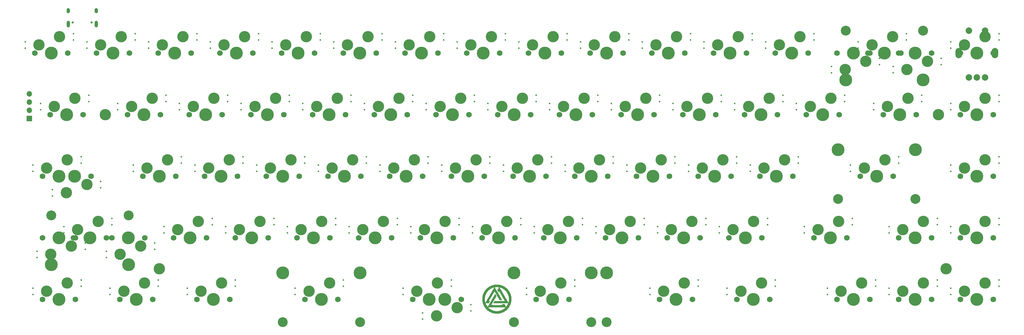
<source format=gbr>
%TF.GenerationSoftware,KiCad,Pcbnew,(5.1.11)-1*%
%TF.CreationDate,2022-07-12T18:19:22+07:00*%
%TF.ProjectId,Malenia,4d616c65-6e69-4612-9e6b-696361645f70,rev?*%
%TF.SameCoordinates,Original*%
%TF.FileFunction,Soldermask,Top*%
%TF.FilePolarity,Negative*%
%FSLAX46Y46*%
G04 Gerber Fmt 4.6, Leading zero omitted, Abs format (unit mm)*
G04 Created by KiCad (PCBNEW (5.1.11)-1) date 2022-07-12 18:19:22*
%MOMM*%
%LPD*%
G01*
G04 APERTURE LIST*
%ADD10C,0.010000*%
%ADD11R,1.700000X1.700000*%
%ADD12O,1.700000X1.700000*%
%ADD13C,0.500000*%
%ADD14C,1.750000*%
%ADD15C,3.500000*%
%ADD16C,3.987800*%
%ADD17C,2.000000*%
%ADD18O,2.000000X3.200000*%
%ADD19C,3.048000*%
%ADD20C,0.650000*%
%ADD21O,1.000000X2.100000*%
%ADD22O,1.000000X1.600000*%
G04 APERTURE END LIST*
D10*
%TO.C,G\u002A\u002A\u002A*%
G36*
X175687476Y-109670231D02*
G01*
X175762279Y-109671522D01*
X175833352Y-109673732D01*
X175898718Y-109676862D01*
X175956398Y-109680912D01*
X175967085Y-109681855D01*
X176013249Y-109686351D01*
X176062068Y-109691571D01*
X176112573Y-109697374D01*
X176163796Y-109703618D01*
X176214770Y-109710163D01*
X176264525Y-109716868D01*
X176312093Y-109723592D01*
X176356507Y-109730194D01*
X176396798Y-109736533D01*
X176431998Y-109742469D01*
X176461139Y-109747860D01*
X176483252Y-109752566D01*
X176497370Y-109756446D01*
X176502523Y-109759359D01*
X176502438Y-109759748D01*
X176503964Y-109761724D01*
X176507896Y-109760717D01*
X176516583Y-109759758D01*
X176529896Y-109760736D01*
X176545189Y-109763107D01*
X176559820Y-109766327D01*
X176571144Y-109769853D01*
X176576517Y-109773141D01*
X176575904Y-109774700D01*
X176575140Y-109776902D01*
X176583125Y-109776357D01*
X176586364Y-109775779D01*
X176597979Y-109774597D01*
X176600755Y-109777087D01*
X176600488Y-109777593D01*
X176601962Y-109780728D01*
X176610613Y-109780189D01*
X176619677Y-109779482D01*
X176620559Y-109782946D01*
X176619835Y-109784248D01*
X176618530Y-109788447D01*
X176621876Y-109787066D01*
X176628423Y-109786880D01*
X176642123Y-109788801D01*
X176660877Y-109792334D01*
X176682585Y-109796986D01*
X176705149Y-109802262D01*
X176726470Y-109807668D01*
X176744448Y-109812712D01*
X176756984Y-109816897D01*
X176761980Y-109819731D01*
X176761939Y-109820027D01*
X176764582Y-109821655D01*
X176773173Y-109820829D01*
X176782242Y-109820408D01*
X176783333Y-109823369D01*
X176784869Y-109826441D01*
X176793493Y-109825909D01*
X176802557Y-109825202D01*
X176803439Y-109828666D01*
X176802715Y-109829968D01*
X176801428Y-109834191D01*
X176804356Y-109833033D01*
X176810733Y-109833369D01*
X176825302Y-109836320D01*
X176846546Y-109841507D01*
X176872947Y-109848554D01*
X176902988Y-109857085D01*
X176913091Y-109860057D01*
X177107079Y-109922805D01*
X177298361Y-109995165D01*
X177487039Y-110077189D01*
X177673212Y-110168927D01*
X177856980Y-110270433D01*
X178038445Y-110381755D01*
X178217705Y-110502947D01*
X178331825Y-110586090D01*
X178417916Y-110652866D01*
X178504463Y-110724610D01*
X178592578Y-110802301D01*
X178598679Y-110807987D01*
X178597740Y-110807334D01*
X178594263Y-110806736D01*
X178595499Y-110809575D01*
X178600614Y-110815028D01*
X178603555Y-110813909D01*
X178603605Y-110813199D01*
X178601202Y-110810338D01*
X178683370Y-110886918D01*
X178777949Y-110979441D01*
X178778956Y-110980448D01*
X178868054Y-111071443D01*
X178951130Y-111160424D01*
X179029278Y-111248799D01*
X179103589Y-111337977D01*
X179175157Y-111429366D01*
X179245073Y-111524376D01*
X179314432Y-111624414D01*
X179384325Y-111730891D01*
X179455845Y-111845214D01*
X179478379Y-111882240D01*
X179518646Y-111951290D01*
X179560714Y-112028058D01*
X179603573Y-112110502D01*
X179646210Y-112196577D01*
X179687612Y-112284240D01*
X179726768Y-112371447D01*
X179762665Y-112456154D01*
X179762716Y-112456280D01*
X179792917Y-112533008D01*
X179823298Y-112615939D01*
X179853337Y-112703327D01*
X179882515Y-112793423D01*
X179910310Y-112884480D01*
X179936202Y-112974752D01*
X179959670Y-113062491D01*
X179980194Y-113145949D01*
X179997252Y-113223380D01*
X180007958Y-113279265D01*
X180018779Y-113341613D01*
X180028828Y-113401398D01*
X180037917Y-113457410D01*
X180045857Y-113508436D01*
X180052461Y-113553263D01*
X180057540Y-113590680D01*
X180060907Y-113619474D01*
X180061179Y-113622215D01*
X180063372Y-113644775D01*
X180066303Y-113674867D01*
X180069719Y-113709910D01*
X180073370Y-113747323D01*
X180077004Y-113784525D01*
X180077525Y-113789855D01*
X180080186Y-113818276D01*
X180082388Y-113844983D01*
X180084171Y-113871334D01*
X180085579Y-113898687D01*
X180086653Y-113928402D01*
X180087436Y-113961838D01*
X180087970Y-114000353D01*
X180088297Y-114045305D01*
X180088459Y-114098055D01*
X180088498Y-114142840D01*
X180088428Y-114205892D01*
X180088164Y-114259926D01*
X180087678Y-114306081D01*
X180086940Y-114345497D01*
X180085921Y-114379312D01*
X180084592Y-114408668D01*
X180082922Y-114434704D01*
X180080884Y-114458560D01*
X180080201Y-114465420D01*
X180076512Y-114501703D01*
X180072341Y-114543386D01*
X180068155Y-114585755D01*
X180064422Y-114624095D01*
X180063804Y-114630520D01*
X180058226Y-114680894D01*
X180050209Y-114741127D01*
X180039755Y-114811216D01*
X180026864Y-114891158D01*
X180011536Y-114980947D01*
X180007958Y-115001334D01*
X179993865Y-115073500D01*
X179975865Y-115153068D01*
X179954476Y-115238293D01*
X179930218Y-115327432D01*
X179903610Y-115418742D01*
X179875171Y-115510479D01*
X179845422Y-115600900D01*
X179814881Y-115688260D01*
X179784067Y-115770817D01*
X179762816Y-115824320D01*
X179726422Y-115910436D01*
X179686781Y-115998832D01*
X179644905Y-116087470D01*
X179601803Y-116174310D01*
X179558485Y-116257313D01*
X179515960Y-116334443D01*
X179478468Y-116398360D01*
X179452053Y-116441655D01*
X179426587Y-116483017D01*
X179402828Y-116521236D01*
X179381534Y-116555102D01*
X179363466Y-116583405D01*
X179349381Y-116604936D01*
X179343047Y-116614260D01*
X179330555Y-116632673D01*
X179318788Y-116650811D01*
X179310861Y-116663792D01*
X179301459Y-116678587D01*
X179286519Y-116700152D01*
X179266901Y-116727367D01*
X179243466Y-116759109D01*
X179217073Y-116794259D01*
X179188583Y-116831693D01*
X179158856Y-116870291D01*
X179128752Y-116908931D01*
X179099132Y-116946492D01*
X179070855Y-116981852D01*
X179044782Y-117013890D01*
X179021773Y-117041484D01*
X179015706Y-117048600D01*
X178976009Y-117093654D01*
X178930050Y-117143732D01*
X178879304Y-117197358D01*
X178825248Y-117253056D01*
X178769358Y-117309350D01*
X178713110Y-117364765D01*
X178657980Y-117417824D01*
X178605445Y-117467053D01*
X178556979Y-117510974D01*
X178527405Y-117536797D01*
X178454772Y-117596213D01*
X178456285Y-117594700D01*
X178453745Y-117592160D01*
X178451205Y-117594700D01*
X178453642Y-117597137D01*
X178427909Y-117618188D01*
X178428345Y-117617560D01*
X178429639Y-117612810D01*
X178428944Y-117612480D01*
X178424308Y-117616056D01*
X178423265Y-117617560D01*
X178421970Y-117622309D01*
X178422540Y-117622580D01*
X178383600Y-117654434D01*
X178231709Y-117768053D01*
X178073367Y-117876588D01*
X177910211Y-117978969D01*
X177743877Y-118074128D01*
X177576000Y-118160997D01*
X177557799Y-118169860D01*
X177367268Y-118256450D01*
X177172639Y-118333850D01*
X176974372Y-118401954D01*
X176772924Y-118460655D01*
X176568756Y-118509843D01*
X176362326Y-118549412D01*
X176154093Y-118579254D01*
X175944516Y-118599262D01*
X175734054Y-118609326D01*
X175680890Y-118610282D01*
X175634792Y-118610672D01*
X175587477Y-118610781D01*
X175541056Y-118610626D01*
X175497636Y-118610222D01*
X175459327Y-118609584D01*
X175428238Y-118608728D01*
X175418445Y-118608335D01*
X175309832Y-118601716D01*
X175195651Y-118591589D01*
X175078269Y-118578293D01*
X174960052Y-118562167D01*
X174843369Y-118543551D01*
X174730585Y-118522784D01*
X174624068Y-118500206D01*
X174563055Y-118485658D01*
X174385704Y-118438168D01*
X174216116Y-118386156D01*
X174052697Y-118329052D01*
X173893849Y-118266287D01*
X173737978Y-118197289D01*
X173684796Y-118172029D01*
X173515968Y-118085820D01*
X173348713Y-117991296D01*
X173184624Y-117889494D01*
X173161518Y-117873824D01*
X175162240Y-117873824D01*
X175171283Y-117875938D01*
X175174605Y-117876640D01*
X175191499Y-117879051D01*
X175210979Y-117880316D01*
X175215245Y-117880372D01*
X175238105Y-117880362D01*
X175212705Y-117876406D01*
X175194320Y-117874069D01*
X175177464Y-117872774D01*
X175172065Y-117872673D01*
X175162640Y-117872954D01*
X175162240Y-117873824D01*
X173161518Y-117873824D01*
X173155371Y-117869656D01*
X175128180Y-117869656D01*
X175134927Y-117870536D01*
X175136505Y-117870569D01*
X175145180Y-117870020D01*
X175145944Y-117868430D01*
X175145491Y-117868227D01*
X175135406Y-117867222D01*
X175130251Y-117868039D01*
X175128180Y-117869656D01*
X173155371Y-117869656D01*
X173148459Y-117864969D01*
X175091416Y-117864969D01*
X175098405Y-117865677D01*
X175105616Y-117864879D01*
X175104755Y-117863115D01*
X175094354Y-117862444D01*
X175092055Y-117863115D01*
X175091416Y-117864969D01*
X173148459Y-117864969D01*
X173133476Y-117854809D01*
X175025376Y-117854809D01*
X175032365Y-117855517D01*
X175039576Y-117854719D01*
X175038715Y-117852955D01*
X175028314Y-117852284D01*
X175026015Y-117852955D01*
X175025376Y-117854809D01*
X173133476Y-117854809D01*
X173125405Y-117849336D01*
X174991020Y-117849336D01*
X174997767Y-117850216D01*
X174999345Y-117850249D01*
X175008020Y-117849700D01*
X175008784Y-117848110D01*
X175008331Y-117847907D01*
X174998246Y-117846902D01*
X174993091Y-117847719D01*
X174991020Y-117849336D01*
X173125405Y-117849336D01*
X173117913Y-117844256D01*
X174960540Y-117844256D01*
X174967287Y-117845136D01*
X174968865Y-117845169D01*
X174977540Y-117844620D01*
X174978304Y-117843030D01*
X174977851Y-117842827D01*
X174967766Y-117841822D01*
X174962611Y-117842639D01*
X174960540Y-117844256D01*
X173117913Y-117844256D01*
X173110421Y-117839176D01*
X174930060Y-117839176D01*
X174936807Y-117840056D01*
X174938385Y-117840089D01*
X174947060Y-117839540D01*
X174947824Y-117837950D01*
X174947371Y-117837747D01*
X174937286Y-117836742D01*
X174932131Y-117837559D01*
X174930060Y-117839176D01*
X173110421Y-117839176D01*
X173103945Y-117834785D01*
X174907568Y-117834785D01*
X174912561Y-117835598D01*
X174919150Y-117834664D01*
X174919229Y-117832930D01*
X174912430Y-117831718D01*
X174909492Y-117832529D01*
X174907568Y-117834785D01*
X173103945Y-117834785D01*
X173025295Y-117781453D01*
X172915980Y-117700533D01*
X174399058Y-117700533D01*
X174399755Y-117703553D01*
X174402445Y-117703920D01*
X174406626Y-117702061D01*
X174405831Y-117700533D01*
X174399802Y-117699925D01*
X174399058Y-117700533D01*
X172915980Y-117700533D01*
X172872320Y-117668214D01*
X172815427Y-117622158D01*
X172817485Y-117620100D01*
X172814945Y-117617560D01*
X172812619Y-117619886D01*
X172786736Y-117598933D01*
X174139978Y-117598933D01*
X174140675Y-117601953D01*
X174143365Y-117602320D01*
X174147546Y-117600461D01*
X174146751Y-117598933D01*
X174140722Y-117598325D01*
X174139978Y-117598933D01*
X172786736Y-117598933D01*
X172784545Y-117597160D01*
X172787005Y-117594700D01*
X172784465Y-117592160D01*
X172781925Y-117594700D01*
X172783701Y-117596476D01*
X172768957Y-117584540D01*
X174107805Y-117584540D01*
X174110345Y-117587080D01*
X174112885Y-117584540D01*
X174110345Y-117582000D01*
X174107805Y-117584540D01*
X172768957Y-117584540D01*
X172761635Y-117578613D01*
X174094258Y-117578613D01*
X174094955Y-117581633D01*
X174097645Y-117582000D01*
X174101826Y-117580141D01*
X174101031Y-117578613D01*
X174095002Y-117578005D01*
X174094258Y-117578613D01*
X172761635Y-117578613D01*
X172737580Y-117559140D01*
X174051925Y-117559140D01*
X174054465Y-117561680D01*
X174057005Y-117559140D01*
X174054465Y-117556600D01*
X174051925Y-117559140D01*
X172737580Y-117559140D01*
X172727293Y-117550813D01*
X172713362Y-117538947D01*
X172667033Y-117498216D01*
X172632545Y-117466616D01*
X172635423Y-117466616D01*
X172636659Y-117469455D01*
X172641774Y-117474908D01*
X172644715Y-117473789D01*
X172644765Y-117473079D01*
X172641156Y-117468783D01*
X172638900Y-117467214D01*
X172635423Y-117466616D01*
X172632545Y-117466616D01*
X172628124Y-117462565D01*
X173858885Y-117462565D01*
X173863171Y-117465498D01*
X173874928Y-117472063D01*
X173892502Y-117481421D01*
X173914239Y-117492735D01*
X173938485Y-117505165D01*
X173963588Y-117517875D01*
X173987894Y-117530026D01*
X174009749Y-117540780D01*
X174027499Y-117549299D01*
X174039491Y-117554745D01*
X174043881Y-117556330D01*
X174046788Y-117555086D01*
X174046421Y-117554630D01*
X174040872Y-117551342D01*
X174028135Y-117544638D01*
X174009839Y-117535319D01*
X173987613Y-117524183D01*
X173963087Y-117512031D01*
X173937891Y-117499662D01*
X173913654Y-117487878D01*
X173892005Y-117477477D01*
X173874575Y-117469261D01*
X173862992Y-117464027D01*
X173858885Y-117462565D01*
X172628124Y-117462565D01*
X172615701Y-117451183D01*
X172560869Y-117399351D01*
X172504041Y-117344220D01*
X172446719Y-117287293D01*
X172390408Y-117230072D01*
X172336611Y-117174057D01*
X172286831Y-117120751D01*
X172242571Y-117071656D01*
X172222503Y-117048600D01*
X172200560Y-117022528D01*
X172175300Y-116991682D01*
X172147583Y-116957184D01*
X172118269Y-116920155D01*
X172088218Y-116881717D01*
X172058291Y-116842990D01*
X172029347Y-116805096D01*
X172002247Y-116769157D01*
X171977851Y-116736295D01*
X171957020Y-116707630D01*
X171940613Y-116684285D01*
X171929490Y-116667380D01*
X171927348Y-116663792D01*
X171918665Y-116649619D01*
X171906758Y-116631324D01*
X171895162Y-116614260D01*
X171893479Y-116611756D01*
X172781009Y-116611756D01*
X172801393Y-116635868D01*
X172815255Y-116651375D01*
X172833039Y-116670060D01*
X172851199Y-116688212D01*
X172853528Y-116690460D01*
X172865419Y-116701765D01*
X172871438Y-116707133D01*
X172871363Y-116706224D01*
X172864971Y-116698697D01*
X172852040Y-116684214D01*
X172842492Y-116673638D01*
X172826029Y-116655186D01*
X172812181Y-116639187D01*
X172802332Y-116627275D01*
X172797866Y-116621082D01*
X172797784Y-116620886D01*
X172800164Y-116622264D01*
X172808058Y-116630004D01*
X172820248Y-116642855D01*
X172835518Y-116659566D01*
X172836417Y-116660567D01*
X172855225Y-116681487D01*
X172874254Y-116702638D01*
X172890956Y-116721185D01*
X172900415Y-116731676D01*
X172911754Y-116744882D01*
X172919344Y-116754982D01*
X172921617Y-116759878D01*
X172921565Y-116759946D01*
X172923706Y-116764310D01*
X172931608Y-116773264D01*
X172940768Y-116782230D01*
X172962265Y-116802220D01*
X172944485Y-116781729D01*
X172941165Y-116777514D01*
X172944197Y-116779937D01*
X172952872Y-116788329D01*
X172966480Y-116802021D01*
X172972425Y-116808093D01*
X172987344Y-116823212D01*
X173002504Y-116838165D01*
X173018976Y-116853940D01*
X173037830Y-116871526D01*
X173060136Y-116891909D01*
X173086963Y-116916079D01*
X173119383Y-116945022D01*
X173155426Y-116977033D01*
X173166951Y-116987536D01*
X173173524Y-116994114D01*
X173173836Y-116995447D01*
X173173570Y-116995298D01*
X173168887Y-116993837D01*
X173170111Y-116997097D01*
X173175582Y-117001185D01*
X173177438Y-117000788D01*
X173182994Y-117002553D01*
X173192983Y-117009587D01*
X173198940Y-117014676D01*
X173207100Y-117022364D01*
X173209015Y-117024887D01*
X173206367Y-117023200D01*
X173199357Y-117018261D01*
X173199399Y-117019512D01*
X173205312Y-117026667D01*
X173214072Y-117033939D01*
X173221008Y-117035326D01*
X173228735Y-117036918D01*
X173234501Y-117042018D01*
X173239007Y-117048142D01*
X173236776Y-117047388D01*
X173231505Y-117043520D01*
X173224604Y-117038620D01*
X173224854Y-117040258D01*
X173228182Y-117044627D01*
X173234968Y-117051337D01*
X173238342Y-117052711D01*
X173246740Y-117054029D01*
X173254136Y-117058952D01*
X173256373Y-117064565D01*
X173256090Y-117065157D01*
X173255714Y-117068350D01*
X173257392Y-117067648D01*
X173263845Y-117068767D01*
X173274176Y-117075076D01*
X173277227Y-117077488D01*
X173286730Y-117085071D01*
X173302454Y-117097265D01*
X173322483Y-117112595D01*
X173344899Y-117129591D01*
X173353425Y-117136013D01*
X173379853Y-117155944D01*
X173398764Y-117170352D01*
X173410805Y-117179759D01*
X173416625Y-117184684D01*
X173416874Y-117185649D01*
X173412330Y-117183249D01*
X173407648Y-117181798D01*
X173408871Y-117185057D01*
X173414529Y-117189026D01*
X173416527Y-117188545D01*
X173423032Y-117189471D01*
X173430146Y-117193919D01*
X173434742Y-117198415D01*
X173432165Y-117198022D01*
X173427590Y-117196821D01*
X173428778Y-117198915D01*
X173436222Y-117203820D01*
X173437668Y-117204175D01*
X173447039Y-117205365D01*
X173447704Y-117205445D01*
X173450694Y-117209202D01*
X173449867Y-117211285D01*
X173449422Y-117215272D01*
X173450837Y-117215193D01*
X173456364Y-117217380D01*
X173468675Y-117224274D01*
X173486133Y-117234900D01*
X173507101Y-117248282D01*
X173514921Y-117253406D01*
X173537105Y-117267901D01*
X173556671Y-117280426D01*
X173571857Y-117289874D01*
X173580906Y-117295137D01*
X173582202Y-117295750D01*
X173587159Y-117300598D01*
X173586698Y-117303258D01*
X173586738Y-117307169D01*
X173587997Y-117307204D01*
X173598576Y-117307105D01*
X173602945Y-117310567D01*
X173602267Y-117312885D01*
X173601844Y-117317224D01*
X173603237Y-117317364D01*
X173613816Y-117317265D01*
X173618185Y-117320727D01*
X173617507Y-117323045D01*
X173617084Y-117327384D01*
X173618477Y-117327524D01*
X173629056Y-117327425D01*
X173633425Y-117330887D01*
X173632747Y-117333205D01*
X173632324Y-117337544D01*
X173633717Y-117337684D01*
X173644240Y-117337571D01*
X173648723Y-117340920D01*
X173648100Y-117343181D01*
X173648961Y-117345985D01*
X173653714Y-117344858D01*
X173659652Y-117343977D01*
X173658680Y-117347582D01*
X173657693Y-117352186D01*
X173659328Y-117352255D01*
X173665455Y-117353870D01*
X173678044Y-117359438D01*
X173695161Y-117367906D01*
X173714871Y-117378216D01*
X173735237Y-117389315D01*
X173754325Y-117400146D01*
X173770200Y-117409655D01*
X173780927Y-117416786D01*
X173784570Y-117420483D01*
X173784542Y-117420544D01*
X173786272Y-117422277D01*
X173790874Y-117421058D01*
X173796812Y-117420177D01*
X173795840Y-117423782D01*
X173794752Y-117428534D01*
X173796277Y-117428719D01*
X173804751Y-117429118D01*
X173814117Y-117432633D01*
X173820254Y-117437338D01*
X173820594Y-117440067D01*
X173821875Y-117442452D01*
X173826434Y-117441378D01*
X173832386Y-117440535D01*
X173831514Y-117443918D01*
X173831342Y-117447651D01*
X173836594Y-117446458D01*
X173842506Y-117445469D01*
X173841153Y-117449841D01*
X173839762Y-117454193D01*
X173842578Y-117453119D01*
X173848402Y-117454293D01*
X173850974Y-117455291D01*
X173848725Y-117457540D01*
X173851265Y-117460080D01*
X173853805Y-117457540D01*
X173851926Y-117455661D01*
X173861526Y-117459388D01*
X173880448Y-117467662D01*
X173903669Y-117478372D01*
X173929686Y-117490776D01*
X173956999Y-117504131D01*
X173984106Y-117517694D01*
X174009507Y-117530724D01*
X174031700Y-117542477D01*
X174049185Y-117552211D01*
X174060460Y-117559183D01*
X174064024Y-117562650D01*
X174064016Y-117562664D01*
X174065679Y-117564495D01*
X174070274Y-117563298D01*
X174076226Y-117562455D01*
X174075354Y-117565838D01*
X174075182Y-117569571D01*
X174080434Y-117568378D01*
X174086346Y-117567389D01*
X174084993Y-117571761D01*
X174083575Y-117576078D01*
X174087006Y-117574675D01*
X174094783Y-117573719D01*
X174105422Y-117576187D01*
X174115191Y-117580625D01*
X174120360Y-117585577D01*
X174120176Y-117587611D01*
X174121586Y-117589811D01*
X174126154Y-117588698D01*
X174132066Y-117587709D01*
X174130713Y-117592081D01*
X174129313Y-117596414D01*
X174132465Y-117595157D01*
X174140602Y-117593475D01*
X174149742Y-117595284D01*
X174155746Y-117599265D01*
X174155874Y-117602627D01*
X174157155Y-117605012D01*
X174161714Y-117603938D01*
X174167666Y-117603142D01*
X174167051Y-117606062D01*
X174167814Y-117609505D01*
X174174632Y-117608666D01*
X174182278Y-117608049D01*
X174181995Y-117611621D01*
X174181910Y-117615291D01*
X174187114Y-117614098D01*
X174193026Y-117613109D01*
X174191673Y-117617481D01*
X174190281Y-117621858D01*
X174192667Y-117621025D01*
X174199250Y-117621515D01*
X174212944Y-117625356D01*
X174231536Y-117631862D01*
X174246539Y-117637741D01*
X174269550Y-117646921D01*
X174291397Y-117655258D01*
X174308886Y-117661549D01*
X174315666Y-117663754D01*
X174327637Y-117668299D01*
X174333598Y-117672494D01*
X174333691Y-117673720D01*
X174335809Y-117675642D01*
X174342272Y-117674706D01*
X174349878Y-117674157D01*
X174349954Y-117677146D01*
X174350611Y-117681818D01*
X174352969Y-117682226D01*
X174367918Y-117682809D01*
X174374908Y-117685653D01*
X174374797Y-117688206D01*
X174376523Y-117690702D01*
X174382912Y-117689946D01*
X174390461Y-117689138D01*
X174389979Y-117693372D01*
X174389754Y-117693744D01*
X174388415Y-117698033D01*
X174391266Y-117696929D01*
X174400047Y-117695465D01*
X174410314Y-117696816D01*
X174418857Y-117700321D01*
X174417388Y-117704102D01*
X174416047Y-117706960D01*
X174423256Y-117707640D01*
X174431477Y-117708938D01*
X174447880Y-117712786D01*
X174470923Y-117718777D01*
X174499067Y-117726503D01*
X174530774Y-117735557D01*
X174549765Y-117741130D01*
X174582114Y-117750413D01*
X174618477Y-117760333D01*
X174657392Y-117770541D01*
X174697393Y-117780685D01*
X174737017Y-117790414D01*
X174774800Y-117799378D01*
X174809277Y-117807225D01*
X174838986Y-117813606D01*
X174862462Y-117818168D01*
X174878241Y-117820562D01*
X174882353Y-117820837D01*
X174889184Y-117821679D01*
X174886679Y-117825071D01*
X174885045Y-117826250D01*
X174881233Y-117829674D01*
X174886091Y-117829118D01*
X174888863Y-117828367D01*
X174897463Y-117827925D01*
X174912822Y-117829004D01*
X174933156Y-117831307D01*
X174956681Y-117834537D01*
X174981611Y-117838398D01*
X175006162Y-117842592D01*
X175028550Y-117846823D01*
X175046990Y-117850795D01*
X175059697Y-117854210D01*
X175064887Y-117856773D01*
X175064344Y-117857547D01*
X175060209Y-117859942D01*
X175065515Y-117859381D01*
X175067925Y-117858882D01*
X175076793Y-117858607D01*
X175093949Y-117859460D01*
X175117598Y-117861301D01*
X175145948Y-117863988D01*
X175177205Y-117867381D01*
X175179685Y-117867667D01*
X175213823Y-117871765D01*
X175238517Y-117875055D01*
X175254439Y-117877664D01*
X175262262Y-117879718D01*
X175262658Y-117881342D01*
X175258425Y-117882363D01*
X175254570Y-117883499D01*
X175259732Y-117884133D01*
X175272775Y-117884211D01*
X175288905Y-117883811D01*
X175310868Y-117883349D01*
X175323879Y-117883740D01*
X175327494Y-117884954D01*
X175324465Y-117886207D01*
X175321447Y-117887995D01*
X175328228Y-117888989D01*
X175344474Y-117889164D01*
X175360025Y-117888825D01*
X175382550Y-117888417D01*
X175394967Y-117888835D01*
X175397270Y-117890078D01*
X175393045Y-117891397D01*
X175388798Y-117893148D01*
X175394546Y-117894123D01*
X175410153Y-117894314D01*
X175428605Y-117893926D01*
X175448326Y-117893602D01*
X175461532Y-117893901D01*
X175466970Y-117894751D01*
X175464165Y-117895934D01*
X175464790Y-117896767D01*
X175474564Y-117897530D01*
X175492474Y-117898202D01*
X175517507Y-117898757D01*
X175548652Y-117899174D01*
X175584896Y-117899428D01*
X175618786Y-117899500D01*
X175658702Y-117899399D01*
X175694504Y-117899112D01*
X175725155Y-117898664D01*
X175749618Y-117898077D01*
X175766859Y-117897377D01*
X175775840Y-117896586D01*
X175776266Y-117895875D01*
X175774622Y-117894536D01*
X175781749Y-117893724D01*
X175796266Y-117893517D01*
X175812145Y-117893835D01*
X175834131Y-117894231D01*
X175847140Y-117893798D01*
X175850739Y-117892566D01*
X175847705Y-117891318D01*
X175844498Y-117889513D01*
X175851111Y-117888540D01*
X175867234Y-117888421D01*
X175880725Y-117888751D01*
X175902152Y-117889104D01*
X175914925Y-117888568D01*
X175918465Y-117887187D01*
X175916285Y-117886088D01*
X175914653Y-117884321D01*
X175922433Y-117883398D01*
X175938905Y-117883366D01*
X175951845Y-117883762D01*
X175969924Y-117884244D01*
X175980919Y-117884081D01*
X175983715Y-117883325D01*
X175979785Y-117882406D01*
X175974937Y-117881021D01*
X175976297Y-117879797D01*
X176003068Y-117879797D01*
X176005457Y-117881188D01*
X176015211Y-117881463D01*
X176029612Y-117880763D01*
X176045942Y-117879232D01*
X176061484Y-117877013D01*
X176063605Y-117876624D01*
X176072444Y-117874688D01*
X176072480Y-117873828D01*
X176063265Y-117874005D01*
X176045825Y-117875078D01*
X176026620Y-117876607D01*
X176011728Y-117878180D01*
X176003718Y-117879514D01*
X176003068Y-117879797D01*
X175976297Y-117879797D01*
X175976834Y-117879314D01*
X175986173Y-117877154D01*
X176003654Y-117874407D01*
X176029973Y-117870944D01*
X176040622Y-117869656D01*
X176093380Y-117869656D01*
X176100127Y-117870536D01*
X176101705Y-117870569D01*
X176110380Y-117870020D01*
X176111144Y-117868430D01*
X176110691Y-117868227D01*
X176100606Y-117867222D01*
X176095451Y-117868039D01*
X176093380Y-117869656D01*
X176040622Y-117869656D01*
X176058945Y-117867440D01*
X176081273Y-117864969D01*
X176132816Y-117864969D01*
X176139805Y-117865677D01*
X176147016Y-117864879D01*
X176146155Y-117863115D01*
X176135754Y-117862444D01*
X176133455Y-117863115D01*
X176132816Y-117864969D01*
X176081273Y-117864969D01*
X176090590Y-117863938D01*
X176119638Y-117861157D01*
X176144252Y-117859239D01*
X176162600Y-117858326D01*
X176172846Y-117858558D01*
X176173245Y-117858628D01*
X176181551Y-117859790D01*
X176180319Y-117858167D01*
X176178873Y-117857495D01*
X176179804Y-117855139D01*
X176180854Y-117854809D01*
X176203936Y-117854809D01*
X176210925Y-117855517D01*
X176218136Y-117854719D01*
X176217275Y-117852955D01*
X176206874Y-117852284D01*
X176204575Y-117852955D01*
X176203936Y-117854809D01*
X176180854Y-117854809D01*
X176190720Y-117851709D01*
X176199915Y-117849729D01*
X176234416Y-117849729D01*
X176241405Y-117850437D01*
X176248616Y-117849639D01*
X176247755Y-117847875D01*
X176237354Y-117847204D01*
X176235055Y-117847875D01*
X176234416Y-117849729D01*
X176199915Y-117849729D01*
X176211507Y-117847233D01*
X176228051Y-117844256D01*
X176266100Y-117844256D01*
X176272847Y-117845136D01*
X176274425Y-117845169D01*
X176283100Y-117844620D01*
X176283864Y-117843030D01*
X176283411Y-117842827D01*
X176273326Y-117841822D01*
X176268171Y-117842639D01*
X176266100Y-117844256D01*
X176228051Y-117844256D01*
X176242050Y-117841737D01*
X176257498Y-117839176D01*
X176296580Y-117839176D01*
X176303327Y-117840056D01*
X176304905Y-117840089D01*
X176313580Y-117839540D01*
X176314344Y-117837950D01*
X176313891Y-117837747D01*
X176303806Y-117836742D01*
X176298651Y-117837559D01*
X176296580Y-117839176D01*
X176257498Y-117839176D01*
X176258385Y-117839029D01*
X176286097Y-117834785D01*
X176324888Y-117834785D01*
X176329881Y-117835598D01*
X176336470Y-117834664D01*
X176336549Y-117832930D01*
X176329750Y-117831718D01*
X176326812Y-117832529D01*
X176324888Y-117834785D01*
X176286097Y-117834785D01*
X176287488Y-117834572D01*
X176313315Y-117831126D01*
X176334116Y-117828882D01*
X176348147Y-117828033D01*
X176353451Y-117828556D01*
X176357396Y-117829672D01*
X176355768Y-117825942D01*
X176355279Y-117821672D01*
X176362545Y-117821092D01*
X176367415Y-117821698D01*
X176377718Y-117822043D01*
X176380221Y-117819353D01*
X176380081Y-117819104D01*
X176381816Y-117816240D01*
X176390356Y-117816749D01*
X176399247Y-117817435D01*
X176401363Y-117815580D01*
X176404014Y-117812561D01*
X176413306Y-117809818D01*
X176425723Y-117807888D01*
X176437749Y-117807303D01*
X176445868Y-117808599D01*
X176446183Y-117808765D01*
X176449454Y-117809590D01*
X176448323Y-117807936D01*
X176451583Y-117805388D01*
X176463166Y-117801244D01*
X176481452Y-117795990D01*
X176504821Y-117790114D01*
X176516903Y-117787320D01*
X176545074Y-117780576D01*
X176579973Y-117771606D01*
X176618627Y-117761209D01*
X176658065Y-117750185D01*
X176695315Y-117739333D01*
X176696065Y-117739109D01*
X176727999Y-117729743D01*
X176757253Y-117721503D01*
X176782221Y-117714812D01*
X176801295Y-117710097D01*
X176812869Y-117707783D01*
X176814953Y-117707622D01*
X176822391Y-117706814D01*
X176820821Y-117704102D01*
X176819439Y-117700533D01*
X176832378Y-117700533D01*
X176833075Y-117703553D01*
X176835765Y-117703920D01*
X176839946Y-117702061D01*
X176839151Y-117700533D01*
X176833122Y-117699925D01*
X176832378Y-117700533D01*
X176819439Y-117700533D01*
X176819355Y-117700318D01*
X176827895Y-117696816D01*
X176839866Y-117695475D01*
X176846943Y-117696929D01*
X176850122Y-117697341D01*
X176848455Y-117693744D01*
X176847584Y-117689229D01*
X176854685Y-117689788D01*
X176855297Y-117689946D01*
X176862651Y-117690495D01*
X176863412Y-117688206D01*
X176865173Y-117684211D01*
X176875651Y-117682269D01*
X176885240Y-117682226D01*
X176889049Y-117679375D01*
X176888255Y-117677146D01*
X176889212Y-117673878D01*
X176895937Y-117674706D01*
X176903484Y-117675517D01*
X176904518Y-117673720D01*
X176907346Y-117670083D01*
X176917272Y-117665494D01*
X176922543Y-117663754D01*
X176936131Y-117659162D01*
X176955892Y-117651841D01*
X176978633Y-117642993D01*
X176991670Y-117637741D01*
X177012402Y-117629755D01*
X177029810Y-117623945D01*
X177041683Y-117621000D01*
X177045542Y-117621025D01*
X177048184Y-117620943D01*
X177046536Y-117617481D01*
X177045395Y-117612952D01*
X177051095Y-117614098D01*
X177057053Y-117614926D01*
X177056214Y-117611621D01*
X177056475Y-117607830D01*
X177063577Y-117608666D01*
X177071221Y-117609222D01*
X177071158Y-117606062D01*
X177071492Y-117602765D01*
X177076495Y-117603938D01*
X177082363Y-117604718D01*
X177082335Y-117602627D01*
X177083403Y-117598933D01*
X177091458Y-117598933D01*
X177092155Y-117601953D01*
X177094845Y-117602320D01*
X177099026Y-117600461D01*
X177098231Y-117598933D01*
X177092202Y-117598325D01*
X177091458Y-117598933D01*
X177083403Y-117598933D01*
X177083698Y-117597913D01*
X177091084Y-117594449D01*
X177100357Y-117593554D01*
X177105744Y-117595157D01*
X177109218Y-117595849D01*
X177107496Y-117592081D01*
X177106355Y-117587552D01*
X177112055Y-117588698D01*
X177118007Y-117589541D01*
X177117135Y-117586158D01*
X177116963Y-117582425D01*
X177122215Y-117583618D01*
X177128083Y-117584398D01*
X177128055Y-117582307D01*
X177128878Y-117579460D01*
X177135485Y-117579460D01*
X177138025Y-117582000D01*
X177140565Y-117579460D01*
X177138025Y-117576920D01*
X177135485Y-117579460D01*
X177128878Y-117579460D01*
X177129418Y-117577593D01*
X177136804Y-117574129D01*
X177146077Y-117573234D01*
X177151464Y-117574837D01*
X177154938Y-117575529D01*
X177153216Y-117571761D01*
X177152075Y-117567232D01*
X177157775Y-117568378D01*
X177163727Y-117569221D01*
X177162855Y-117565838D01*
X177162683Y-117562105D01*
X177167935Y-117563298D01*
X177173993Y-117564347D01*
X177174193Y-117562664D01*
X177177675Y-117559235D01*
X177177828Y-117559140D01*
X177181205Y-117559140D01*
X177183745Y-117561680D01*
X177186285Y-117559140D01*
X177183792Y-117556647D01*
X177190620Y-117556647D01*
X177195026Y-117555551D01*
X177205673Y-117551038D01*
X177223228Y-117542804D01*
X177248359Y-117530545D01*
X177281732Y-117513957D01*
X177287938Y-117510853D01*
X177315669Y-117496851D01*
X177340015Y-117484328D01*
X177357744Y-117474989D01*
X178594690Y-117474989D01*
X178595385Y-117475320D01*
X178600021Y-117471743D01*
X178601065Y-117470240D01*
X178602359Y-117465490D01*
X178601664Y-117465160D01*
X178597028Y-117468736D01*
X178595985Y-117470240D01*
X178594690Y-117474989D01*
X177357744Y-117474989D01*
X177359616Y-117474003D01*
X177373109Y-117466596D01*
X177379135Y-117462825D01*
X177379325Y-117462566D01*
X177375059Y-117464096D01*
X177363347Y-117469395D01*
X177345819Y-117477661D01*
X177324105Y-117488096D01*
X177299834Y-117499899D01*
X177274635Y-117512271D01*
X177250138Y-117524410D01*
X177227973Y-117535519D01*
X177209769Y-117544796D01*
X177197156Y-117551441D01*
X177191788Y-117554630D01*
X177190620Y-117556647D01*
X177183792Y-117556647D01*
X177183745Y-117556600D01*
X177181205Y-117559140D01*
X177177828Y-117559140D01*
X177188881Y-117552293D01*
X177206313Y-117542583D01*
X177228467Y-117530846D01*
X177253844Y-117517825D01*
X177280942Y-117504264D01*
X177308260Y-117490903D01*
X177334297Y-117478486D01*
X177357552Y-117467756D01*
X177376524Y-117459454D01*
X177386289Y-117455656D01*
X177384405Y-117457540D01*
X177386945Y-117460080D01*
X177389485Y-117457540D01*
X177387234Y-117455289D01*
X177389712Y-117454325D01*
X177395615Y-117453109D01*
X177395631Y-117453119D01*
X177398755Y-117453484D01*
X177397056Y-117449841D01*
X177395915Y-117445312D01*
X177401615Y-117446458D01*
X177407567Y-117447301D01*
X177406695Y-117443918D01*
X177406523Y-117440185D01*
X177411775Y-117441378D01*
X177417643Y-117442158D01*
X177417615Y-117440067D01*
X177419560Y-117435604D01*
X177427353Y-117431111D01*
X177436872Y-117428510D01*
X177441932Y-117428719D01*
X177443637Y-117426501D01*
X177442369Y-117423782D01*
X177441958Y-117419869D01*
X177447335Y-117421058D01*
X177453428Y-117422156D01*
X177453667Y-117420544D01*
X177456994Y-117417002D01*
X177467480Y-117409986D01*
X177483190Y-117400550D01*
X177502189Y-117389751D01*
X177522541Y-117378643D01*
X177542312Y-117368281D01*
X177559567Y-117359722D01*
X177572370Y-117354020D01*
X177578787Y-117352231D01*
X177578881Y-117352255D01*
X177580778Y-117350293D01*
X177579529Y-117347582D01*
X177579118Y-117343669D01*
X177584495Y-117344858D01*
X177590416Y-117345636D01*
X177590109Y-117343181D01*
X177591126Y-117338657D01*
X177599371Y-117337142D01*
X177604492Y-117337684D01*
X177606392Y-117335206D01*
X177605462Y-117333205D01*
X177606365Y-117328535D01*
X177614601Y-117326979D01*
X177619732Y-117327524D01*
X177621632Y-117325046D01*
X177620702Y-117323045D01*
X177621605Y-117318375D01*
X177629841Y-117316819D01*
X177634972Y-117317364D01*
X177637006Y-117314974D01*
X177636271Y-117313418D01*
X177637464Y-117307867D01*
X177640462Y-117306027D01*
X177646961Y-117302408D01*
X177660301Y-117294183D01*
X177678863Y-117282375D01*
X177701031Y-117268008D01*
X177715363Y-117258603D01*
X177738600Y-117243527D01*
X177758941Y-117230785D01*
X177774859Y-117221298D01*
X177784831Y-117215985D01*
X177787372Y-117215193D01*
X177789282Y-117213275D01*
X177788342Y-117211285D01*
X177788661Y-117206108D01*
X177790505Y-117205445D01*
X177799956Y-117204254D01*
X177800541Y-117204175D01*
X177808085Y-117200213D01*
X177809431Y-117198915D01*
X177809827Y-117196612D01*
X177806045Y-117198022D01*
X177803527Y-117198293D01*
X177808063Y-117193919D01*
X177817304Y-117189048D01*
X177822818Y-117189247D01*
X177825568Y-117189122D01*
X177824639Y-117187077D01*
X177825886Y-117181536D01*
X177832974Y-117176522D01*
X177841814Y-117174705D01*
X177843252Y-117174919D01*
X177845291Y-117172736D01*
X177844551Y-117171178D01*
X177846087Y-117166095D01*
X177853301Y-117161338D01*
X177861963Y-117159466D01*
X177863572Y-117159679D01*
X177865611Y-117157496D01*
X177864871Y-117155938D01*
X177866407Y-117150855D01*
X177873621Y-117146098D01*
X177882283Y-117144226D01*
X177883892Y-117144439D01*
X177885931Y-117142256D01*
X177885191Y-117140698D01*
X177886727Y-117135615D01*
X177893941Y-117130858D01*
X177902603Y-117128986D01*
X177904212Y-117129199D01*
X177906251Y-117127016D01*
X177905511Y-117125458D01*
X177906967Y-117120326D01*
X177914279Y-117115717D01*
X177923306Y-117113958D01*
X177925424Y-117114256D01*
X177927746Y-117112988D01*
X177926727Y-117111708D01*
X177927823Y-117106921D01*
X177934304Y-117100014D01*
X177942781Y-117093993D01*
X177949131Y-117091817D01*
X177955297Y-117088568D01*
X177956751Y-117087155D01*
X177957147Y-117084852D01*
X177953365Y-117086262D01*
X177950847Y-117086533D01*
X177955383Y-117082159D01*
X177964105Y-117076994D01*
X177968777Y-117076646D01*
X177974417Y-117075060D01*
X177979459Y-117070134D01*
X177983761Y-117064072D01*
X177981207Y-117064696D01*
X177978525Y-117066380D01*
X177975808Y-117067371D01*
X177980266Y-117062650D01*
X177980324Y-117062597D01*
X177988771Y-117056711D01*
X177993566Y-117055949D01*
X177998912Y-117053998D01*
X178009166Y-117046688D01*
X178019707Y-117037728D01*
X178042265Y-117017292D01*
X178018135Y-117036098D01*
X178005493Y-117045544D01*
X177996757Y-117051296D01*
X177994005Y-117052184D01*
X177997731Y-117047268D01*
X178007163Y-117038915D01*
X178019679Y-117029085D01*
X178032656Y-117019739D01*
X178043474Y-117012841D01*
X178049511Y-117010351D01*
X178049791Y-117010442D01*
X178055383Y-117008727D01*
X178063176Y-117001490D01*
X178069523Y-116993795D01*
X178069106Y-116992998D01*
X178062361Y-116997800D01*
X178059987Y-116999004D01*
X178064285Y-116994452D01*
X178072472Y-116986824D01*
X178084335Y-116976899D01*
X178093193Y-116971020D01*
X178096250Y-116970259D01*
X178101516Y-116968443D01*
X178106459Y-116963454D01*
X178110733Y-116957539D01*
X178108199Y-116958368D01*
X178103225Y-116961802D01*
X178101247Y-116962583D01*
X178105877Y-116957694D01*
X178115925Y-116948365D01*
X178128443Y-116937785D01*
X178137956Y-116931056D01*
X178141916Y-116929633D01*
X178147018Y-116927583D01*
X178154616Y-116920210D01*
X178160962Y-116912520D01*
X178160566Y-116911728D01*
X178153905Y-116916520D01*
X178152127Y-116917257D01*
X178156852Y-116912223D01*
X178167066Y-116902478D01*
X178169145Y-116900550D01*
X178182325Y-116889030D01*
X178192616Y-116881260D01*
X178197845Y-116878876D01*
X178197899Y-116878904D01*
X178203129Y-116877019D01*
X178208059Y-116872014D01*
X178212344Y-116866117D01*
X178209904Y-116866971D01*
X178204825Y-116870596D01*
X178203435Y-116870936D01*
X178208459Y-116865470D01*
X178218857Y-116855292D01*
X178224151Y-116850276D01*
X178243225Y-116831835D01*
X178263864Y-116811119D01*
X178280031Y-116794271D01*
X178290239Y-116783530D01*
X178294977Y-116778964D01*
X178293660Y-116781109D01*
X178291185Y-116784111D01*
X178275945Y-116802220D01*
X178294743Y-116784956D01*
X178305328Y-116774432D01*
X178311657Y-116766564D01*
X178312523Y-116764195D01*
X178315457Y-116759513D01*
X178324229Y-116748597D01*
X178337788Y-116732683D01*
X178355082Y-116713004D01*
X178372757Y-116693355D01*
X178378646Y-116693355D01*
X178378748Y-116693983D01*
X178385003Y-116688168D01*
X178396948Y-116676330D01*
X178406972Y-116666184D01*
X178424709Y-116647808D01*
X178439310Y-116632063D01*
X178449562Y-116620308D01*
X178454250Y-116613901D01*
X178454357Y-116613179D01*
X178450048Y-116615363D01*
X178441304Y-116623446D01*
X178432549Y-116632858D01*
X178419225Y-116647868D01*
X178402559Y-116666513D01*
X178386036Y-116684897D01*
X178385165Y-116685863D01*
X178378646Y-116693355D01*
X178372757Y-116693355D01*
X178375005Y-116690857D01*
X178395178Y-116668526D01*
X178412893Y-116648642D01*
X178427042Y-116632471D01*
X178436517Y-116621279D01*
X178440201Y-116616359D01*
X178435271Y-116616034D01*
X178420366Y-116615719D01*
X178395668Y-116615413D01*
X178361363Y-116615117D01*
X178317632Y-116614831D01*
X178264662Y-116614556D01*
X178202635Y-116614292D01*
X178131736Y-116614039D01*
X178052148Y-116613797D01*
X177964055Y-116613567D01*
X177867641Y-116613349D01*
X177763091Y-116613144D01*
X177650588Y-116612951D01*
X177530316Y-116612771D01*
X177402459Y-116612604D01*
X177267200Y-116612451D01*
X177124725Y-116612311D01*
X176975216Y-116612186D01*
X176818858Y-116612075D01*
X176655834Y-116611979D01*
X176486329Y-116611898D01*
X176310527Y-116611833D01*
X176128611Y-116611783D01*
X175940765Y-116611749D01*
X175747173Y-116611731D01*
X175611453Y-116611729D01*
X172781009Y-116611756D01*
X171893479Y-116611756D01*
X171885221Y-116599471D01*
X171871424Y-116578237D01*
X171855198Y-116552787D01*
X171837968Y-116525354D01*
X171826947Y-116507580D01*
X171810686Y-116481247D01*
X171795393Y-116456552D01*
X171782234Y-116435372D01*
X171772372Y-116419581D01*
X171767884Y-116412470D01*
X171756899Y-116394371D01*
X171742166Y-116368767D01*
X171724520Y-116337220D01*
X171704798Y-116301291D01*
X171683837Y-116262543D01*
X171662472Y-116222537D01*
X171641540Y-116182835D01*
X171621878Y-116144998D01*
X171604323Y-116110588D01*
X171589710Y-116081167D01*
X171589563Y-116080860D01*
X172395845Y-116080860D01*
X172398385Y-116083400D01*
X172400925Y-116080860D01*
X172398385Y-116078320D01*
X172395845Y-116080860D01*
X171589563Y-116080860D01*
X171583458Y-116068160D01*
X171577776Y-116055460D01*
X172380605Y-116055460D01*
X172383145Y-116058000D01*
X172385685Y-116055460D01*
X172383145Y-116052920D01*
X172380605Y-116055460D01*
X171577776Y-116055460D01*
X171566410Y-116030060D01*
X172365365Y-116030060D01*
X172367905Y-116032600D01*
X172370445Y-116030060D01*
X172367905Y-116027520D01*
X172365365Y-116030060D01*
X171566410Y-116030060D01*
X171555044Y-116004660D01*
X172350125Y-116004660D01*
X172352665Y-116007200D01*
X172355205Y-116004660D01*
X172352665Y-116002120D01*
X172350125Y-116004660D01*
X171555044Y-116004660D01*
X171530038Y-115948780D01*
X172319645Y-115948780D01*
X172322185Y-115951320D01*
X172324725Y-115948780D01*
X172322185Y-115946240D01*
X172319645Y-115948780D01*
X171530038Y-115948780D01*
X171502310Y-115886818D01*
X171436392Y-115721068D01*
X172203181Y-115721068D01*
X172205972Y-115730143D01*
X172209737Y-115735994D01*
X172211518Y-115736020D01*
X172211236Y-115730338D01*
X172208505Y-115724371D01*
X172204013Y-115718403D01*
X172203181Y-115721068D01*
X171436392Y-115721068D01*
X171431998Y-115710020D01*
X172197725Y-115710020D01*
X172200265Y-115712560D01*
X172202805Y-115710020D01*
X172200265Y-115707480D01*
X172197725Y-115710020D01*
X171431998Y-115710020D01*
X171429572Y-115703922D01*
X171365833Y-115521009D01*
X171336768Y-115427489D01*
X171322082Y-115376951D01*
X171317930Y-115362040D01*
X172065827Y-115362040D01*
X172083488Y-115410829D01*
X172090582Y-115431762D01*
X172095633Y-115449322D01*
X172098039Y-115461234D01*
X172097852Y-115464954D01*
X172097744Y-115467807D01*
X172101220Y-115466170D01*
X172105735Y-115465299D01*
X172105176Y-115472400D01*
X172105018Y-115473012D01*
X172104462Y-115480656D01*
X172107622Y-115480593D01*
X172110919Y-115480927D01*
X172109746Y-115485930D01*
X172108918Y-115491888D01*
X172112223Y-115491049D01*
X172116014Y-115491310D01*
X172115178Y-115498412D01*
X172114629Y-115505766D01*
X172116918Y-115506527D01*
X172120913Y-115508288D01*
X172122855Y-115518766D01*
X172122898Y-115528355D01*
X172124841Y-115532786D01*
X172126269Y-115532427D01*
X172129739Y-115535521D01*
X172134935Y-115545833D01*
X172139105Y-115556612D01*
X172145961Y-115574717D01*
X172155219Y-115597259D01*
X172164928Y-115619497D01*
X172165353Y-115620433D01*
X172172900Y-115638478D01*
X172177852Y-115653206D01*
X172179385Y-115662063D01*
X172179099Y-115663128D01*
X172179092Y-115665971D01*
X172181700Y-115664785D01*
X172186738Y-115665667D01*
X172188931Y-115676284D01*
X172188938Y-115685835D01*
X172191817Y-115689622D01*
X172194081Y-115688811D01*
X172197271Y-115689263D01*
X172196106Y-115694210D01*
X172195192Y-115700172D01*
X172197074Y-115700262D01*
X172201663Y-115702397D01*
X172207224Y-115711062D01*
X172212344Y-115722909D01*
X172215607Y-115734592D01*
X172215599Y-115742765D01*
X172215292Y-115743383D01*
X172214216Y-115747262D01*
X172218123Y-115745531D01*
X172222652Y-115744390D01*
X172221506Y-115750090D01*
X172220663Y-115756042D01*
X172224046Y-115755170D01*
X172227779Y-115754998D01*
X172226586Y-115760250D01*
X172225743Y-115766202D01*
X172229126Y-115765330D01*
X172232859Y-115765158D01*
X172231666Y-115770410D01*
X172230823Y-115776362D01*
X172234206Y-115775490D01*
X172237939Y-115775318D01*
X172236746Y-115780570D01*
X172235903Y-115786522D01*
X172239286Y-115785650D01*
X172243019Y-115785478D01*
X172241826Y-115790730D01*
X172240983Y-115796682D01*
X172244366Y-115795810D01*
X172248099Y-115795638D01*
X172246906Y-115800890D01*
X172245942Y-115806887D01*
X172247751Y-115807018D01*
X172251613Y-115809922D01*
X172257934Y-115819500D01*
X172265337Y-115833014D01*
X172272443Y-115847730D01*
X172277875Y-115860913D01*
X172280253Y-115869827D01*
X172280149Y-115871318D01*
X172282104Y-115873356D01*
X172284822Y-115872124D01*
X172288735Y-115871713D01*
X172287546Y-115877090D01*
X172286703Y-115883042D01*
X172290086Y-115882170D01*
X172293819Y-115881998D01*
X172292626Y-115887250D01*
X172291783Y-115893202D01*
X172295166Y-115892330D01*
X172298899Y-115892158D01*
X172297706Y-115897410D01*
X172296863Y-115903362D01*
X172300246Y-115902490D01*
X172303979Y-115902318D01*
X172302786Y-115907570D01*
X172301943Y-115913522D01*
X172305326Y-115912650D01*
X172309127Y-115912460D01*
X172308157Y-115916972D01*
X172308660Y-115926851D01*
X172312654Y-115934316D01*
X172317774Y-115940350D01*
X172317463Y-115938185D01*
X172314666Y-115932270D01*
X172311010Y-115922984D01*
X172312040Y-115921228D01*
X172316456Y-115926323D01*
X172322262Y-115936229D01*
X172326723Y-115948221D01*
X172326940Y-115956838D01*
X172326687Y-115957334D01*
X172326188Y-115960601D01*
X172329883Y-115958891D01*
X172334412Y-115957750D01*
X172333266Y-115963450D01*
X172332423Y-115969402D01*
X172335806Y-115968530D01*
X172339539Y-115968358D01*
X172338346Y-115973610D01*
X172337503Y-115979562D01*
X172340886Y-115978690D01*
X172344658Y-115978516D01*
X172343590Y-115983343D01*
X172343595Y-115992117D01*
X172346051Y-115995122D01*
X172349378Y-115995338D01*
X172347993Y-115991474D01*
X172347794Y-115989400D01*
X172352400Y-115994354D01*
X172357728Y-116004260D01*
X172358078Y-116010701D01*
X172359300Y-116018679D01*
X172361291Y-116020522D01*
X172364618Y-116020738D01*
X172363233Y-116016874D01*
X172363034Y-116014800D01*
X172367640Y-116019754D01*
X172372805Y-116030167D01*
X172372828Y-116037379D01*
X172372040Y-116042111D01*
X172373530Y-116041367D01*
X172378577Y-116041610D01*
X172384150Y-116047944D01*
X172387981Y-116056692D01*
X172387804Y-116064177D01*
X172387704Y-116064358D01*
X172386620Y-116067956D01*
X172388224Y-116066922D01*
X172393634Y-116067219D01*
X172399511Y-116073540D01*
X172403408Y-116082178D01*
X172402974Y-116089273D01*
X172402387Y-116092769D01*
X172404854Y-116091731D01*
X172409851Y-116093342D01*
X172414697Y-116100942D01*
X172417344Y-116110539D01*
X172417045Y-116115527D01*
X172419059Y-116117527D01*
X172420753Y-116116723D01*
X172425330Y-116118598D01*
X172429900Y-116126350D01*
X172432514Y-116135882D01*
X172432285Y-116140927D01*
X172434365Y-116142834D01*
X172436359Y-116141897D01*
X172441146Y-116141815D01*
X172441565Y-116143408D01*
X172444183Y-116149519D01*
X172451189Y-116161872D01*
X172461305Y-116178270D01*
X172466568Y-116186438D01*
X172477255Y-116203743D01*
X172484858Y-116217891D01*
X172488297Y-116226775D01*
X172488158Y-116228544D01*
X172488376Y-116230009D01*
X172491095Y-116228694D01*
X172496696Y-116229048D01*
X172498420Y-116237231D01*
X172497623Y-116243419D01*
X172499031Y-116245820D01*
X172500203Y-116244895D01*
X172504209Y-116247524D01*
X172512777Y-116257198D01*
X172524794Y-116272535D01*
X172539146Y-116292151D01*
X172545214Y-116300775D01*
X172562952Y-116325926D01*
X172581388Y-116351504D01*
X172598442Y-116374659D01*
X172612036Y-116392537D01*
X172613039Y-116393816D01*
X172624800Y-116409455D01*
X172633247Y-116422054D01*
X172637053Y-116429575D01*
X172637032Y-116430646D01*
X172637278Y-116431885D01*
X172637959Y-116431412D01*
X172642828Y-116433004D01*
X172649158Y-116440198D01*
X172654348Y-116449283D01*
X172655798Y-116456549D01*
X172655732Y-116456779D01*
X172656468Y-116459238D01*
X172657641Y-116458297D01*
X172661772Y-116460646D01*
X172670270Y-116469068D01*
X172681419Y-116481499D01*
X172693498Y-116495875D01*
X172704790Y-116510134D01*
X172713576Y-116522212D01*
X172718137Y-116530047D01*
X172718425Y-116531268D01*
X172721636Y-116537449D01*
X172723049Y-116538906D01*
X172725287Y-116539330D01*
X172723761Y-116535520D01*
X172724040Y-116534053D01*
X172729355Y-116539345D01*
X172732623Y-116543137D01*
X172740296Y-116553537D01*
X172743589Y-116560571D01*
X172743461Y-116561508D01*
X172745474Y-116566611D01*
X172752834Y-116574211D01*
X172764145Y-116583780D01*
X172743825Y-116558380D01*
X172755378Y-116568169D01*
X172763003Y-116576768D01*
X172764931Y-116583409D01*
X172766335Y-116591116D01*
X172770675Y-116597750D01*
X172777804Y-116604837D01*
X172781331Y-116606420D01*
X172779653Y-116601993D01*
X172780062Y-116596380D01*
X172781296Y-116595643D01*
X172784108Y-116591175D01*
X172791834Y-116578182D01*
X172804316Y-116556941D01*
X172821391Y-116527730D01*
X172842901Y-116490825D01*
X172868684Y-116446502D01*
X172898581Y-116395040D01*
X172932431Y-116336715D01*
X172970073Y-116271803D01*
X173011349Y-116200582D01*
X173056096Y-116123330D01*
X173104156Y-116040321D01*
X173155367Y-115951835D01*
X173209570Y-115858147D01*
X173266604Y-115759535D01*
X173326308Y-115656275D01*
X173388524Y-115548644D01*
X173453089Y-115436920D01*
X173519845Y-115321379D01*
X173588630Y-115202298D01*
X173659285Y-115079954D01*
X173731649Y-114954625D01*
X173805562Y-114826586D01*
X173880863Y-114696116D01*
X173937770Y-114597500D01*
X174014005Y-114465383D01*
X174088966Y-114335483D01*
X174162493Y-114208076D01*
X174234426Y-114083440D01*
X174304605Y-113961852D01*
X174372870Y-113843591D01*
X174439059Y-113728931D01*
X174503015Y-113618152D01*
X174564575Y-113511531D01*
X174623580Y-113409344D01*
X174679870Y-113311870D01*
X174733284Y-113219385D01*
X174783662Y-113132167D01*
X174830845Y-113050492D01*
X174874672Y-112974639D01*
X174914983Y-112904885D01*
X174951617Y-112841507D01*
X174984414Y-112784782D01*
X175013215Y-112734988D01*
X175037859Y-112692402D01*
X175058186Y-112657301D01*
X175074036Y-112629962D01*
X175085248Y-112610664D01*
X175091662Y-112599683D01*
X175093227Y-112597073D01*
X175096204Y-112600722D01*
X175103709Y-112612331D01*
X175115242Y-112631034D01*
X175130300Y-112655965D01*
X175148379Y-112686258D01*
X175168977Y-112721047D01*
X175191592Y-112759465D01*
X175215721Y-112800647D01*
X175240861Y-112843727D01*
X175266510Y-112887838D01*
X175292166Y-112932115D01*
X175317325Y-112975691D01*
X175341484Y-113017701D01*
X175364143Y-113057277D01*
X175384797Y-113093555D01*
X175402944Y-113125667D01*
X175418082Y-113152749D01*
X175429708Y-113173933D01*
X175437319Y-113188354D01*
X175440414Y-113195146D01*
X175440458Y-113195426D01*
X175437953Y-113200248D01*
X175430564Y-113213540D01*
X175418484Y-113234970D01*
X175401901Y-113264205D01*
X175381006Y-113300914D01*
X175355991Y-113344763D01*
X175327045Y-113395422D01*
X175294359Y-113452556D01*
X175258124Y-113515835D01*
X175218529Y-113584925D01*
X175175767Y-113659495D01*
X175130027Y-113739212D01*
X175081499Y-113823744D01*
X175030375Y-113912759D01*
X174976845Y-114005924D01*
X174921099Y-114102907D01*
X174863329Y-114203375D01*
X174803723Y-114306997D01*
X174742474Y-114413440D01*
X174679771Y-114522372D01*
X174634431Y-114601117D01*
X174570822Y-114711589D01*
X174508530Y-114819792D01*
X174447746Y-114925395D01*
X174388661Y-115028066D01*
X174331464Y-115127474D01*
X174276347Y-115223287D01*
X174223500Y-115315174D01*
X174173112Y-115402804D01*
X174125376Y-115485844D01*
X174080481Y-115563964D01*
X174038617Y-115636832D01*
X173999975Y-115704117D01*
X173964746Y-115765486D01*
X173933119Y-115820609D01*
X173905286Y-115869155D01*
X173881437Y-115910791D01*
X173861762Y-115945186D01*
X173846451Y-115972008D01*
X173835696Y-115990927D01*
X173829686Y-116001611D01*
X173828405Y-116004017D01*
X173833424Y-116004255D01*
X173848242Y-116004489D01*
X173872495Y-116004718D01*
X173905821Y-116004941D01*
X173947859Y-116005157D01*
X173998246Y-116005366D01*
X174056619Y-116005567D01*
X174122618Y-116005759D01*
X174195878Y-116005942D01*
X174276039Y-116006116D01*
X174362739Y-116006279D01*
X174455614Y-116006431D01*
X174554302Y-116006571D01*
X174658443Y-116006699D01*
X174767672Y-116006814D01*
X174881629Y-116006915D01*
X174999951Y-116007002D01*
X175122275Y-116007074D01*
X175248240Y-116007130D01*
X175377484Y-116007170D01*
X175509644Y-116007194D01*
X175619648Y-116007200D01*
X175780694Y-116007197D01*
X175931887Y-116007187D01*
X176073531Y-116007170D01*
X176205934Y-116007144D01*
X176329401Y-116007107D01*
X176444239Y-116007058D01*
X176550754Y-116006995D01*
X176649251Y-116006918D01*
X176740038Y-116006825D01*
X176823419Y-116006715D01*
X176899702Y-116006586D01*
X176969191Y-116006436D01*
X177032195Y-116006265D01*
X177089017Y-116006071D01*
X177139966Y-116005853D01*
X177185346Y-116005610D01*
X177225464Y-116005339D01*
X177260625Y-116005040D01*
X177291137Y-116004711D01*
X177317305Y-116004351D01*
X177339436Y-116003959D01*
X177357835Y-116003533D01*
X177372808Y-116003072D01*
X177384662Y-116002574D01*
X177393703Y-116002039D01*
X177400237Y-116001464D01*
X177404570Y-116000848D01*
X177407007Y-116000191D01*
X177407856Y-115999490D01*
X177407832Y-115999228D01*
X177404669Y-115992989D01*
X177397128Y-115979023D01*
X177385829Y-115958450D01*
X177371391Y-115932390D01*
X177354434Y-115901961D01*
X177335577Y-115868284D01*
X177324234Y-115848098D01*
X177304424Y-115812863D01*
X177286008Y-115780068D01*
X177269635Y-115750868D01*
X177255950Y-115726417D01*
X177245602Y-115707874D01*
X177239237Y-115696392D01*
X177237671Y-115693510D01*
X177231647Y-115682080D01*
X177926418Y-115682080D01*
X178189378Y-116138010D01*
X178225517Y-116200609D01*
X178260272Y-116260700D01*
X178293306Y-116317700D01*
X178324276Y-116371028D01*
X178352842Y-116420100D01*
X178378665Y-116464335D01*
X178401403Y-116503149D01*
X178420716Y-116535961D01*
X178436265Y-116562189D01*
X178447707Y-116581249D01*
X178454704Y-116592560D01*
X178456883Y-116595643D01*
X178459007Y-116600620D01*
X178457983Y-116603263D01*
X178458641Y-116604686D01*
X178464936Y-116600059D01*
X178465451Y-116599611D01*
X178472561Y-116591547D01*
X178473972Y-116586170D01*
X178475187Y-116579991D01*
X178480442Y-116572639D01*
X178485201Y-116568130D01*
X178484255Y-116570793D01*
X178484225Y-116570840D01*
X178481431Y-116575958D01*
X178484986Y-116574082D01*
X178487872Y-116571862D01*
X178494384Y-116565058D01*
X178495492Y-116561604D01*
X178497317Y-116555327D01*
X178503492Y-116546545D01*
X178511211Y-116538428D01*
X178517669Y-116534148D01*
X178519533Y-116534422D01*
X178521844Y-116534572D01*
X178521478Y-116532965D01*
X178523503Y-116526904D01*
X178530370Y-116515817D01*
X178540424Y-116501798D01*
X178552009Y-116486938D01*
X178563470Y-116473329D01*
X178573151Y-116463063D01*
X178579397Y-116458233D01*
X178580568Y-116458297D01*
X178582833Y-116458370D01*
X178582477Y-116456780D01*
X178583692Y-116449688D01*
X178588766Y-116440605D01*
X178595101Y-116433241D01*
X178600095Y-116431309D01*
X178600250Y-116431412D01*
X178601630Y-116431307D01*
X178601177Y-116430646D01*
X178602988Y-116425452D01*
X178609918Y-116414446D01*
X178620639Y-116399666D01*
X178625170Y-116393816D01*
X178638342Y-116376565D01*
X178655165Y-116353776D01*
X178673561Y-116328301D01*
X178691450Y-116302992D01*
X178692995Y-116300775D01*
X178707964Y-116279848D01*
X178721036Y-116262656D01*
X178731099Y-116250580D01*
X178737040Y-116245003D01*
X178738006Y-116244895D01*
X178740718Y-116244939D01*
X178740586Y-116243420D01*
X178740147Y-116232128D01*
X178743983Y-116227770D01*
X178747115Y-116228694D01*
X178750904Y-116229958D01*
X178750058Y-116228550D01*
X178751200Y-116222962D01*
X178757031Y-116210992D01*
X178766502Y-116194643D01*
X178773806Y-116183092D01*
X178786309Y-116163495D01*
X178797234Y-116145622D01*
X178804964Y-116132150D01*
X178807166Y-116127815D01*
X178812839Y-116119028D01*
X178817808Y-116116941D01*
X178817833Y-116116956D01*
X178821288Y-116116740D01*
X178821164Y-116115527D01*
X178821561Y-116106961D01*
X178825137Y-116097616D01*
X178829938Y-116091587D01*
X178832696Y-116091323D01*
X178836480Y-116091452D01*
X178836404Y-116090127D01*
X178836791Y-116081227D01*
X178840585Y-116071964D01*
X178845740Y-116066332D01*
X178848595Y-116066331D01*
X178851680Y-116066562D01*
X178850475Y-116063873D01*
X178850101Y-116056540D01*
X178850600Y-116055460D01*
X178852525Y-116055460D01*
X178855065Y-116058000D01*
X178857605Y-116055460D01*
X178855065Y-116052920D01*
X178852525Y-116055460D01*
X178850600Y-116055460D01*
X178854086Y-116047917D01*
X178859983Y-116041712D01*
X178865225Y-116041522D01*
X178867014Y-116041645D01*
X178865745Y-116038958D01*
X178865398Y-116031577D01*
X178866044Y-116030060D01*
X178867765Y-116030060D01*
X178870305Y-116032600D01*
X178872845Y-116030060D01*
X178870305Y-116027520D01*
X178867765Y-116030060D01*
X178866044Y-116030060D01*
X178869134Y-116022812D01*
X178874685Y-116016341D01*
X178879785Y-116015840D01*
X178879919Y-116015967D01*
X178881620Y-116015509D01*
X178880621Y-116011979D01*
X178881146Y-116004660D01*
X178883005Y-116004660D01*
X178885545Y-116007200D01*
X178888085Y-116004660D01*
X178885545Y-116002120D01*
X178883005Y-116004660D01*
X178881146Y-116004660D01*
X178881298Y-116002543D01*
X178885809Y-115994354D01*
X178890482Y-115989356D01*
X178890216Y-115991474D01*
X178889254Y-115996133D01*
X178892158Y-115995122D01*
X178895446Y-115988135D01*
X178894619Y-115983343D01*
X178894001Y-115977742D01*
X178897323Y-115978690D01*
X178901056Y-115978862D01*
X178899863Y-115973610D01*
X178899020Y-115967658D01*
X178902403Y-115968530D01*
X178906136Y-115968702D01*
X178904943Y-115963450D01*
X178904100Y-115957498D01*
X178907483Y-115958370D01*
X178911216Y-115958542D01*
X178910023Y-115953290D01*
X178909180Y-115947338D01*
X178912563Y-115948210D01*
X178916490Y-115948437D01*
X178915854Y-115945088D01*
X178916530Y-115938620D01*
X178918565Y-115938620D01*
X178921105Y-115941160D01*
X178923645Y-115938620D01*
X178921105Y-115936080D01*
X178918565Y-115938620D01*
X178916530Y-115938620D01*
X178916769Y-115936338D01*
X178921369Y-115928314D01*
X178926042Y-115923316D01*
X178925776Y-115925434D01*
X178924814Y-115930093D01*
X178927718Y-115929082D01*
X178931006Y-115922095D01*
X178930179Y-115917303D01*
X178929561Y-115911702D01*
X178932883Y-115912650D01*
X178936616Y-115912822D01*
X178935423Y-115907570D01*
X178934580Y-115901618D01*
X178937963Y-115902490D01*
X178941696Y-115902662D01*
X178940503Y-115897410D01*
X178939660Y-115891458D01*
X178943043Y-115892330D01*
X178946776Y-115892502D01*
X178945583Y-115887250D01*
X178944740Y-115881298D01*
X178948123Y-115882170D01*
X178951856Y-115882342D01*
X178950663Y-115877090D01*
X178949782Y-115871152D01*
X178953387Y-115872124D01*
X178957989Y-115873031D01*
X178958060Y-115871318D01*
X178959187Y-115864323D01*
X178963802Y-115852194D01*
X178970527Y-115837667D01*
X178977985Y-115823477D01*
X178984798Y-115812359D01*
X178989586Y-115807049D01*
X178990458Y-115807018D01*
X178992462Y-115805473D01*
X178991303Y-115800890D01*
X178990460Y-115794938D01*
X178993843Y-115795810D01*
X178997576Y-115795982D01*
X178996383Y-115790730D01*
X178995540Y-115784778D01*
X178998923Y-115785650D01*
X179002656Y-115785822D01*
X179001463Y-115780570D01*
X179000620Y-115774618D01*
X179004003Y-115775490D01*
X179007736Y-115775662D01*
X179006543Y-115770410D01*
X179005700Y-115764458D01*
X179009083Y-115765330D01*
X179012816Y-115765502D01*
X179011623Y-115760250D01*
X179010780Y-115754298D01*
X179014163Y-115755170D01*
X179017896Y-115755342D01*
X179016703Y-115750090D01*
X179015714Y-115744178D01*
X179020086Y-115745531D01*
X179024396Y-115746956D01*
X179022917Y-115743383D01*
X179022392Y-115735897D01*
X179022514Y-115735420D01*
X179025400Y-115735420D01*
X179027496Y-115736328D01*
X179030325Y-115732880D01*
X179034623Y-115723619D01*
X179035249Y-115720180D01*
X179033153Y-115719271D01*
X179030325Y-115722720D01*
X179026026Y-115731980D01*
X179025400Y-115735420D01*
X179022514Y-115735420D01*
X179025318Y-115724474D01*
X179030279Y-115712462D01*
X179031752Y-115710020D01*
X179035405Y-115710020D01*
X179037945Y-115712560D01*
X179040485Y-115710020D01*
X179037945Y-115707480D01*
X179035405Y-115710020D01*
X179031752Y-115710020D01*
X179035863Y-115703207D01*
X179040654Y-115700055D01*
X179041135Y-115700262D01*
X179043239Y-115698785D01*
X179042103Y-115694210D01*
X179041313Y-115688263D01*
X179044128Y-115688811D01*
X179048853Y-115688197D01*
X179049271Y-115685835D01*
X179049955Y-115670074D01*
X179053489Y-115664037D01*
X179056509Y-115664785D01*
X179060034Y-115665387D01*
X179059110Y-115663128D01*
X179059562Y-115656329D01*
X179063657Y-115642959D01*
X179070573Y-115625570D01*
X179072856Y-115620433D01*
X179082539Y-115598323D01*
X179091861Y-115575691D01*
X179098870Y-115557278D01*
X179099104Y-115556612D01*
X179104732Y-115542564D01*
X179109603Y-115533908D01*
X179111940Y-115532427D01*
X179115096Y-115530698D01*
X179115311Y-115528355D01*
X179115894Y-115513406D01*
X179118738Y-115506416D01*
X179121291Y-115506527D01*
X179123787Y-115504801D01*
X179123031Y-115498412D01*
X179122414Y-115490766D01*
X179125986Y-115491049D01*
X179129656Y-115491134D01*
X179128463Y-115485930D01*
X179127667Y-115479978D01*
X179130587Y-115480593D01*
X179134030Y-115479830D01*
X179133191Y-115473012D01*
X179132383Y-115465463D01*
X179136617Y-115465945D01*
X179136989Y-115466170D01*
X179141296Y-115467507D01*
X179140357Y-115464954D01*
X179140610Y-115458204D01*
X179143921Y-115444253D01*
X179149686Y-115425377D01*
X179154719Y-115410835D01*
X179172378Y-115362051D01*
X176868689Y-115360775D01*
X174565000Y-115359500D01*
X174738449Y-115058510D01*
X174825538Y-114907380D01*
X178913485Y-114907380D01*
X178916025Y-114909920D01*
X178918565Y-114907380D01*
X178916025Y-114904840D01*
X178913485Y-114907380D01*
X174825538Y-114907380D01*
X174840175Y-114881980D01*
X178898245Y-114881980D01*
X178900785Y-114884520D01*
X178903325Y-114881980D01*
X178900785Y-114879440D01*
X178898245Y-114881980D01*
X174840175Y-114881980D01*
X174860667Y-114846420D01*
X178877925Y-114846420D01*
X178880465Y-114848960D01*
X178883005Y-114846420D01*
X178880465Y-114843880D01*
X178877925Y-114846420D01*
X174860667Y-114846420D01*
X174875304Y-114821020D01*
X178862685Y-114821020D01*
X178865225Y-114823560D01*
X178867765Y-114821020D01*
X178865225Y-114818480D01*
X178862685Y-114821020D01*
X174875304Y-114821020D01*
X174895796Y-114785460D01*
X178842365Y-114785460D01*
X178844905Y-114788000D01*
X178847445Y-114785460D01*
X178844905Y-114782920D01*
X178842365Y-114785460D01*
X174895796Y-114785460D01*
X174910433Y-114760060D01*
X178827125Y-114760060D01*
X178829665Y-114762600D01*
X178832205Y-114760060D01*
X178829665Y-114757520D01*
X178827125Y-114760060D01*
X174910433Y-114760060D01*
X174911897Y-114757520D01*
X176522075Y-114757520D01*
X176677649Y-114757513D01*
X176823359Y-114757494D01*
X176959498Y-114757461D01*
X177086360Y-114757412D01*
X177204241Y-114757346D01*
X177313435Y-114757263D01*
X177414237Y-114757160D01*
X177506941Y-114757037D01*
X177591842Y-114756893D01*
X177669234Y-114756726D01*
X177739412Y-114756535D01*
X177802671Y-114756319D01*
X177859305Y-114756076D01*
X177909609Y-114755806D01*
X177953877Y-114755507D01*
X177992405Y-114755179D01*
X178025486Y-114754819D01*
X178053415Y-114754426D01*
X178076488Y-114754000D01*
X178094997Y-114753540D01*
X178109239Y-114753043D01*
X178119508Y-114752509D01*
X178126098Y-114751936D01*
X178129303Y-114751324D01*
X178129720Y-114750923D01*
X178127017Y-114746076D01*
X178119415Y-114732748D01*
X178114688Y-114724500D01*
X178806805Y-114724500D01*
X178809345Y-114727040D01*
X178811885Y-114724500D01*
X178809345Y-114721960D01*
X178806805Y-114724500D01*
X178114688Y-114724500D01*
X178107097Y-114711255D01*
X178094280Y-114688940D01*
X178786485Y-114688940D01*
X178789025Y-114691480D01*
X178791565Y-114688940D01*
X178789025Y-114686400D01*
X178786485Y-114688940D01*
X178094280Y-114688940D01*
X178090244Y-114681914D01*
X178073835Y-114653380D01*
X178766165Y-114653380D01*
X178768705Y-114655920D01*
X178771245Y-114653380D01*
X178768705Y-114650840D01*
X178766165Y-114653380D01*
X178073835Y-114653380D01*
X178069040Y-114645043D01*
X178059220Y-114627980D01*
X178750925Y-114627980D01*
X178753465Y-114630520D01*
X178756005Y-114627980D01*
X178753465Y-114625440D01*
X178750925Y-114627980D01*
X178059220Y-114627980D01*
X178043667Y-114600957D01*
X178038752Y-114592420D01*
X178730605Y-114592420D01*
X178733145Y-114594960D01*
X178735685Y-114592420D01*
X178733145Y-114589880D01*
X178730605Y-114592420D01*
X178038752Y-114592420D01*
X178018274Y-114556860D01*
X178710285Y-114556860D01*
X178712825Y-114559400D01*
X178715365Y-114556860D01*
X178712825Y-114554320D01*
X178710285Y-114556860D01*
X178018274Y-114556860D01*
X178014308Y-114549973D01*
X178003643Y-114531460D01*
X178695045Y-114531460D01*
X178697585Y-114534000D01*
X178700125Y-114531460D01*
X178697585Y-114528920D01*
X178695045Y-114531460D01*
X178003643Y-114531460D01*
X177983157Y-114495900D01*
X178674725Y-114495900D01*
X178677265Y-114498440D01*
X178679805Y-114495900D01*
X178677265Y-114493360D01*
X178674725Y-114495900D01*
X177983157Y-114495900D01*
X177981145Y-114492408D01*
X177962665Y-114460340D01*
X178654405Y-114460340D01*
X178656945Y-114462880D01*
X178659485Y-114460340D01*
X178656945Y-114457800D01*
X178654405Y-114460340D01*
X177962665Y-114460340D01*
X177944361Y-114428578D01*
X177942172Y-114424780D01*
X178634085Y-114424780D01*
X178636625Y-114427320D01*
X178639165Y-114424780D01*
X178636625Y-114422240D01*
X178634085Y-114424780D01*
X177942172Y-114424780D01*
X177927531Y-114399380D01*
X178618845Y-114399380D01*
X178621385Y-114401920D01*
X178623925Y-114399380D01*
X178621385Y-114396840D01*
X178618845Y-114399380D01*
X177927531Y-114399380D01*
X177907032Y-114363820D01*
X178598525Y-114363820D01*
X178601065Y-114366360D01*
X178603605Y-114363820D01*
X178601065Y-114361280D01*
X178598525Y-114363820D01*
X177907032Y-114363820D01*
X177904138Y-114358801D01*
X177886530Y-114328260D01*
X178578205Y-114328260D01*
X178580745Y-114330800D01*
X178583285Y-114328260D01*
X178580745Y-114325720D01*
X178578205Y-114328260D01*
X177886530Y-114328260D01*
X177866027Y-114292700D01*
X178557885Y-114292700D01*
X178560425Y-114295240D01*
X178562965Y-114292700D01*
X178560425Y-114290160D01*
X178557885Y-114292700D01*
X177866027Y-114292700D01*
X177860660Y-114283392D01*
X177851380Y-114267300D01*
X178542645Y-114267300D01*
X178545185Y-114269840D01*
X178547725Y-114267300D01*
X178545185Y-114264760D01*
X178542645Y-114267300D01*
X177851380Y-114267300D01*
X177830873Y-114231740D01*
X178522325Y-114231740D01*
X178524865Y-114234280D01*
X178527405Y-114231740D01*
X178524865Y-114229200D01*
X178522325Y-114231740D01*
X177830873Y-114231740D01*
X177814108Y-114202669D01*
X177810366Y-114196180D01*
X178502005Y-114196180D01*
X178504545Y-114198720D01*
X178507085Y-114196180D01*
X178504545Y-114193640D01*
X178502005Y-114196180D01*
X177810366Y-114196180D01*
X177795716Y-114170780D01*
X178486765Y-114170780D01*
X178489305Y-114173320D01*
X178491845Y-114170780D01*
X178489305Y-114168240D01*
X178486765Y-114170780D01*
X177795716Y-114170780D01*
X177775205Y-114135220D01*
X178466445Y-114135220D01*
X178468985Y-114137760D01*
X178471525Y-114135220D01*
X178468985Y-114132680D01*
X178466445Y-114135220D01*
X177775205Y-114135220D01*
X177764665Y-114116948D01*
X177754693Y-114099660D01*
X178446125Y-114099660D01*
X178448665Y-114102200D01*
X178451205Y-114099660D01*
X178448665Y-114097120D01*
X178446125Y-114099660D01*
X177754693Y-114099660D01*
X177734179Y-114064100D01*
X178425805Y-114064100D01*
X178428345Y-114066640D01*
X178430885Y-114064100D01*
X178428345Y-114061560D01*
X178425805Y-114064100D01*
X177734179Y-114064100D01*
X177719526Y-114038700D01*
X178410565Y-114038700D01*
X178413105Y-114041240D01*
X178415645Y-114038700D01*
X178413105Y-114036160D01*
X178410565Y-114038700D01*
X177719526Y-114038700D01*
X177712514Y-114026546D01*
X177699011Y-114003140D01*
X178390245Y-114003140D01*
X178392785Y-114005680D01*
X178395325Y-114003140D01*
X178392785Y-114000600D01*
X178390245Y-114003140D01*
X177699011Y-114003140D01*
X177678495Y-113967580D01*
X178369925Y-113967580D01*
X178372465Y-113970120D01*
X178375005Y-113967580D01*
X178372465Y-113965040D01*
X178369925Y-113967580D01*
X177678495Y-113967580D01*
X177657978Y-113932020D01*
X178349605Y-113932020D01*
X178352145Y-113934560D01*
X178354685Y-113932020D01*
X178352145Y-113929480D01*
X178349605Y-113932020D01*
X177657978Y-113932020D01*
X177657838Y-113931779D01*
X177643321Y-113906620D01*
X178334365Y-113906620D01*
X178336905Y-113909160D01*
X178339445Y-113906620D01*
X178336905Y-113904080D01*
X178334365Y-113906620D01*
X177643321Y-113906620D01*
X177622802Y-113871060D01*
X178314045Y-113871060D01*
X178316585Y-113873600D01*
X178319125Y-113871060D01*
X178316585Y-113868520D01*
X178314045Y-113871060D01*
X177622802Y-113871060D01*
X177602282Y-113835500D01*
X178293725Y-113835500D01*
X178296265Y-113838040D01*
X178298805Y-113835500D01*
X178296265Y-113832960D01*
X178293725Y-113835500D01*
X177602282Y-113835500D01*
X177600819Y-113832965D01*
X177587624Y-113810100D01*
X178278485Y-113810100D01*
X178281025Y-113812640D01*
X178283565Y-113810100D01*
X178281025Y-113807560D01*
X178278485Y-113810100D01*
X177587624Y-113810100D01*
X177567102Y-113774540D01*
X178258165Y-113774540D01*
X178260705Y-113777080D01*
X178263245Y-113774540D01*
X178260705Y-113772000D01*
X178258165Y-113774540D01*
X177567102Y-113774540D01*
X177546580Y-113738980D01*
X178237845Y-113738980D01*
X178240385Y-113741520D01*
X178242925Y-113738980D01*
X178240385Y-113736440D01*
X178237845Y-113738980D01*
X177546580Y-113738980D01*
X177541639Y-113730419D01*
X177526057Y-113703420D01*
X178217525Y-113703420D01*
X178220065Y-113705960D01*
X178222605Y-113703420D01*
X178220065Y-113700880D01*
X178217525Y-113703420D01*
X177526057Y-113703420D01*
X177511397Y-113678020D01*
X178202285Y-113678020D01*
X178204825Y-113680560D01*
X178207365Y-113678020D01*
X178204825Y-113675480D01*
X178202285Y-113678020D01*
X177511397Y-113678020D01*
X177490872Y-113642460D01*
X178181965Y-113642460D01*
X178184505Y-113645000D01*
X178187045Y-113642460D01*
X178184505Y-113639920D01*
X178181965Y-113642460D01*
X177490872Y-113642460D01*
X177480482Y-113624459D01*
X177470347Y-113606900D01*
X178161645Y-113606900D01*
X178164185Y-113609440D01*
X178166725Y-113606900D01*
X178164185Y-113604360D01*
X178161645Y-113606900D01*
X177470347Y-113606900D01*
X177449820Y-113571340D01*
X178141325Y-113571340D01*
X178143865Y-113573880D01*
X178146405Y-113571340D01*
X178143865Y-113568800D01*
X178141325Y-113571340D01*
X177449820Y-113571340D01*
X177435158Y-113545940D01*
X178126085Y-113545940D01*
X178128625Y-113548480D01*
X178131165Y-113545940D01*
X178128625Y-113543400D01*
X178126085Y-113545940D01*
X177435158Y-113545940D01*
X177417529Y-113515401D01*
X177414631Y-113510380D01*
X178105765Y-113510380D01*
X178108305Y-113512920D01*
X178110845Y-113510380D01*
X178108305Y-113507840D01*
X178105765Y-113510380D01*
X177414631Y-113510380D01*
X177394103Y-113474820D01*
X178085445Y-113474820D01*
X178087985Y-113477360D01*
X178090525Y-113474820D01*
X178087985Y-113472280D01*
X178085445Y-113474820D01*
X177394103Y-113474820D01*
X177379439Y-113449420D01*
X178070205Y-113449420D01*
X178072745Y-113451960D01*
X178075285Y-113449420D01*
X178072745Y-113446880D01*
X178070205Y-113449420D01*
X177379439Y-113449420D01*
X177358910Y-113413860D01*
X178049885Y-113413860D01*
X178052425Y-113416400D01*
X178054965Y-113413860D01*
X178052425Y-113411320D01*
X178049885Y-113413860D01*
X177358910Y-113413860D01*
X177352964Y-113403561D01*
X177338380Y-113378300D01*
X178029565Y-113378300D01*
X178032105Y-113380840D01*
X178034645Y-113378300D01*
X178032105Y-113375760D01*
X178029565Y-113378300D01*
X177338380Y-113378300D01*
X177317849Y-113342740D01*
X178009245Y-113342740D01*
X178011785Y-113345280D01*
X178014325Y-113342740D01*
X178011785Y-113340200D01*
X178009245Y-113342740D01*
X177317849Y-113342740D01*
X177303184Y-113317340D01*
X177994005Y-113317340D01*
X177996545Y-113319880D01*
X177999085Y-113317340D01*
X177996545Y-113314800D01*
X177994005Y-113317340D01*
X177303184Y-113317340D01*
X177286969Y-113289257D01*
X177282652Y-113281780D01*
X177973685Y-113281780D01*
X177976225Y-113284320D01*
X177978765Y-113281780D01*
X177976225Y-113279240D01*
X177973685Y-113281780D01*
X177282652Y-113281780D01*
X177262119Y-113246220D01*
X177953365Y-113246220D01*
X177955905Y-113248760D01*
X177958445Y-113246220D01*
X177955905Y-113243680D01*
X177953365Y-113246220D01*
X177262119Y-113246220D01*
X177247452Y-113220820D01*
X177938125Y-113220820D01*
X177940665Y-113223360D01*
X177943205Y-113220820D01*
X177940665Y-113218280D01*
X177938125Y-113220820D01*
X177247452Y-113220820D01*
X177238509Y-113205333D01*
X177226919Y-113185260D01*
X177917805Y-113185260D01*
X177920345Y-113187800D01*
X177922885Y-113185260D01*
X177920345Y-113182720D01*
X177917805Y-113185260D01*
X177226919Y-113185260D01*
X177206385Y-113149700D01*
X177897485Y-113149700D01*
X177900025Y-113152240D01*
X177902565Y-113149700D01*
X177900025Y-113147160D01*
X177897485Y-113149700D01*
X177206385Y-113149700D01*
X177171578Y-113089422D01*
X177171185Y-113088740D01*
X177861925Y-113088740D01*
X177864465Y-113091280D01*
X177867005Y-113088740D01*
X177864465Y-113086200D01*
X177861925Y-113088740D01*
X177171185Y-113088740D01*
X177150651Y-113053180D01*
X177841605Y-113053180D01*
X177844145Y-113055720D01*
X177846685Y-113053180D01*
X177844145Y-113050640D01*
X177841605Y-113053180D01*
X177150651Y-113053180D01*
X177130117Y-113017620D01*
X177821285Y-113017620D01*
X177823825Y-113020160D01*
X177826365Y-113017620D01*
X177823825Y-113015080D01*
X177821285Y-113017620D01*
X177130117Y-113017620D01*
X177105933Y-112975739D01*
X177094917Y-112956660D01*
X177785725Y-112956660D01*
X177788265Y-112959200D01*
X177790805Y-112956660D01*
X177788265Y-112954120D01*
X177785725Y-112956660D01*
X177094917Y-112956660D01*
X177074384Y-112921100D01*
X177765405Y-112921100D01*
X177767945Y-112923640D01*
X177770485Y-112921100D01*
X177767945Y-112918560D01*
X177765405Y-112921100D01*
X177074384Y-112921100D01*
X177041759Y-112864600D01*
X177039184Y-112860140D01*
X177729845Y-112860140D01*
X177732385Y-112862680D01*
X177734925Y-112860140D01*
X177732385Y-112857600D01*
X177729845Y-112860140D01*
X177039184Y-112860140D01*
X177018651Y-112824580D01*
X177709525Y-112824580D01*
X177712065Y-112827120D01*
X177714605Y-112824580D01*
X177712065Y-112822040D01*
X177709525Y-112824580D01*
X177018651Y-112824580D01*
X176979237Y-112756323D01*
X176962918Y-112728060D01*
X177653645Y-112728060D01*
X177656185Y-112730600D01*
X177658725Y-112728060D01*
X177656185Y-112725520D01*
X177653645Y-112728060D01*
X176962918Y-112728060D01*
X176942385Y-112692500D01*
X177633325Y-112692500D01*
X177635865Y-112695040D01*
X177638405Y-112692500D01*
X177635865Y-112689960D01*
X177633325Y-112692500D01*
X176942385Y-112692500D01*
X176918551Y-112651224D01*
X176886653Y-112595980D01*
X177577445Y-112595980D01*
X177579985Y-112598520D01*
X177582525Y-112595980D01*
X177579985Y-112593440D01*
X177577445Y-112595980D01*
X176886653Y-112595980D01*
X176859884Y-112549621D01*
X176830922Y-112499460D01*
X177521565Y-112499460D01*
X177524105Y-112502000D01*
X177526645Y-112499460D01*
X177524105Y-112496920D01*
X177521565Y-112499460D01*
X176830922Y-112499460D01*
X176803420Y-112451831D01*
X176754659Y-112367380D01*
X177445365Y-112367380D01*
X177447905Y-112369920D01*
X177450445Y-112367380D01*
X177447905Y-112364840D01*
X177445365Y-112367380D01*
X176754659Y-112367380D01*
X176749341Y-112358171D01*
X176697830Y-112268958D01*
X176649071Y-112184510D01*
X176603247Y-112105143D01*
X176560541Y-112031176D01*
X176521136Y-111962924D01*
X176485215Y-111900705D01*
X176452961Y-111844837D01*
X176424557Y-111795636D01*
X176400187Y-111753420D01*
X176380034Y-111718505D01*
X176364280Y-111691209D01*
X176353109Y-111671850D01*
X176346704Y-111660744D01*
X176345147Y-111658036D01*
X176342813Y-111657651D01*
X176338315Y-111661834D01*
X176331255Y-111671214D01*
X176321230Y-111686419D01*
X176307840Y-111708078D01*
X176290684Y-111736820D01*
X176269360Y-111773273D01*
X176246988Y-111811956D01*
X176225706Y-111848620D01*
X176205934Y-111882169D01*
X176188250Y-111911659D01*
X176173233Y-111936147D01*
X176161463Y-111954689D01*
X176153518Y-111966341D01*
X176149977Y-111970161D01*
X176149917Y-111970119D01*
X176146932Y-111965428D01*
X176139209Y-111952926D01*
X176127279Y-111933487D01*
X176111675Y-111907985D01*
X176092927Y-111877295D01*
X176071568Y-111842292D01*
X176048130Y-111803849D01*
X176023146Y-111762841D01*
X175997147Y-111720142D01*
X175970665Y-111676627D01*
X175944232Y-111633170D01*
X175918381Y-111590646D01*
X175893643Y-111549929D01*
X175870550Y-111511893D01*
X175849635Y-111477413D01*
X175831429Y-111447363D01*
X175816464Y-111422617D01*
X175805273Y-111404051D01*
X175798387Y-111392538D01*
X175796379Y-111389078D01*
X175798660Y-111384373D01*
X175805708Y-111371457D01*
X175817194Y-111350905D01*
X175832787Y-111323297D01*
X175852158Y-111289208D01*
X175874977Y-111249216D01*
X175900915Y-111203897D01*
X175929641Y-111153830D01*
X175960826Y-111099591D01*
X175994140Y-111041758D01*
X176029252Y-110980907D01*
X176063461Y-110921718D01*
X176107336Y-110845811D01*
X176146332Y-110778229D01*
X176180695Y-110718527D01*
X176210673Y-110666258D01*
X176236515Y-110620977D01*
X176258469Y-110582238D01*
X176276782Y-110549595D01*
X176291702Y-110522603D01*
X176303478Y-110500816D01*
X176312357Y-110483788D01*
X176318588Y-110471074D01*
X176322127Y-110462898D01*
X176353165Y-110462898D01*
X176353165Y-110462900D01*
X176355659Y-110467448D01*
X176362942Y-110480273D01*
X176374717Y-110500855D01*
X176390684Y-110528676D01*
X176410544Y-110563220D01*
X176434000Y-110603967D01*
X176460752Y-110650398D01*
X176490503Y-110701997D01*
X176522952Y-110758245D01*
X176557803Y-110818624D01*
X176594756Y-110882615D01*
X176633512Y-110949701D01*
X176673774Y-111019363D01*
X176684211Y-111037417D01*
X176724834Y-111107729D01*
X176764025Y-111175657D01*
X176801485Y-111240678D01*
X176836917Y-111302270D01*
X176870019Y-111359908D01*
X176900493Y-111413069D01*
X176928041Y-111461231D01*
X176952362Y-111503870D01*
X176973158Y-111540463D01*
X176990129Y-111570487D01*
X177002977Y-111593418D01*
X177011402Y-111608734D01*
X177015105Y-111615911D01*
X177015258Y-111616369D01*
X177017429Y-111620826D01*
X177018902Y-111620461D01*
X177022773Y-111623049D01*
X177027901Y-111631653D01*
X177032575Y-111642568D01*
X177035088Y-111652092D01*
X177034967Y-111655287D01*
X177036734Y-111657349D01*
X177038249Y-111656622D01*
X177042604Y-111658917D01*
X177048138Y-111667288D01*
X177053041Y-111678099D01*
X177055504Y-111687717D01*
X177055287Y-111690847D01*
X177057100Y-111692851D01*
X177058793Y-111692043D01*
X177063370Y-111693918D01*
X177067940Y-111701670D01*
X177070554Y-111711202D01*
X177070325Y-111716247D01*
X177072543Y-111717952D01*
X177075262Y-111716684D01*
X177079175Y-111716273D01*
X177077986Y-111721650D01*
X177077206Y-111727518D01*
X177079297Y-111727490D01*
X177083760Y-111729435D01*
X177088253Y-111737228D01*
X177090854Y-111746747D01*
X177090645Y-111751807D01*
X177092863Y-111753512D01*
X177095582Y-111752244D01*
X177099495Y-111751833D01*
X177098306Y-111757210D01*
X177097526Y-111763078D01*
X177099617Y-111763050D01*
X177104080Y-111764995D01*
X177108573Y-111772788D01*
X177111174Y-111782307D01*
X177110965Y-111787367D01*
X177112979Y-111789367D01*
X177114673Y-111788563D01*
X177119250Y-111790438D01*
X177123820Y-111798190D01*
X177126434Y-111807722D01*
X177126205Y-111812767D01*
X177128423Y-111814472D01*
X177131142Y-111813204D01*
X177135055Y-111812793D01*
X177133866Y-111818170D01*
X177133086Y-111824038D01*
X177135177Y-111824010D01*
X177139640Y-111825955D01*
X177144133Y-111833748D01*
X177146734Y-111843267D01*
X177146525Y-111848327D01*
X177148743Y-111850032D01*
X177151462Y-111848764D01*
X177155375Y-111848353D01*
X177154186Y-111853730D01*
X177153406Y-111859598D01*
X177155497Y-111859570D01*
X177159960Y-111861515D01*
X177164453Y-111869308D01*
X177167054Y-111878827D01*
X177166845Y-111883887D01*
X177168815Y-111885945D01*
X177170329Y-111885222D01*
X177174684Y-111887517D01*
X177180218Y-111895888D01*
X177185121Y-111906699D01*
X177187584Y-111916317D01*
X177187367Y-111919447D01*
X177189180Y-111921451D01*
X177190873Y-111920643D01*
X177195450Y-111922518D01*
X177200020Y-111930270D01*
X177202634Y-111939802D01*
X177202405Y-111944847D01*
X177204623Y-111946552D01*
X177207342Y-111945284D01*
X177211255Y-111944873D01*
X177210066Y-111950250D01*
X177209286Y-111956118D01*
X177211377Y-111956090D01*
X177215840Y-111958035D01*
X177220333Y-111965828D01*
X177222934Y-111975347D01*
X177222725Y-111980407D01*
X177224943Y-111982112D01*
X177227662Y-111980844D01*
X177231575Y-111980433D01*
X177230386Y-111985810D01*
X177229606Y-111991678D01*
X177231697Y-111991650D01*
X177236160Y-111993595D01*
X177240653Y-112001388D01*
X177243254Y-112010907D01*
X177243045Y-112015967D01*
X177245059Y-112017967D01*
X177246753Y-112017163D01*
X177251330Y-112019038D01*
X177255900Y-112026790D01*
X177258514Y-112036322D01*
X177258285Y-112041367D01*
X177260503Y-112043072D01*
X177263222Y-112041804D01*
X177267135Y-112041393D01*
X177265946Y-112046770D01*
X177265166Y-112052638D01*
X177267257Y-112052610D01*
X177271720Y-112054555D01*
X177276213Y-112062348D01*
X177278814Y-112071867D01*
X177278605Y-112076927D01*
X177280823Y-112078632D01*
X177283542Y-112077364D01*
X177287455Y-112076953D01*
X177286266Y-112082330D01*
X177285486Y-112088198D01*
X177287577Y-112088170D01*
X177292040Y-112090115D01*
X177296533Y-112097908D01*
X177299134Y-112107427D01*
X177298925Y-112112487D01*
X177301143Y-112114192D01*
X177303862Y-112112924D01*
X177307775Y-112112513D01*
X177306586Y-112117890D01*
X177305806Y-112123758D01*
X177307897Y-112123730D01*
X177312360Y-112125675D01*
X177316853Y-112133468D01*
X177319454Y-112142987D01*
X177319245Y-112148047D01*
X177321259Y-112150047D01*
X177322953Y-112149243D01*
X177327530Y-112151118D01*
X177332100Y-112158870D01*
X177334714Y-112168402D01*
X177334485Y-112173447D01*
X177336703Y-112175152D01*
X177339422Y-112173884D01*
X177343335Y-112173473D01*
X177342146Y-112178850D01*
X177341366Y-112184718D01*
X177343457Y-112184690D01*
X177347920Y-112186635D01*
X177352413Y-112194428D01*
X177355014Y-112203947D01*
X177354805Y-112209007D01*
X177357023Y-112210712D01*
X177359742Y-112209444D01*
X177363655Y-112209033D01*
X177362466Y-112214410D01*
X177361686Y-112220278D01*
X177363777Y-112220250D01*
X177368240Y-112222195D01*
X177372733Y-112229988D01*
X177375334Y-112239507D01*
X177375125Y-112244567D01*
X177377139Y-112246567D01*
X177378833Y-112245763D01*
X177383410Y-112247638D01*
X177387980Y-112255390D01*
X177390594Y-112264922D01*
X177390365Y-112269967D01*
X177392583Y-112271672D01*
X177395302Y-112270404D01*
X177399215Y-112269993D01*
X177398026Y-112275370D01*
X177397246Y-112281238D01*
X177399337Y-112281210D01*
X177403800Y-112283155D01*
X177408293Y-112290948D01*
X177410894Y-112300467D01*
X177410685Y-112305527D01*
X177412903Y-112307232D01*
X177415622Y-112305964D01*
X177419535Y-112305553D01*
X177418346Y-112310930D01*
X177417566Y-112316798D01*
X177419657Y-112316770D01*
X177424120Y-112318715D01*
X177428613Y-112326508D01*
X177431214Y-112336027D01*
X177431005Y-112341087D01*
X177433223Y-112342792D01*
X177435942Y-112341524D01*
X177439778Y-112341095D01*
X177438339Y-112347341D01*
X177436842Y-112353468D01*
X177438290Y-112353287D01*
X177443316Y-112353581D01*
X177448931Y-112359890D01*
X177452790Y-112368500D01*
X177452551Y-112375698D01*
X177452494Y-112375793D01*
X177451907Y-112379289D01*
X177454374Y-112378251D01*
X177459371Y-112379862D01*
X177464217Y-112387462D01*
X177466864Y-112397059D01*
X177466565Y-112402047D01*
X177468783Y-112403752D01*
X177471502Y-112402484D01*
X177475415Y-112402073D01*
X177474226Y-112407450D01*
X177473446Y-112413318D01*
X177475537Y-112413290D01*
X177480000Y-112415235D01*
X177484493Y-112423028D01*
X177487094Y-112432547D01*
X177486885Y-112437607D01*
X177489103Y-112439312D01*
X177491822Y-112438044D01*
X177495735Y-112437633D01*
X177494546Y-112443010D01*
X177493766Y-112448878D01*
X177495857Y-112448850D01*
X177500320Y-112450795D01*
X177504813Y-112458588D01*
X177507414Y-112468107D01*
X177507205Y-112473167D01*
X177509423Y-112474872D01*
X177512142Y-112473604D01*
X177515978Y-112473175D01*
X177514539Y-112479421D01*
X177513042Y-112485548D01*
X177514490Y-112485367D01*
X177519516Y-112485661D01*
X177525131Y-112491970D01*
X177528990Y-112500580D01*
X177528751Y-112507778D01*
X177528694Y-112507873D01*
X177528107Y-112511369D01*
X177530574Y-112510331D01*
X177535571Y-112511942D01*
X177540417Y-112519542D01*
X177543064Y-112529139D01*
X177542765Y-112534127D01*
X177544983Y-112535832D01*
X177547702Y-112534564D01*
X177551615Y-112534153D01*
X177550426Y-112539530D01*
X177549646Y-112545398D01*
X177551737Y-112545370D01*
X177556200Y-112547315D01*
X177560693Y-112555108D01*
X177563294Y-112564627D01*
X177563085Y-112569687D01*
X177565303Y-112571392D01*
X177568022Y-112570124D01*
X177571858Y-112569695D01*
X177570419Y-112575941D01*
X177568922Y-112582068D01*
X177570370Y-112581887D01*
X177575396Y-112582181D01*
X177581011Y-112588490D01*
X177584870Y-112597100D01*
X177584631Y-112604298D01*
X177584574Y-112604393D01*
X177583987Y-112607889D01*
X177586454Y-112606851D01*
X177591451Y-112608462D01*
X177596297Y-112616062D01*
X177598944Y-112625659D01*
X177598645Y-112630647D01*
X177600863Y-112632352D01*
X177603582Y-112631084D01*
X177607495Y-112630673D01*
X177606306Y-112636050D01*
X177605526Y-112641918D01*
X177607617Y-112641890D01*
X177612080Y-112643835D01*
X177616573Y-112651628D01*
X177619174Y-112661147D01*
X177618965Y-112666207D01*
X177621183Y-112667912D01*
X177623902Y-112666644D01*
X177627738Y-112666215D01*
X177626299Y-112672461D01*
X177624802Y-112678588D01*
X177626250Y-112678407D01*
X177631276Y-112678701D01*
X177636891Y-112685010D01*
X177640750Y-112693620D01*
X177640511Y-112700818D01*
X177640454Y-112700913D01*
X177639816Y-112704330D01*
X177643563Y-112702611D01*
X177648012Y-112701454D01*
X177646634Y-112707984D01*
X177646619Y-112708021D01*
X177645122Y-112714148D01*
X177646570Y-112713967D01*
X177651596Y-112714261D01*
X177657211Y-112720570D01*
X177661070Y-112729180D01*
X177660831Y-112736378D01*
X177660774Y-112736473D01*
X177660187Y-112739969D01*
X177662654Y-112738931D01*
X177667651Y-112740542D01*
X177672497Y-112748142D01*
X177675144Y-112757739D01*
X177674845Y-112762727D01*
X177677063Y-112764432D01*
X177679782Y-112763164D01*
X177683695Y-112762753D01*
X177682506Y-112768130D01*
X177681726Y-112773998D01*
X177683817Y-112773970D01*
X177688280Y-112775915D01*
X177692773Y-112783708D01*
X177695374Y-112793227D01*
X177695165Y-112798287D01*
X177697383Y-112799992D01*
X177700102Y-112798724D01*
X177703938Y-112798295D01*
X177702499Y-112804541D01*
X177701002Y-112810668D01*
X177702450Y-112810487D01*
X177707476Y-112810781D01*
X177713091Y-112817090D01*
X177716950Y-112825700D01*
X177716711Y-112832898D01*
X177716654Y-112832993D01*
X177716016Y-112836410D01*
X177719763Y-112834691D01*
X177724212Y-112833534D01*
X177722834Y-112840064D01*
X177722819Y-112840101D01*
X177721322Y-112846228D01*
X177722770Y-112846047D01*
X177727796Y-112846341D01*
X177733411Y-112852650D01*
X177737270Y-112861260D01*
X177737031Y-112868458D01*
X177736974Y-112868553D01*
X177736387Y-112872049D01*
X177738854Y-112871011D01*
X177743851Y-112872622D01*
X177748697Y-112880222D01*
X177751344Y-112889819D01*
X177751045Y-112894807D01*
X177753263Y-112896512D01*
X177755982Y-112895244D01*
X177759818Y-112894815D01*
X177758379Y-112901061D01*
X177756882Y-112907188D01*
X177758330Y-112907007D01*
X177763356Y-112907301D01*
X177768971Y-112913610D01*
X177772830Y-112922220D01*
X177772591Y-112929418D01*
X177772534Y-112929513D01*
X177771896Y-112932930D01*
X177775643Y-112931211D01*
X177780092Y-112930054D01*
X177778714Y-112936584D01*
X177778699Y-112936621D01*
X177777202Y-112942748D01*
X177778650Y-112942567D01*
X177783676Y-112942861D01*
X177789291Y-112949170D01*
X177793150Y-112957780D01*
X177792911Y-112964978D01*
X177792854Y-112965073D01*
X177792267Y-112968569D01*
X177794734Y-112967531D01*
X177799731Y-112969142D01*
X177804577Y-112976742D01*
X177807224Y-112986339D01*
X177806925Y-112991327D01*
X177809143Y-112993032D01*
X177811862Y-112991764D01*
X177815698Y-112991335D01*
X177814259Y-112997581D01*
X177812762Y-113003708D01*
X177814210Y-113003527D01*
X177819236Y-113003821D01*
X177824851Y-113010130D01*
X177828710Y-113018740D01*
X177828471Y-113025938D01*
X177828414Y-113026033D01*
X177827776Y-113029450D01*
X177831523Y-113027731D01*
X177835972Y-113026574D01*
X177834594Y-113033104D01*
X177834579Y-113033141D01*
X177833082Y-113039268D01*
X177834530Y-113039087D01*
X177839556Y-113039381D01*
X177845171Y-113045690D01*
X177849030Y-113054300D01*
X177848791Y-113061498D01*
X177848734Y-113061593D01*
X177848096Y-113065010D01*
X177851843Y-113063291D01*
X177856292Y-113062134D01*
X177854914Y-113068664D01*
X177854899Y-113068701D01*
X177853402Y-113074828D01*
X177854850Y-113074647D01*
X177859876Y-113074941D01*
X177865491Y-113081250D01*
X177869350Y-113089860D01*
X177869111Y-113097058D01*
X177869054Y-113097153D01*
X177868467Y-113100649D01*
X177870934Y-113099611D01*
X177875931Y-113101222D01*
X177880777Y-113108822D01*
X177883424Y-113118419D01*
X177883125Y-113123407D01*
X177885343Y-113125112D01*
X177888062Y-113123844D01*
X177891898Y-113123415D01*
X177890459Y-113129661D01*
X177888962Y-113135788D01*
X177890410Y-113135607D01*
X177895436Y-113135901D01*
X177901051Y-113142210D01*
X177904910Y-113150820D01*
X177904671Y-113158018D01*
X177904614Y-113158113D01*
X177903976Y-113161530D01*
X177907723Y-113159811D01*
X177912172Y-113158654D01*
X177910794Y-113165184D01*
X177910779Y-113165221D01*
X177909282Y-113171348D01*
X177910730Y-113171167D01*
X177915756Y-113171461D01*
X177921371Y-113177770D01*
X177925230Y-113186380D01*
X177924991Y-113193578D01*
X177924934Y-113193673D01*
X177924296Y-113197090D01*
X177928043Y-113195371D01*
X177932492Y-113194214D01*
X177931114Y-113200744D01*
X177931099Y-113200781D01*
X177929602Y-113206908D01*
X177931050Y-113206727D01*
X177936097Y-113206970D01*
X177941670Y-113213304D01*
X177945501Y-113222052D01*
X177945324Y-113229537D01*
X177945224Y-113229718D01*
X177944140Y-113233316D01*
X177945744Y-113232282D01*
X177951154Y-113232579D01*
X177957031Y-113238900D01*
X177960928Y-113247538D01*
X177960494Y-113254633D01*
X177959856Y-113258050D01*
X177963603Y-113256331D01*
X177968052Y-113255174D01*
X177966674Y-113261704D01*
X177966659Y-113261741D01*
X177965162Y-113267868D01*
X177966610Y-113267687D01*
X177971636Y-113267981D01*
X177977251Y-113274290D01*
X177981110Y-113282900D01*
X177980871Y-113290098D01*
X177980814Y-113290193D01*
X177980176Y-113293610D01*
X177983923Y-113291891D01*
X177988372Y-113290734D01*
X177986994Y-113297264D01*
X177986979Y-113297301D01*
X177985482Y-113303428D01*
X177986930Y-113303247D01*
X177991977Y-113303490D01*
X177997550Y-113309824D01*
X178001381Y-113318572D01*
X178001204Y-113326057D01*
X178001104Y-113326238D01*
X178000020Y-113329836D01*
X178001624Y-113328802D01*
X178007034Y-113329099D01*
X178012911Y-113335420D01*
X178016808Y-113344058D01*
X178016374Y-113351153D01*
X178015736Y-113354570D01*
X178019483Y-113352851D01*
X178023932Y-113351694D01*
X178022554Y-113358224D01*
X178022539Y-113358261D01*
X178021042Y-113364388D01*
X178022490Y-113364207D01*
X178027516Y-113364501D01*
X178033131Y-113370810D01*
X178036990Y-113379420D01*
X178036751Y-113386618D01*
X178036694Y-113386713D01*
X178036056Y-113390130D01*
X178039803Y-113388411D01*
X178044252Y-113387254D01*
X178042874Y-113393784D01*
X178042859Y-113393821D01*
X178041362Y-113399948D01*
X178042810Y-113399767D01*
X178047836Y-113400061D01*
X178053451Y-113406370D01*
X178057310Y-113414980D01*
X178057071Y-113422178D01*
X178057014Y-113422273D01*
X178056376Y-113425690D01*
X178060123Y-113423971D01*
X178064572Y-113422814D01*
X178063194Y-113429344D01*
X178063179Y-113429381D01*
X178061682Y-113435508D01*
X178063130Y-113435327D01*
X178068177Y-113435570D01*
X178073750Y-113441904D01*
X178077581Y-113450652D01*
X178077404Y-113458137D01*
X178077304Y-113458318D01*
X178076220Y-113461916D01*
X178077824Y-113460882D01*
X178083234Y-113461179D01*
X178089111Y-113467500D01*
X178093008Y-113476138D01*
X178092574Y-113483233D01*
X178091936Y-113486650D01*
X178095683Y-113484931D01*
X178100132Y-113483774D01*
X178098754Y-113490304D01*
X178098739Y-113490341D01*
X178097242Y-113496468D01*
X178098690Y-113496287D01*
X178103716Y-113496581D01*
X178109331Y-113502890D01*
X178113190Y-113511500D01*
X178112951Y-113518698D01*
X178112894Y-113518793D01*
X178112256Y-113522210D01*
X178116003Y-113520491D01*
X178120452Y-113519334D01*
X178119074Y-113525864D01*
X178119059Y-113525901D01*
X178117562Y-113532028D01*
X178119010Y-113531847D01*
X178124057Y-113532090D01*
X178129630Y-113538424D01*
X178133461Y-113547172D01*
X178133284Y-113554657D01*
X178133184Y-113554838D01*
X178132100Y-113558436D01*
X178133704Y-113557402D01*
X178139114Y-113557699D01*
X178144991Y-113564020D01*
X178148888Y-113572658D01*
X178148454Y-113579753D01*
X178147816Y-113583170D01*
X178151563Y-113581451D01*
X178156012Y-113580294D01*
X178154634Y-113586824D01*
X178154619Y-113586861D01*
X178153122Y-113592988D01*
X178154570Y-113592807D01*
X178159596Y-113593101D01*
X178165211Y-113599410D01*
X178169070Y-113608020D01*
X178168831Y-113615218D01*
X178168774Y-113615313D01*
X178168136Y-113618730D01*
X178171883Y-113617011D01*
X178176332Y-113615854D01*
X178174954Y-113622384D01*
X178174939Y-113622421D01*
X178173442Y-113628548D01*
X178174890Y-113628367D01*
X178179916Y-113628661D01*
X178185531Y-113634970D01*
X178189390Y-113643580D01*
X178189151Y-113650778D01*
X178189094Y-113650873D01*
X178188456Y-113654290D01*
X178192203Y-113652571D01*
X178196774Y-113651437D01*
X178195750Y-113656703D01*
X178195755Y-113665477D01*
X178198211Y-113668482D01*
X178201538Y-113668698D01*
X178200153Y-113664834D01*
X178199954Y-113662760D01*
X178204560Y-113667714D01*
X178209725Y-113678127D01*
X178209748Y-113685339D01*
X178208960Y-113690071D01*
X178210450Y-113689327D01*
X178215476Y-113689621D01*
X178221091Y-113695930D01*
X178224950Y-113704540D01*
X178224711Y-113711738D01*
X178224654Y-113711833D01*
X178224016Y-113715250D01*
X178227763Y-113713531D01*
X178232212Y-113712374D01*
X178230834Y-113718904D01*
X178230819Y-113718941D01*
X178229322Y-113725068D01*
X178230770Y-113724887D01*
X178235796Y-113725181D01*
X178241411Y-113731490D01*
X178245270Y-113740100D01*
X178245031Y-113747298D01*
X178244974Y-113747393D01*
X178244336Y-113750810D01*
X178248083Y-113749091D01*
X178252532Y-113747934D01*
X178251154Y-113754464D01*
X178251139Y-113754501D01*
X178249642Y-113760628D01*
X178251090Y-113760447D01*
X178256116Y-113760741D01*
X178261731Y-113767050D01*
X178265590Y-113775660D01*
X178265351Y-113782858D01*
X178265294Y-113782953D01*
X178264656Y-113786370D01*
X178268403Y-113784651D01*
X178272974Y-113783517D01*
X178271950Y-113788783D01*
X178271955Y-113797557D01*
X178274411Y-113800562D01*
X178277738Y-113800778D01*
X178276353Y-113796914D01*
X178276154Y-113794840D01*
X178280760Y-113799794D01*
X178285925Y-113810207D01*
X178285948Y-113817419D01*
X178285160Y-113822151D01*
X178286650Y-113821407D01*
X178291676Y-113821701D01*
X178297291Y-113828010D01*
X178301150Y-113836620D01*
X178300911Y-113843818D01*
X178300854Y-113843913D01*
X178300216Y-113847330D01*
X178303963Y-113845611D01*
X178308412Y-113844454D01*
X178307034Y-113850984D01*
X178307019Y-113851021D01*
X178305522Y-113857148D01*
X178306970Y-113856967D01*
X178311996Y-113857261D01*
X178317611Y-113863570D01*
X178321470Y-113872180D01*
X178321231Y-113879378D01*
X178321174Y-113879473D01*
X178320536Y-113882890D01*
X178324283Y-113881171D01*
X178328854Y-113880037D01*
X178327830Y-113885303D01*
X178327835Y-113894077D01*
X178330291Y-113897082D01*
X178333618Y-113897298D01*
X178332233Y-113893434D01*
X178332034Y-113891360D01*
X178336640Y-113896314D01*
X178341805Y-113906727D01*
X178341828Y-113913939D01*
X178341040Y-113918671D01*
X178342530Y-113917927D01*
X178347556Y-113918221D01*
X178353171Y-113924530D01*
X178357030Y-113933140D01*
X178356791Y-113940338D01*
X178356734Y-113940433D01*
X178356096Y-113943850D01*
X178359843Y-113942131D01*
X178364292Y-113940974D01*
X178362914Y-113947504D01*
X178362899Y-113947541D01*
X178361402Y-113953668D01*
X178362850Y-113953487D01*
X178367876Y-113953781D01*
X178373491Y-113960090D01*
X178377350Y-113968700D01*
X178377111Y-113975898D01*
X178377054Y-113975993D01*
X178376416Y-113979410D01*
X178380163Y-113977691D01*
X178384612Y-113976534D01*
X178383234Y-113983064D01*
X178383219Y-113983101D01*
X178381722Y-113989228D01*
X178383170Y-113989047D01*
X178388196Y-113989341D01*
X178393811Y-113995650D01*
X178397670Y-114004260D01*
X178397431Y-114011458D01*
X178397374Y-114011553D01*
X178396736Y-114014970D01*
X178400483Y-114013251D01*
X178405054Y-114012117D01*
X178404030Y-114017383D01*
X178404035Y-114026157D01*
X178406491Y-114029162D01*
X178409818Y-114029378D01*
X178408433Y-114025514D01*
X178408234Y-114023440D01*
X178412840Y-114028394D01*
X178418005Y-114038807D01*
X178418028Y-114046019D01*
X178417240Y-114050751D01*
X178418730Y-114050007D01*
X178423756Y-114050301D01*
X178429371Y-114056610D01*
X178433230Y-114065220D01*
X178432991Y-114072418D01*
X178432934Y-114072513D01*
X178432296Y-114075930D01*
X178436043Y-114074211D01*
X178440492Y-114073054D01*
X178439114Y-114079584D01*
X178439099Y-114079621D01*
X178437602Y-114085748D01*
X178439050Y-114085567D01*
X178444076Y-114085861D01*
X178449691Y-114092170D01*
X178453550Y-114100780D01*
X178453311Y-114107978D01*
X178453254Y-114108073D01*
X178452616Y-114111490D01*
X178456363Y-114109771D01*
X178460934Y-114108637D01*
X178459910Y-114113903D01*
X178459915Y-114122677D01*
X178462371Y-114125682D01*
X178465698Y-114125898D01*
X178464313Y-114122034D01*
X178464114Y-114119960D01*
X178468720Y-114124914D01*
X178473994Y-114134989D01*
X178474235Y-114141688D01*
X178474527Y-114145918D01*
X178477526Y-114144810D01*
X178481298Y-114144636D01*
X178480230Y-114149463D01*
X178480235Y-114158237D01*
X178482691Y-114161242D01*
X178486018Y-114161458D01*
X178484633Y-114157594D01*
X178484434Y-114155520D01*
X178489040Y-114160474D01*
X178494205Y-114170887D01*
X178494228Y-114178099D01*
X178493440Y-114182831D01*
X178494930Y-114182087D01*
X178499956Y-114182381D01*
X178505571Y-114188690D01*
X178509430Y-114197300D01*
X178509191Y-114204498D01*
X178509134Y-114204593D01*
X178508496Y-114208010D01*
X178512243Y-114206291D01*
X178516814Y-114205157D01*
X178515790Y-114210423D01*
X178515795Y-114219197D01*
X178518251Y-114222202D01*
X178521578Y-114222418D01*
X178520193Y-114218554D01*
X178519994Y-114216480D01*
X178524600Y-114221434D01*
X178529874Y-114231509D01*
X178530115Y-114238208D01*
X178530407Y-114242438D01*
X178533406Y-114241330D01*
X178537178Y-114241156D01*
X178536110Y-114245983D01*
X178536115Y-114254757D01*
X178538571Y-114257762D01*
X178541898Y-114257978D01*
X178540513Y-114254114D01*
X178540314Y-114252040D01*
X178544920Y-114256994D01*
X178550085Y-114267407D01*
X178550108Y-114274619D01*
X178549320Y-114279351D01*
X178550810Y-114278607D01*
X178555836Y-114278901D01*
X178561451Y-114285210D01*
X178565310Y-114293820D01*
X178565071Y-114301018D01*
X178565014Y-114301113D01*
X178564376Y-114304530D01*
X178568123Y-114302811D01*
X178572572Y-114301654D01*
X178571194Y-114308184D01*
X178571179Y-114308221D01*
X178569682Y-114314348D01*
X178571130Y-114314167D01*
X178576156Y-114314461D01*
X178581771Y-114320770D01*
X178585630Y-114329380D01*
X178585391Y-114336578D01*
X178585334Y-114336673D01*
X178584696Y-114340090D01*
X178588443Y-114338371D01*
X178593014Y-114337237D01*
X178591990Y-114342503D01*
X178591995Y-114351277D01*
X178594451Y-114354282D01*
X178597778Y-114354498D01*
X178596393Y-114350634D01*
X178596194Y-114348560D01*
X178600800Y-114353514D01*
X178606074Y-114363589D01*
X178606315Y-114370288D01*
X178606607Y-114374518D01*
X178609606Y-114373410D01*
X178613378Y-114373236D01*
X178612310Y-114378063D01*
X178612315Y-114386837D01*
X178614771Y-114389842D01*
X178618098Y-114390058D01*
X178616713Y-114386194D01*
X178616514Y-114384120D01*
X178621120Y-114389074D01*
X178626285Y-114399487D01*
X178626308Y-114406699D01*
X178625520Y-114411431D01*
X178627010Y-114410687D01*
X178632036Y-114410981D01*
X178637651Y-114417290D01*
X178641510Y-114425900D01*
X178641271Y-114433098D01*
X178641214Y-114433193D01*
X178640576Y-114436610D01*
X178644323Y-114434891D01*
X178648894Y-114433757D01*
X178647870Y-114439023D01*
X178647875Y-114447797D01*
X178650331Y-114450802D01*
X178653658Y-114451018D01*
X178652273Y-114447154D01*
X178652074Y-114445080D01*
X178656680Y-114450034D01*
X178661954Y-114460109D01*
X178662195Y-114466808D01*
X178662487Y-114471038D01*
X178665486Y-114469930D01*
X178669258Y-114469756D01*
X178668190Y-114474583D01*
X178668195Y-114483357D01*
X178670651Y-114486362D01*
X178673978Y-114486578D01*
X178672593Y-114482714D01*
X178672394Y-114480640D01*
X178677000Y-114485594D01*
X178682274Y-114495669D01*
X178682515Y-114502368D01*
X178682807Y-114506598D01*
X178685806Y-114505490D01*
X178689578Y-114505316D01*
X178688510Y-114510143D01*
X178688515Y-114518917D01*
X178690971Y-114521922D01*
X178694298Y-114522138D01*
X178692913Y-114518274D01*
X178692714Y-114516200D01*
X178697320Y-114521154D01*
X178702648Y-114531060D01*
X178702998Y-114537501D01*
X178704220Y-114545479D01*
X178706211Y-114547322D01*
X178709538Y-114547538D01*
X178708153Y-114543674D01*
X178707954Y-114541600D01*
X178712560Y-114546554D01*
X178717834Y-114556629D01*
X178718075Y-114563328D01*
X178718367Y-114567558D01*
X178721366Y-114566450D01*
X178725138Y-114566276D01*
X178724070Y-114571103D01*
X178724075Y-114579877D01*
X178726531Y-114582882D01*
X178729858Y-114583098D01*
X178728473Y-114579234D01*
X178728274Y-114577160D01*
X178732880Y-114582114D01*
X178738154Y-114592189D01*
X178738395Y-114598888D01*
X178738687Y-114603118D01*
X178741686Y-114602010D01*
X178745458Y-114601836D01*
X178744390Y-114606663D01*
X178744395Y-114615437D01*
X178746851Y-114618442D01*
X178750178Y-114618658D01*
X178748793Y-114614794D01*
X178748594Y-114612720D01*
X178753200Y-114617674D01*
X178758365Y-114628087D01*
X178758388Y-114635299D01*
X178757600Y-114640031D01*
X178759090Y-114639287D01*
X178764116Y-114639581D01*
X178769731Y-114645890D01*
X178773590Y-114654500D01*
X178773351Y-114661698D01*
X178773294Y-114661793D01*
X178772656Y-114665210D01*
X178776403Y-114663491D01*
X178780974Y-114662357D01*
X178779950Y-114667623D01*
X178779955Y-114676397D01*
X178782411Y-114679402D01*
X178785738Y-114679618D01*
X178784353Y-114675754D01*
X178784154Y-114673680D01*
X178788760Y-114678634D01*
X178794034Y-114688709D01*
X178794275Y-114695408D01*
X178794567Y-114699638D01*
X178797566Y-114698530D01*
X178801338Y-114698356D01*
X178800270Y-114703183D01*
X178800275Y-114711957D01*
X178802731Y-114714962D01*
X178806058Y-114715178D01*
X178804673Y-114711314D01*
X178804474Y-114709240D01*
X178809080Y-114714194D01*
X178814354Y-114724269D01*
X178814595Y-114730968D01*
X178814887Y-114735198D01*
X178817886Y-114734090D01*
X178821658Y-114733916D01*
X178820590Y-114738743D01*
X178820595Y-114747517D01*
X178823051Y-114750522D01*
X178826378Y-114750738D01*
X178824993Y-114746874D01*
X178824794Y-114744800D01*
X178829400Y-114749754D01*
X178834728Y-114759660D01*
X178835078Y-114766101D01*
X178836300Y-114774079D01*
X178838291Y-114775922D01*
X178841618Y-114776138D01*
X178840233Y-114772274D01*
X178840034Y-114770200D01*
X178844640Y-114775154D01*
X178849914Y-114785229D01*
X178850155Y-114791928D01*
X178850447Y-114796158D01*
X178853446Y-114795050D01*
X178857218Y-114794876D01*
X178856150Y-114799703D01*
X178856155Y-114808477D01*
X178858611Y-114811482D01*
X178861938Y-114811698D01*
X178860553Y-114807834D01*
X178860354Y-114805760D01*
X178864960Y-114810714D01*
X178870125Y-114821127D01*
X178870148Y-114828339D01*
X178869360Y-114833071D01*
X178870850Y-114832327D01*
X178875876Y-114832621D01*
X178881491Y-114838930D01*
X178885350Y-114847540D01*
X178885111Y-114854738D01*
X178885054Y-114854833D01*
X178884416Y-114858250D01*
X178888163Y-114856531D01*
X178892734Y-114855397D01*
X178891710Y-114860663D01*
X178891715Y-114869437D01*
X178894171Y-114872442D01*
X178897498Y-114872658D01*
X178896113Y-114868794D01*
X178895914Y-114866720D01*
X178900520Y-114871674D01*
X178905685Y-114882087D01*
X178905708Y-114889299D01*
X178904920Y-114894031D01*
X178906410Y-114893287D01*
X178911436Y-114893581D01*
X178917051Y-114899890D01*
X178920910Y-114908500D01*
X178920671Y-114915698D01*
X178920614Y-114915793D01*
X178920027Y-114919289D01*
X178922494Y-114918251D01*
X178927491Y-114919862D01*
X178932337Y-114927462D01*
X178934984Y-114937059D01*
X178934685Y-114942047D01*
X178936903Y-114943752D01*
X178939622Y-114942484D01*
X178943535Y-114942073D01*
X178942346Y-114947450D01*
X178941566Y-114953318D01*
X178943657Y-114953290D01*
X178948120Y-114955235D01*
X178952613Y-114963028D01*
X178955214Y-114972547D01*
X178955005Y-114977607D01*
X178957019Y-114979607D01*
X178958713Y-114978803D01*
X178963290Y-114980678D01*
X178967860Y-114988430D01*
X178970474Y-114997962D01*
X178970245Y-115003007D01*
X178972463Y-115004712D01*
X178975182Y-115003444D01*
X178979095Y-115003033D01*
X178977906Y-115008410D01*
X178977126Y-115014278D01*
X178979217Y-115014250D01*
X178983680Y-115016195D01*
X178988173Y-115023988D01*
X178990774Y-115033507D01*
X178990565Y-115038567D01*
X178992535Y-115040625D01*
X178994049Y-115039902D01*
X178998404Y-115042197D01*
X179003938Y-115050568D01*
X179008841Y-115061379D01*
X179011304Y-115070997D01*
X179011087Y-115074127D01*
X179012900Y-115076131D01*
X179014593Y-115075323D01*
X179019170Y-115077198D01*
X179023740Y-115084950D01*
X179026354Y-115094482D01*
X179026125Y-115099527D01*
X179028095Y-115101585D01*
X179029609Y-115100862D01*
X179034051Y-115103077D01*
X179039512Y-115111479D01*
X179044277Y-115122467D01*
X179046630Y-115132443D01*
X179046349Y-115135980D01*
X179047239Y-115138291D01*
X179048541Y-115137236D01*
X179052657Y-115139147D01*
X179059437Y-115147665D01*
X179067361Y-115160140D01*
X179074908Y-115173920D01*
X179080557Y-115186357D01*
X179082786Y-115194799D01*
X179082461Y-115196346D01*
X179082841Y-115198721D01*
X179084887Y-115197754D01*
X179090891Y-115198708D01*
X179093220Y-115202276D01*
X179096754Y-115209365D01*
X179104144Y-115222866D01*
X179114375Y-115241028D01*
X179126429Y-115262098D01*
X179139288Y-115284325D01*
X179151936Y-115305957D01*
X179163354Y-115325242D01*
X179172527Y-115340428D01*
X179178436Y-115349763D01*
X179180091Y-115351880D01*
X179180322Y-115347733D01*
X179178909Y-115340925D01*
X179178358Y-115333300D01*
X179181451Y-115333312D01*
X179184826Y-115332474D01*
X179183991Y-115325692D01*
X179183438Y-115318062D01*
X179186531Y-115318072D01*
X179189906Y-115317234D01*
X179189071Y-115310452D01*
X179188518Y-115302822D01*
X179191611Y-115302832D01*
X179194986Y-115301994D01*
X179194151Y-115295212D01*
X179193343Y-115287663D01*
X179197577Y-115288145D01*
X179197949Y-115288370D01*
X179202246Y-115289707D01*
X179201212Y-115286985D01*
X179200379Y-115279778D01*
X179201949Y-115267907D01*
X179205068Y-115254733D01*
X179208879Y-115243619D01*
X179212528Y-115237926D01*
X179213704Y-115237888D01*
X179215458Y-115235656D01*
X179214471Y-115229172D01*
X179213663Y-115221623D01*
X179217897Y-115222105D01*
X179218269Y-115222330D01*
X179222572Y-115223667D01*
X179221593Y-115221043D01*
X179221962Y-115214835D01*
X179224771Y-115200249D01*
X179229689Y-115178684D01*
X179236386Y-115151539D01*
X179244533Y-115120212D01*
X179251288Y-115095205D01*
X179260466Y-115061359D01*
X179268663Y-115030380D01*
X179275509Y-115003736D01*
X179280630Y-114982895D01*
X179283654Y-114969326D01*
X179284325Y-114964906D01*
X179285973Y-114957970D01*
X179288343Y-114957523D01*
X179290433Y-114954822D01*
X179290553Y-114945004D01*
X179290246Y-114941890D01*
X179289955Y-114930468D01*
X179292202Y-114926461D01*
X179292929Y-114926738D01*
X179295673Y-114924666D01*
X179295554Y-114914951D01*
X179295423Y-114914010D01*
X179295061Y-114904082D01*
X179297262Y-114900884D01*
X179297612Y-114901052D01*
X179300566Y-114898317D01*
X179302693Y-114888207D01*
X179303124Y-114882723D01*
X179304477Y-114867664D01*
X179307132Y-114847784D01*
X179310729Y-114824976D01*
X179314907Y-114801138D01*
X179319306Y-114778163D01*
X179323566Y-114757947D01*
X179327326Y-114742384D01*
X179330225Y-114733371D01*
X179331738Y-114732260D01*
X179333237Y-114734053D01*
X179332186Y-114728279D01*
X179331350Y-114718661D01*
X179331829Y-114704040D01*
X179332117Y-114700666D01*
X179337586Y-114700666D01*
X179338188Y-114705372D01*
X179340034Y-114701640D01*
X179343220Y-114687287D01*
X179344778Y-114671583D01*
X179344697Y-114659422D01*
X179343650Y-114656630D01*
X179341931Y-114662496D01*
X179339833Y-114676308D01*
X179338689Y-114686400D01*
X179337586Y-114700666D01*
X179332117Y-114700666D01*
X179333325Y-114686533D01*
X179335541Y-114668255D01*
X179338179Y-114651323D01*
X179340943Y-114637853D01*
X179343535Y-114629962D01*
X179345657Y-114629765D01*
X179345916Y-114630528D01*
X179347353Y-114632782D01*
X179347586Y-114626337D01*
X179346621Y-114613220D01*
X179345396Y-114596502D01*
X179346055Y-114588173D01*
X179348836Y-114586594D01*
X179350357Y-114587335D01*
X179354612Y-114588685D01*
X179353259Y-114585372D01*
X179352431Y-114578805D01*
X179352517Y-114564832D01*
X179353348Y-114545542D01*
X179354759Y-114523024D01*
X179356582Y-114499370D01*
X179358651Y-114476669D01*
X179360799Y-114457010D01*
X179362858Y-114442484D01*
X179364664Y-114435180D01*
X179365277Y-114434749D01*
X179366689Y-114431170D01*
X179367395Y-114420066D01*
X179367324Y-114407796D01*
X179366994Y-114392660D01*
X179367284Y-114387066D01*
X179368394Y-114390402D01*
X179370054Y-114399380D01*
X179371120Y-114401223D01*
X179371938Y-114394073D01*
X179372466Y-114379092D01*
X179372663Y-114357446D01*
X179372495Y-114330800D01*
X179372322Y-114303735D01*
X179372512Y-114282193D01*
X179373026Y-114267336D01*
X179373823Y-114260329D01*
X179374844Y-114262220D01*
X179375734Y-114262731D01*
X179376540Y-114254140D01*
X179377229Y-114237502D01*
X179377773Y-114213874D01*
X179378140Y-114184313D01*
X179378300Y-114149875D01*
X179378305Y-114142840D01*
X179378186Y-114107440D01*
X179377852Y-114076580D01*
X179377333Y-114051343D01*
X179376661Y-114032816D01*
X179375866Y-114022084D01*
X179374979Y-114020232D01*
X179374813Y-114020920D01*
X179373751Y-114022032D01*
X179372943Y-114014212D01*
X179372433Y-113998683D01*
X179372263Y-113976670D01*
X179372435Y-113952340D01*
X179372602Y-113925540D01*
X179372383Y-113904122D01*
X179371822Y-113889312D01*
X179370963Y-113882334D01*
X179369972Y-113883760D01*
X179368067Y-113891830D01*
X179367142Y-113891309D01*
X179367045Y-113881581D01*
X179367271Y-113872736D01*
X179367356Y-113857683D01*
X179366681Y-113848228D01*
X179365703Y-113846391D01*
X179364193Y-113842821D01*
X179362140Y-113830976D01*
X179359725Y-113812715D01*
X179357125Y-113789896D01*
X179354520Y-113764379D01*
X179352089Y-113738022D01*
X179350010Y-113712684D01*
X179348462Y-113690225D01*
X179347625Y-113672503D01*
X179347676Y-113661377D01*
X179347791Y-113660240D01*
X179348820Y-113649653D01*
X179347657Y-113648192D01*
X179345141Y-113652620D01*
X179342646Y-113655159D01*
X179341606Y-113649112D01*
X179341949Y-113633830D01*
X179342319Y-113627220D01*
X179343017Y-113611337D01*
X179342673Y-113604522D01*
X179341325Y-113607240D01*
X179340841Y-113609440D01*
X179338827Y-113618047D01*
X179337298Y-113619645D01*
X179335778Y-113613260D01*
X179333791Y-113597919D01*
X179333341Y-113594078D01*
X179332113Y-113578960D01*
X179335927Y-113578960D01*
X179336725Y-113586171D01*
X179338489Y-113585310D01*
X179339160Y-113574909D01*
X179338489Y-113572610D01*
X179336635Y-113571971D01*
X179335927Y-113578960D01*
X179332113Y-113578960D01*
X179331815Y-113575299D01*
X179331691Y-113559440D01*
X179332782Y-113550898D01*
X179334435Y-113544466D01*
X179331775Y-113546878D01*
X179330601Y-113548480D01*
X179326656Y-113552248D01*
X179325177Y-113547465D01*
X179325042Y-113542603D01*
X179324101Y-113533154D01*
X179321551Y-113515749D01*
X179317718Y-113492406D01*
X179312928Y-113465142D01*
X179309502Y-113446516D01*
X179304477Y-113418431D01*
X179300469Y-113393566D01*
X179297736Y-113373753D01*
X179296541Y-113360821D01*
X179296744Y-113356879D01*
X179296907Y-113352143D01*
X179295068Y-113352539D01*
X179291991Y-113349625D01*
X179288893Y-113339215D01*
X179287369Y-113330231D01*
X179285092Y-113318285D01*
X179280492Y-113298273D01*
X179274000Y-113271909D01*
X179266042Y-113240907D01*
X179257047Y-113206981D01*
X179251115Y-113185148D01*
X179242125Y-113151678D01*
X179234345Y-113121354D01*
X179228104Y-113095578D01*
X179223734Y-113075751D01*
X179221563Y-113063275D01*
X179221556Y-113059615D01*
X179221800Y-113056617D01*
X179218269Y-113058269D01*
X179213754Y-113059140D01*
X179214313Y-113052039D01*
X179214471Y-113051427D01*
X179215360Y-113043823D01*
X179213704Y-113042711D01*
X179210343Y-113039985D01*
X179206493Y-113030551D01*
X179203008Y-113017769D01*
X179200743Y-113005001D01*
X179200555Y-112995610D01*
X179201212Y-112993614D01*
X179201495Y-112990573D01*
X179197949Y-112992229D01*
X179193434Y-112993100D01*
X179193993Y-112985999D01*
X179194151Y-112985387D01*
X179194703Y-112977757D01*
X179191611Y-112977767D01*
X179188235Y-112976929D01*
X179189071Y-112970147D01*
X179189623Y-112962517D01*
X179186531Y-112962527D01*
X179183155Y-112961689D01*
X179183991Y-112954907D01*
X179184543Y-112947277D01*
X179181451Y-112947287D01*
X179178112Y-112946410D01*
X179179040Y-112939171D01*
X179180342Y-112931483D01*
X179179261Y-112930490D01*
X179176502Y-112927448D01*
X179171662Y-112916842D01*
X179165480Y-112900873D01*
X179158696Y-112881736D01*
X179152048Y-112861631D01*
X179146276Y-112842754D01*
X179142119Y-112827305D01*
X179140317Y-112817481D01*
X179140534Y-112815358D01*
X179140340Y-112812831D01*
X179136989Y-112814429D01*
X179132474Y-112815300D01*
X179133033Y-112808199D01*
X179133191Y-112807587D01*
X179133747Y-112799943D01*
X179130587Y-112800006D01*
X179127290Y-112799672D01*
X179128463Y-112794669D01*
X179129291Y-112788711D01*
X179125986Y-112789550D01*
X179122195Y-112789289D01*
X179123031Y-112782187D01*
X179123580Y-112774833D01*
X179121291Y-112774072D01*
X179117296Y-112772311D01*
X179115354Y-112761833D01*
X179115311Y-112752244D01*
X179113368Y-112747813D01*
X179111940Y-112748172D01*
X179108470Y-112745078D01*
X179103274Y-112734766D01*
X179099104Y-112723987D01*
X179092248Y-112705882D01*
X179082990Y-112683340D01*
X179073281Y-112661102D01*
X179072856Y-112660166D01*
X179065309Y-112642121D01*
X179060357Y-112627393D01*
X179058824Y-112618536D01*
X179059110Y-112617471D01*
X179059117Y-112614628D01*
X179056509Y-112615814D01*
X179051471Y-112614932D01*
X179049278Y-112604315D01*
X179049271Y-112594764D01*
X179046392Y-112590977D01*
X179044128Y-112591788D01*
X179040938Y-112591336D01*
X179042103Y-112586389D01*
X179043017Y-112580427D01*
X179041135Y-112580337D01*
X179036546Y-112578202D01*
X179031655Y-112570580D01*
X179035405Y-112570580D01*
X179037945Y-112573120D01*
X179040485Y-112570580D01*
X179037945Y-112568040D01*
X179035405Y-112570580D01*
X179031655Y-112570580D01*
X179030985Y-112569537D01*
X179025865Y-112557690D01*
X179022620Y-112546068D01*
X179025621Y-112546068D01*
X179028412Y-112555143D01*
X179032177Y-112560994D01*
X179033958Y-112561020D01*
X179033676Y-112555338D01*
X179030945Y-112549371D01*
X179026453Y-112543403D01*
X179025621Y-112546068D01*
X179022620Y-112546068D01*
X179022602Y-112546007D01*
X179022610Y-112537834D01*
X179022917Y-112537216D01*
X179023993Y-112533337D01*
X179020086Y-112535068D01*
X179015557Y-112536209D01*
X179016703Y-112530509D01*
X179017546Y-112524557D01*
X179014163Y-112525429D01*
X179010430Y-112525601D01*
X179011623Y-112520349D01*
X179012466Y-112514397D01*
X179009083Y-112515269D01*
X179005350Y-112515441D01*
X179006543Y-112510189D01*
X179007386Y-112504237D01*
X179004003Y-112505109D01*
X179000270Y-112505281D01*
X179001463Y-112500029D01*
X179002306Y-112494077D01*
X178998923Y-112494949D01*
X178995190Y-112495121D01*
X178996383Y-112489869D01*
X178997226Y-112483917D01*
X178993843Y-112484789D01*
X178990110Y-112484961D01*
X178991303Y-112479709D01*
X178992267Y-112473712D01*
X178990458Y-112473581D01*
X178986596Y-112470677D01*
X178980275Y-112461099D01*
X178972872Y-112447585D01*
X178965766Y-112432869D01*
X178960334Y-112419686D01*
X178957956Y-112410772D01*
X178958060Y-112409281D01*
X178956105Y-112407243D01*
X178953387Y-112408475D01*
X178949474Y-112408886D01*
X178950663Y-112403509D01*
X178951506Y-112397557D01*
X178948123Y-112398429D01*
X178944390Y-112398601D01*
X178945583Y-112393349D01*
X178946426Y-112387397D01*
X178943043Y-112388269D01*
X178939310Y-112388441D01*
X178940503Y-112383189D01*
X178941346Y-112377237D01*
X178937963Y-112378109D01*
X178934230Y-112378281D01*
X178935423Y-112373029D01*
X178936266Y-112367077D01*
X178932883Y-112367949D01*
X178929111Y-112368123D01*
X178930179Y-112363296D01*
X178930174Y-112354522D01*
X178927718Y-112351517D01*
X178924391Y-112351301D01*
X178925776Y-112355165D01*
X178925975Y-112357239D01*
X178921369Y-112352285D01*
X178916095Y-112342210D01*
X178916087Y-112341980D01*
X178918565Y-112341980D01*
X178921105Y-112344520D01*
X178923645Y-112341980D01*
X178921105Y-112339440D01*
X178918565Y-112341980D01*
X178916087Y-112341980D01*
X178915854Y-112335511D01*
X178915562Y-112331281D01*
X178912563Y-112332389D01*
X178908830Y-112332561D01*
X178910023Y-112327309D01*
X178910866Y-112321357D01*
X178907483Y-112322229D01*
X178903750Y-112322401D01*
X178904943Y-112317149D01*
X178905786Y-112311197D01*
X178902403Y-112312069D01*
X178898670Y-112312241D01*
X178899863Y-112306989D01*
X178900706Y-112301037D01*
X178897323Y-112301909D01*
X178893551Y-112302083D01*
X178894619Y-112297256D01*
X178894614Y-112288482D01*
X178892158Y-112285477D01*
X178888965Y-112285054D01*
X178890624Y-112288639D01*
X178891977Y-112292880D01*
X178888523Y-112291451D01*
X178884734Y-112284158D01*
X178885467Y-112279390D01*
X178886493Y-112274197D01*
X178884999Y-112274792D01*
X178879973Y-112274498D01*
X178874358Y-112268189D01*
X178871002Y-112260700D01*
X178872845Y-112260700D01*
X178875385Y-112263240D01*
X178877925Y-112260700D01*
X178875385Y-112258160D01*
X178872845Y-112260700D01*
X178871002Y-112260700D01*
X178870499Y-112259579D01*
X178870738Y-112252381D01*
X178870795Y-112252286D01*
X178871382Y-112248790D01*
X178868915Y-112249828D01*
X178863860Y-112248297D01*
X178859131Y-112240640D01*
X178856613Y-112230770D01*
X178857021Y-112225140D01*
X178855938Y-112222831D01*
X178854632Y-112223878D01*
X178850783Y-112221268D01*
X178843117Y-112211343D01*
X178832740Y-112195675D01*
X178820760Y-112175834D01*
X178820635Y-112175618D01*
X178806121Y-112150888D01*
X178790903Y-112125483D01*
X178777105Y-112102922D01*
X178769421Y-112090697D01*
X178759565Y-112074513D01*
X178752584Y-112061506D01*
X178749745Y-112054078D01*
X178749780Y-112053489D01*
X178747966Y-112051413D01*
X178745970Y-112052342D01*
X178741314Y-112051487D01*
X178739823Y-112043335D01*
X178740586Y-112037180D01*
X178739178Y-112034779D01*
X178738006Y-112035704D01*
X178734000Y-112033075D01*
X178725432Y-112023401D01*
X178713415Y-112008064D01*
X178699063Y-111988448D01*
X178692995Y-111979824D01*
X178675257Y-111954673D01*
X178656821Y-111929095D01*
X178639767Y-111905940D01*
X178626173Y-111888062D01*
X178625170Y-111886783D01*
X178613409Y-111871144D01*
X178604962Y-111858545D01*
X178601156Y-111851024D01*
X178601177Y-111849953D01*
X178600931Y-111848714D01*
X178600250Y-111849187D01*
X178595381Y-111847595D01*
X178589051Y-111840401D01*
X178583861Y-111831316D01*
X178582411Y-111824050D01*
X178582477Y-111823820D01*
X178581741Y-111821361D01*
X178580568Y-111822302D01*
X178576437Y-111819953D01*
X178567939Y-111811531D01*
X178556790Y-111799100D01*
X178544711Y-111784724D01*
X178533419Y-111770465D01*
X178524633Y-111758387D01*
X178520072Y-111750552D01*
X178519785Y-111749331D01*
X178516573Y-111743150D01*
X178515160Y-111741693D01*
X178512922Y-111741269D01*
X178514448Y-111745080D01*
X178514169Y-111746546D01*
X178508854Y-111741254D01*
X178505586Y-111737462D01*
X178497913Y-111727062D01*
X178494620Y-111720028D01*
X178494748Y-111719091D01*
X178492735Y-111713988D01*
X178485375Y-111706388D01*
X178474065Y-111696820D01*
X178494385Y-111722220D01*
X178482831Y-111712430D01*
X178475163Y-111703824D01*
X178473148Y-111697190D01*
X178470935Y-111691108D01*
X178463600Y-111679691D01*
X178452880Y-111665106D01*
X178440507Y-111649516D01*
X178428216Y-111635087D01*
X178417741Y-111623984D01*
X178410817Y-111618372D01*
X178409782Y-111618080D01*
X178410691Y-111621598D01*
X178417233Y-111631108D01*
X178428255Y-111645042D01*
X178438765Y-111657450D01*
X178451554Y-111672327D01*
X178457912Y-111680078D01*
X178458226Y-111681107D01*
X178452886Y-111675821D01*
X178442279Y-111664623D01*
X178426792Y-111647920D01*
X178406815Y-111626116D01*
X178382735Y-111599617D01*
X178371672Y-111587385D01*
X178329960Y-111541787D01*
X178289297Y-111498450D01*
X178250926Y-111458656D01*
X178216091Y-111423689D01*
X178186036Y-111394832D01*
X178176857Y-111386396D01*
X178163551Y-111374184D01*
X178155077Y-111366078D01*
X178152507Y-111363127D01*
X178153997Y-111364080D01*
X178160805Y-111368997D01*
X178160760Y-111367807D01*
X178154616Y-111360389D01*
X178146858Y-111352897D01*
X178141916Y-111350966D01*
X178136811Y-111348845D01*
X178126697Y-111341428D01*
X178115925Y-111332234D01*
X178105765Y-111322796D01*
X178101225Y-111317983D01*
X178103225Y-111318797D01*
X178110133Y-111323366D01*
X178109735Y-111321447D01*
X178106459Y-111317145D01*
X178099730Y-111310965D01*
X178096250Y-111310340D01*
X178091009Y-111308349D01*
X178080986Y-111301074D01*
X178072472Y-111293775D01*
X178063238Y-111285124D01*
X178059895Y-111281383D01*
X178062361Y-111282800D01*
X178069319Y-111287728D01*
X178069337Y-111286554D01*
X178063176Y-111279109D01*
X178055210Y-111271757D01*
X178049791Y-111270157D01*
X178044508Y-111268331D01*
X178034127Y-111261860D01*
X178021271Y-111252706D01*
X178008561Y-111242830D01*
X177998618Y-111234195D01*
X177994064Y-111228761D01*
X177994005Y-111228415D01*
X177997605Y-111229797D01*
X178006976Y-111236115D01*
X178018135Y-111244501D01*
X178042265Y-111263307D01*
X178019707Y-111242871D01*
X178007210Y-111232385D01*
X177997610Y-111225855D01*
X177993566Y-111224650D01*
X177987609Y-111223304D01*
X177980324Y-111218002D01*
X177975815Y-111213243D01*
X177978478Y-111214189D01*
X177978525Y-111214220D01*
X177983639Y-111217019D01*
X177981802Y-111213510D01*
X177979459Y-111210465D01*
X177972546Y-111204398D01*
X177968777Y-111203953D01*
X177962450Y-111202923D01*
X177955383Y-111198440D01*
X177950787Y-111193944D01*
X177953365Y-111194337D01*
X177957939Y-111195538D01*
X177956751Y-111193444D01*
X177950367Y-111189015D01*
X177949131Y-111188782D01*
X177941666Y-111185968D01*
X177933258Y-111179657D01*
X177927296Y-111172857D01*
X177926727Y-111168891D01*
X177927002Y-111166155D01*
X177925424Y-111166343D01*
X177916334Y-111165689D01*
X177908341Y-111161328D01*
X177905447Y-111155694D01*
X177905919Y-111154482D01*
X177906224Y-111151336D01*
X177904477Y-111152077D01*
X177897672Y-111151243D01*
X177887691Y-111145209D01*
X177887182Y-111144801D01*
X177880686Y-111139016D01*
X177880903Y-111137945D01*
X177881759Y-111138364D01*
X177886413Y-111139414D01*
X177885218Y-111136182D01*
X177879560Y-111132213D01*
X177877562Y-111132694D01*
X177871057Y-111131768D01*
X177863943Y-111127320D01*
X177859193Y-111122808D01*
X177861439Y-111123188D01*
X177866087Y-111124171D01*
X177864898Y-111120942D01*
X177859240Y-111116973D01*
X177857242Y-111117454D01*
X177850737Y-111116528D01*
X177843623Y-111112080D01*
X177838873Y-111107568D01*
X177841119Y-111107948D01*
X177845778Y-111108910D01*
X177844767Y-111106006D01*
X177837682Y-111102366D01*
X177834636Y-111102913D01*
X177826656Y-111101412D01*
X177820828Y-111096341D01*
X177816322Y-111090217D01*
X177818553Y-111090971D01*
X177823825Y-111094840D01*
X177830720Y-111099733D01*
X177830494Y-111098120D01*
X177827263Y-111093871D01*
X177819118Y-111088019D01*
X177813807Y-111087868D01*
X177805508Y-111086635D01*
X177803233Y-111084241D01*
X177802292Y-111080425D01*
X177806530Y-111082169D01*
X177810722Y-111083711D01*
X177809431Y-111081684D01*
X177801987Y-111076779D01*
X177800541Y-111076425D01*
X177791170Y-111075234D01*
X177790505Y-111075155D01*
X177787696Y-111071234D01*
X177788779Y-111068170D01*
X177789866Y-111064568D01*
X177788257Y-111065605D01*
X177781976Y-111065267D01*
X177771542Y-111059731D01*
X177768392Y-111057473D01*
X177754252Y-111047414D01*
X177733020Y-111033187D01*
X177706335Y-111015818D01*
X177675838Y-110996331D01*
X177643168Y-110975753D01*
X177609966Y-110955109D01*
X177577870Y-110935424D01*
X177548522Y-110917724D01*
X177523560Y-110903034D01*
X177504625Y-110892379D01*
X177502916Y-110891463D01*
X177482797Y-110880339D01*
X177466769Y-110870673D01*
X177456514Y-110863536D01*
X177453650Y-110860083D01*
X177451936Y-110858327D01*
X177447335Y-110859541D01*
X177441397Y-110860422D01*
X177442369Y-110856817D01*
X177443457Y-110852065D01*
X177441932Y-110851880D01*
X177433458Y-110851481D01*
X177424092Y-110847966D01*
X177417955Y-110843261D01*
X177417615Y-110840532D01*
X177416334Y-110838147D01*
X177411775Y-110839221D01*
X177405823Y-110840064D01*
X177406695Y-110836681D01*
X177406867Y-110832948D01*
X177401615Y-110834141D01*
X177395663Y-110834984D01*
X177396535Y-110831601D01*
X177396762Y-110827674D01*
X177393413Y-110828310D01*
X177384663Y-110827395D01*
X177377102Y-110823060D01*
X177384405Y-110823060D01*
X177386945Y-110825600D01*
X177389485Y-110823060D01*
X177386945Y-110820520D01*
X177384405Y-110823060D01*
X177377102Y-110823060D01*
X177376639Y-110822795D01*
X177371641Y-110818122D01*
X177373759Y-110818388D01*
X177378418Y-110819350D01*
X177377407Y-110816446D01*
X177370420Y-110813158D01*
X177365628Y-110813985D01*
X177360027Y-110814603D01*
X177360975Y-110811281D01*
X177361147Y-110807548D01*
X177355895Y-110808741D01*
X177349943Y-110809584D01*
X177350815Y-110806201D01*
X177350987Y-110802468D01*
X177345735Y-110803661D01*
X177339783Y-110804504D01*
X177340655Y-110801121D01*
X177340827Y-110797388D01*
X177335575Y-110798581D01*
X177329623Y-110799424D01*
X177330495Y-110796041D01*
X177330667Y-110792308D01*
X177325415Y-110793501D01*
X177319463Y-110794344D01*
X177320335Y-110790961D01*
X177320507Y-110787228D01*
X177315255Y-110788421D01*
X177309303Y-110789264D01*
X177310175Y-110785881D01*
X177310347Y-110782148D01*
X177305095Y-110783341D01*
X177299183Y-110784330D01*
X177300536Y-110779958D01*
X177301368Y-110777340D01*
X178557885Y-110777340D01*
X178560425Y-110779880D01*
X178562965Y-110777340D01*
X178560425Y-110774800D01*
X178557885Y-110777340D01*
X177301368Y-110777340D01*
X177301926Y-110775589D01*
X177299405Y-110776499D01*
X177293257Y-110775500D01*
X177279685Y-110770631D01*
X177260349Y-110762569D01*
X177236909Y-110751995D01*
X177220607Y-110744264D01*
X177195298Y-110732215D01*
X177172973Y-110721919D01*
X177160427Y-110716380D01*
X178486765Y-110716380D01*
X178489305Y-110718920D01*
X178491845Y-110716380D01*
X178489305Y-110713840D01*
X178486765Y-110716380D01*
X177160427Y-110716380D01*
X177155326Y-110714128D01*
X177144049Y-110709599D01*
X177140992Y-110708760D01*
X177137258Y-110705765D01*
X177137989Y-110703738D01*
X177137128Y-110700934D01*
X177132375Y-110702061D01*
X177126423Y-110702904D01*
X177127295Y-110699521D01*
X177127467Y-110695788D01*
X177122215Y-110696981D01*
X177116263Y-110697824D01*
X177117135Y-110694441D01*
X177117307Y-110690708D01*
X177112055Y-110691901D01*
X177106143Y-110692890D01*
X177107496Y-110688518D01*
X177108692Y-110684816D01*
X178452023Y-110684816D01*
X178453259Y-110687655D01*
X178458374Y-110693108D01*
X178461315Y-110691989D01*
X178461365Y-110691279D01*
X178457756Y-110686983D01*
X178455500Y-110685414D01*
X178452023Y-110684816D01*
X177108692Y-110684816D01*
X177108896Y-110684185D01*
X177105744Y-110685442D01*
X177097794Y-110687058D01*
X177088593Y-110685401D01*
X177082342Y-110681705D01*
X177082167Y-110679973D01*
X177091458Y-110679973D01*
X177092155Y-110682993D01*
X177094845Y-110683360D01*
X177099026Y-110681501D01*
X177098231Y-110679973D01*
X177092202Y-110679365D01*
X177091458Y-110679973D01*
X177082167Y-110679973D01*
X177082016Y-110678487D01*
X177080630Y-110674845D01*
X177078280Y-110674573D01*
X177062519Y-110673889D01*
X177056482Y-110670355D01*
X177057230Y-110667335D01*
X177057830Y-110663814D01*
X177055536Y-110664757D01*
X177048455Y-110664529D01*
X177035247Y-110660683D01*
X177032077Y-110659416D01*
X178421543Y-110659416D01*
X178422779Y-110662255D01*
X178427894Y-110667708D01*
X178430835Y-110666589D01*
X178430885Y-110665879D01*
X178427276Y-110661583D01*
X178425020Y-110660014D01*
X178421543Y-110659416D01*
X177032077Y-110659416D01*
X177020461Y-110654774D01*
X176997727Y-110645260D01*
X178400405Y-110645260D01*
X178402945Y-110647800D01*
X178405485Y-110645260D01*
X178402945Y-110642720D01*
X178400405Y-110645260D01*
X176997727Y-110645260D01*
X176985545Y-110640162D01*
X176959035Y-110630020D01*
X178380085Y-110630020D01*
X178382625Y-110632560D01*
X178385165Y-110630020D01*
X178382625Y-110627480D01*
X178380085Y-110630020D01*
X176959035Y-110630020D01*
X176942533Y-110623707D01*
X176893199Y-110605975D01*
X176839316Y-110587534D01*
X176782659Y-110568950D01*
X176725002Y-110550790D01*
X176668118Y-110533620D01*
X176613781Y-110518009D01*
X176563766Y-110504522D01*
X176519845Y-110493727D01*
X176508520Y-110491184D01*
X176484966Y-110485657D01*
X176465911Y-110480460D01*
X176453061Y-110476113D01*
X176448121Y-110473139D01*
X176448236Y-110472750D01*
X176448631Y-110470702D01*
X176446183Y-110471834D01*
X176438447Y-110473274D01*
X176426571Y-110472798D01*
X176414072Y-110470940D01*
X176404464Y-110468235D01*
X176401263Y-110465217D01*
X176401363Y-110465019D01*
X176398900Y-110463127D01*
X176390356Y-110463850D01*
X176381420Y-110464268D01*
X176380081Y-110461495D01*
X176378154Y-110458593D01*
X176368418Y-110458755D01*
X176368136Y-110458795D01*
X176357569Y-110460906D01*
X176353165Y-110462898D01*
X176322127Y-110462898D01*
X176322418Y-110462227D01*
X176324095Y-110456803D01*
X176323868Y-110454354D01*
X176323574Y-110454166D01*
X176314918Y-110452046D01*
X176311354Y-110451373D01*
X176349778Y-110451373D01*
X176350475Y-110454393D01*
X176353165Y-110454760D01*
X176357346Y-110452901D01*
X176356551Y-110451373D01*
X176350522Y-110450765D01*
X176349778Y-110451373D01*
X176311354Y-110451373D01*
X176299024Y-110449045D01*
X176278714Y-110445680D01*
X176269345Y-110444252D01*
X176248119Y-110440823D01*
X176236143Y-110438105D01*
X176232553Y-110435824D01*
X176234156Y-110434943D01*
X176254105Y-110434943D01*
X176287125Y-110441691D01*
X176307179Y-110445480D01*
X176322610Y-110447817D01*
X176332140Y-110448612D01*
X176334492Y-110447774D01*
X176328391Y-110445211D01*
X176325977Y-110444464D01*
X176312584Y-110441527D01*
X176294185Y-110438767D01*
X176282797Y-110437532D01*
X176254105Y-110434943D01*
X176234156Y-110434943D01*
X176236325Y-110433752D01*
X176238835Y-110432185D01*
X176232580Y-110431849D01*
X176221085Y-110432631D01*
X176205549Y-110433665D01*
X176198935Y-110432870D01*
X176200142Y-110430080D01*
X176200765Y-110429601D01*
X176204538Y-110425902D01*
X176199834Y-110425838D01*
X176195685Y-110426645D01*
X176187187Y-110426930D01*
X176171846Y-110426094D01*
X176151712Y-110424382D01*
X176128838Y-110422035D01*
X176105274Y-110419295D01*
X176083073Y-110416404D01*
X176064285Y-110413605D01*
X176050963Y-110411140D01*
X176045158Y-110409251D01*
X176045145Y-110408872D01*
X176042065Y-110407448D01*
X176031567Y-110406483D01*
X176023811Y-110406270D01*
X176011182Y-110405720D01*
X175990541Y-110404331D01*
X175963987Y-110402266D01*
X175933619Y-110399687D01*
X175903585Y-110396950D01*
X175773012Y-110387678D01*
X175639586Y-110384286D01*
X175502052Y-110386804D01*
X175359158Y-110395263D01*
X175209649Y-110409691D01*
X175169685Y-110414406D01*
X175135028Y-110418507D01*
X175103539Y-110421978D01*
X175076679Y-110424677D01*
X175055905Y-110426467D01*
X175042677Y-110427205D01*
X175038612Y-110426996D01*
X175034364Y-110427288D01*
X175035418Y-110430191D01*
X175034678Y-110433558D01*
X175025732Y-110433987D01*
X175016896Y-110433021D01*
X175003848Y-110431827D01*
X175000075Y-110433102D01*
X175002149Y-110435183D01*
X175003325Y-110437934D01*
X174995590Y-110438650D01*
X174981565Y-110437711D01*
X174968254Y-110436851D01*
X174963249Y-110437409D01*
X174966325Y-110438966D01*
X174971964Y-110441318D01*
X174970141Y-110443242D01*
X174959796Y-110445254D01*
X174950847Y-110446486D01*
X174933883Y-110448197D01*
X174920412Y-110448675D01*
X174915287Y-110448209D01*
X174911093Y-110447669D01*
X174912289Y-110448587D01*
X174913150Y-110452675D01*
X174911441Y-110454144D01*
X174913581Y-110458740D01*
X174920682Y-110471901D01*
X174932614Y-110493402D01*
X174949248Y-110523016D01*
X174970453Y-110560516D01*
X174996099Y-110605677D01*
X175026057Y-110658270D01*
X175060195Y-110718071D01*
X175098385Y-110784852D01*
X175140496Y-110858388D01*
X175186399Y-110938451D01*
X175235962Y-111024815D01*
X175289057Y-111117254D01*
X175345553Y-111215541D01*
X175405320Y-111319450D01*
X175468228Y-111428754D01*
X175534148Y-111543227D01*
X175602948Y-111662643D01*
X175674500Y-111786774D01*
X175748673Y-111915395D01*
X175825337Y-112048279D01*
X175904362Y-112185199D01*
X175985618Y-112325930D01*
X176049192Y-112435999D01*
X176125207Y-112567591D01*
X176199961Y-112697006D01*
X176273294Y-112823966D01*
X176345042Y-112948188D01*
X176415045Y-113069394D01*
X176483141Y-113187302D01*
X176549167Y-113301633D01*
X176612963Y-113412107D01*
X176674365Y-113518442D01*
X176733213Y-113620358D01*
X176789345Y-113717576D01*
X176842598Y-113809816D01*
X176892811Y-113896796D01*
X176939822Y-113978236D01*
X176983470Y-114053857D01*
X177023592Y-114123378D01*
X177060026Y-114186518D01*
X177092612Y-114242998D01*
X177121187Y-114292537D01*
X177145589Y-114334854D01*
X177165656Y-114369671D01*
X177181227Y-114396705D01*
X177192140Y-114415678D01*
X177198233Y-114426308D01*
X177199521Y-114428590D01*
X177206865Y-114442560D01*
X176512072Y-114442560D01*
X175704908Y-113046192D01*
X175625204Y-112908328D01*
X175550436Y-112779052D01*
X175480477Y-112658143D01*
X175415197Y-112545382D01*
X175354469Y-112440549D01*
X175298163Y-112343425D01*
X175246151Y-112253788D01*
X175198304Y-112171420D01*
X175154495Y-112096100D01*
X175114593Y-112027609D01*
X175078472Y-111965727D01*
X175046001Y-111910234D01*
X175017053Y-111860911D01*
X174991499Y-111817536D01*
X174969211Y-111779892D01*
X174950059Y-111747757D01*
X174933916Y-111720912D01*
X174920653Y-111699138D01*
X174910141Y-111682213D01*
X174902251Y-111669920D01*
X174896855Y-111662036D01*
X174893825Y-111658344D01*
X174893066Y-111658082D01*
X174890201Y-111663056D01*
X174882438Y-111676511D01*
X174869961Y-111698130D01*
X174852952Y-111727596D01*
X174831595Y-111764592D01*
X174806073Y-111808800D01*
X174776570Y-111859905D01*
X174743267Y-111917587D01*
X174706348Y-111981531D01*
X174665997Y-112051419D01*
X174622396Y-112126934D01*
X174575729Y-112207759D01*
X174526179Y-112293576D01*
X174473928Y-112384070D01*
X174419160Y-112478921D01*
X174362059Y-112577814D01*
X174302806Y-112680430D01*
X174241586Y-112786454D01*
X174178581Y-112895568D01*
X174113975Y-113007454D01*
X174047950Y-113121796D01*
X173999687Y-113205376D01*
X173932773Y-113321264D01*
X173867156Y-113434916D01*
X173803021Y-113546014D01*
X173740549Y-113654243D01*
X173679923Y-113759286D01*
X173621325Y-113860826D01*
X173564939Y-113958546D01*
X173510947Y-114052130D01*
X173459530Y-114141261D01*
X173410873Y-114225623D01*
X173365158Y-114304899D01*
X173322566Y-114378772D01*
X173283281Y-114446926D01*
X173247485Y-114509044D01*
X173215361Y-114564810D01*
X173187092Y-114613906D01*
X173162859Y-114656017D01*
X173142846Y-114690825D01*
X173127235Y-114718014D01*
X173116208Y-114737267D01*
X173109949Y-114748268D01*
X173108496Y-114750903D01*
X173109678Y-114752661D01*
X173115236Y-114754126D01*
X173125985Y-114755331D01*
X173142739Y-114756312D01*
X173166311Y-114757102D01*
X173197514Y-114757738D01*
X173237164Y-114758254D01*
X173286072Y-114758684D01*
X173291850Y-114758726D01*
X173477694Y-114760060D01*
X173126046Y-115362040D01*
X172065827Y-115362040D01*
X171317930Y-115362040D01*
X171307076Y-115323065D01*
X171292192Y-115267586D01*
X171277873Y-115212269D01*
X171264560Y-115158869D01*
X171252698Y-115109142D01*
X171242727Y-115064844D01*
X171235090Y-115027729D01*
X171232572Y-115014060D01*
X171227073Y-114982763D01*
X171220932Y-114947916D01*
X171215060Y-114914696D01*
X171211961Y-114897220D01*
X171205628Y-114858892D01*
X171198726Y-114812428D01*
X171191508Y-114759819D01*
X171184222Y-114703055D01*
X171179843Y-114666715D01*
X171893518Y-114666715D01*
X171893893Y-114678747D01*
X171895535Y-114692180D01*
X171897854Y-114703705D01*
X171900259Y-114710018D01*
X171901285Y-114710213D01*
X171901594Y-114704554D01*
X171900336Y-114692032D01*
X171898668Y-114680826D01*
X171896184Y-114668403D01*
X171894302Y-114663675D01*
X171893518Y-114666715D01*
X171179843Y-114666715D01*
X171177120Y-114644126D01*
X171170450Y-114585024D01*
X171164463Y-114527739D01*
X171160898Y-114490709D01*
X171158051Y-114458619D01*
X171155716Y-114428818D01*
X171153844Y-114399805D01*
X171152388Y-114370077D01*
X171151298Y-114338132D01*
X171150527Y-114302469D01*
X171150026Y-114261586D01*
X171149747Y-114213981D01*
X171149642Y-114158152D01*
X171149638Y-114143167D01*
X171859905Y-114143167D01*
X171860024Y-114178519D01*
X171860362Y-114209330D01*
X171860886Y-114234513D01*
X171861565Y-114252980D01*
X171862368Y-114263647D01*
X171863263Y-114265427D01*
X171863424Y-114264760D01*
X171864491Y-114263647D01*
X171865295Y-114271467D01*
X171865793Y-114286995D01*
X171865946Y-114309009D01*
X171865752Y-114333340D01*
X171865560Y-114359929D01*
X171865754Y-114380934D01*
X171866293Y-114395187D01*
X171867135Y-114401519D01*
X171868134Y-114399380D01*
X171870076Y-114389152D01*
X171871030Y-114387343D01*
X171871198Y-114394566D01*
X171870885Y-114407796D01*
X171870897Y-114422967D01*
X171871771Y-114432669D01*
X171872932Y-114434749D01*
X171874588Y-114438579D01*
X171876567Y-114450467D01*
X171878699Y-114468323D01*
X171880820Y-114490058D01*
X171882761Y-114513582D01*
X171884357Y-114536805D01*
X171885440Y-114557637D01*
X171885844Y-114573988D01*
X171885402Y-114583768D01*
X171884950Y-114585372D01*
X171884096Y-114589023D01*
X171887852Y-114587335D01*
X171891432Y-114586935D01*
X171892809Y-114592711D01*
X171892217Y-114606301D01*
X171891588Y-114613220D01*
X171890609Y-114626717D01*
X171890888Y-114632862D01*
X171892293Y-114630528D01*
X171894319Y-114629391D01*
X171896860Y-114636266D01*
X171899617Y-114649035D01*
X171902293Y-114665584D01*
X171904591Y-114683795D01*
X171906213Y-114701552D01*
X171906863Y-114716740D01*
X171906244Y-114727241D01*
X171906023Y-114728279D01*
X171904997Y-114734278D01*
X171906471Y-114732260D01*
X171908363Y-114734265D01*
X171911420Y-114744419D01*
X171915281Y-114760828D01*
X171919586Y-114781597D01*
X171923974Y-114804830D01*
X171928085Y-114828633D01*
X171931560Y-114851110D01*
X171934036Y-114870367D01*
X171935085Y-114882723D01*
X171936646Y-114895003D01*
X171939370Y-114901021D01*
X171940597Y-114901052D01*
X171943032Y-114903396D01*
X171942955Y-114912769D01*
X171942786Y-114914010D01*
X171942444Y-114924192D01*
X171944995Y-114926893D01*
X171945280Y-114926738D01*
X171947994Y-114928997D01*
X171948244Y-114939095D01*
X171947963Y-114941890D01*
X171947553Y-114952990D01*
X171949199Y-114957679D01*
X171949866Y-114957523D01*
X171953127Y-114959544D01*
X171953885Y-114964713D01*
X171955189Y-114972154D01*
X171958855Y-114987916D01*
X171964510Y-115010534D01*
X171971782Y-115038545D01*
X171980300Y-115070484D01*
X171986957Y-115094952D01*
X171995968Y-115128493D01*
X172003770Y-115158890D01*
X172010034Y-115184743D01*
X172014432Y-115204654D01*
X172016633Y-115217226D01*
X172016653Y-115220984D01*
X172016409Y-115223982D01*
X172019940Y-115222330D01*
X172024455Y-115221459D01*
X172023896Y-115228560D01*
X172023738Y-115229172D01*
X172022974Y-115236684D01*
X172024860Y-115237669D01*
X172028348Y-115239962D01*
X172031363Y-115248542D01*
X172033119Y-115259544D01*
X172032830Y-115269099D01*
X172031817Y-115271906D01*
X172031700Y-115274768D01*
X172035180Y-115273130D01*
X172039695Y-115272259D01*
X172039136Y-115279360D01*
X172038978Y-115279972D01*
X172038426Y-115287602D01*
X172041518Y-115287592D01*
X172044894Y-115288430D01*
X172044058Y-115295212D01*
X172043506Y-115302842D01*
X172046598Y-115302832D01*
X172049974Y-115303670D01*
X172049138Y-115310452D01*
X172048586Y-115318082D01*
X172051678Y-115318072D01*
X172055054Y-115318910D01*
X172054218Y-115325692D01*
X172053666Y-115333322D01*
X172056758Y-115333312D01*
X172060164Y-115334120D01*
X172059400Y-115340545D01*
X172059144Y-115348311D01*
X172062409Y-115348866D01*
X172065272Y-115344371D01*
X172073065Y-115331326D01*
X172085642Y-115309980D01*
X172102860Y-115280586D01*
X172124573Y-115243394D01*
X172150635Y-115198655D01*
X172180902Y-115146619D01*
X172215227Y-115087538D01*
X172253467Y-115021662D01*
X172295475Y-114949242D01*
X172341107Y-114870529D01*
X172390216Y-114785774D01*
X172442659Y-114695227D01*
X172498290Y-114599140D01*
X172556964Y-114497763D01*
X172618535Y-114391347D01*
X172682858Y-114280143D01*
X172749788Y-114164402D01*
X172819180Y-114044374D01*
X172890888Y-113920311D01*
X172964768Y-113792463D01*
X173040674Y-113661081D01*
X173118461Y-113526416D01*
X173197983Y-113388718D01*
X173279096Y-113248239D01*
X173361655Y-113105230D01*
X173445513Y-112959940D01*
X173472805Y-112912650D01*
X173557080Y-112766614D01*
X173640104Y-112622745D01*
X173721730Y-112481296D01*
X173801813Y-112342518D01*
X173880208Y-112206664D01*
X173956768Y-112073985D01*
X174031350Y-111944734D01*
X174103807Y-111819162D01*
X174173994Y-111697523D01*
X174241766Y-111580067D01*
X174306977Y-111467047D01*
X174369481Y-111358715D01*
X174429134Y-111255323D01*
X174485789Y-111157123D01*
X174539303Y-111064367D01*
X174589528Y-110977307D01*
X174636319Y-110896195D01*
X174679532Y-110821284D01*
X174719021Y-110752824D01*
X174754640Y-110691069D01*
X174786244Y-110636271D01*
X174813688Y-110588681D01*
X174836826Y-110548551D01*
X174855512Y-110516133D01*
X174869602Y-110491681D01*
X174878950Y-110475445D01*
X174883410Y-110467677D01*
X174883778Y-110467026D01*
X174887565Y-110457562D01*
X174884955Y-110452453D01*
X174883778Y-110451707D01*
X174880292Y-110450726D01*
X174881473Y-110452491D01*
X174877907Y-110454792D01*
X174865657Y-110458851D01*
X174845981Y-110464330D01*
X174820137Y-110470889D01*
X174789383Y-110478192D01*
X174767173Y-110483218D01*
X174726791Y-110492492D01*
X174683236Y-110503015D01*
X174639654Y-110513992D01*
X174599186Y-110524629D01*
X174564979Y-110534131D01*
X174559925Y-110535602D01*
X174525883Y-110545941D01*
X174486936Y-110558350D01*
X174444850Y-110572213D01*
X174401391Y-110586917D01*
X174358325Y-110601847D01*
X174317419Y-110616390D01*
X174280437Y-110629929D01*
X174249147Y-110641853D01*
X174225313Y-110651545D01*
X174220354Y-110653714D01*
X174203535Y-110660463D01*
X174190080Y-110664454D01*
X174182830Y-110664849D01*
X174182739Y-110664798D01*
X174179782Y-110664684D01*
X174180979Y-110667335D01*
X174180097Y-110672373D01*
X174169480Y-110674566D01*
X174159929Y-110674573D01*
X174155700Y-110676813D01*
X174156193Y-110678487D01*
X174154638Y-110682889D01*
X174147123Y-110686132D01*
X174137851Y-110686986D01*
X174132465Y-110685442D01*
X174128991Y-110684750D01*
X174130713Y-110688518D01*
X174131854Y-110693047D01*
X174126154Y-110691901D01*
X174120202Y-110691058D01*
X174121074Y-110694441D01*
X174121246Y-110698174D01*
X174115994Y-110696981D01*
X174110042Y-110696138D01*
X174110914Y-110699521D01*
X174111086Y-110703254D01*
X174105834Y-110702061D01*
X174099913Y-110701283D01*
X174100220Y-110703738D01*
X174099417Y-110708329D01*
X174097217Y-110708760D01*
X174090761Y-110710877D01*
X174076882Y-110716725D01*
X174057272Y-110725549D01*
X174033622Y-110736596D01*
X174017602Y-110744264D01*
X173992414Y-110756084D01*
X173970273Y-110765824D01*
X173952839Y-110772805D01*
X173941772Y-110776346D01*
X173938804Y-110776499D01*
X173936006Y-110776436D01*
X173937673Y-110779958D01*
X173938814Y-110784487D01*
X173933114Y-110783341D01*
X173927162Y-110782498D01*
X173928034Y-110785881D01*
X173928206Y-110789614D01*
X173922954Y-110788421D01*
X173917002Y-110787578D01*
X173917874Y-110790961D01*
X173918046Y-110794694D01*
X173912794Y-110793501D01*
X173906842Y-110792658D01*
X173907714Y-110796041D01*
X173907886Y-110799774D01*
X173902634Y-110798581D01*
X173896682Y-110797738D01*
X173897554Y-110801121D01*
X173897726Y-110804854D01*
X173892474Y-110803661D01*
X173886522Y-110802818D01*
X173887394Y-110806201D01*
X173887566Y-110809934D01*
X173882314Y-110808741D01*
X173876362Y-110807898D01*
X173877234Y-110811281D01*
X173877408Y-110815053D01*
X173872581Y-110813985D01*
X173863807Y-110813990D01*
X173860802Y-110816446D01*
X173860586Y-110819773D01*
X173864450Y-110818388D01*
X173866524Y-110818189D01*
X173861570Y-110822795D01*
X173851495Y-110828069D01*
X173844796Y-110828310D01*
X173840566Y-110828602D01*
X173841674Y-110831601D01*
X173841846Y-110835334D01*
X173836594Y-110834141D01*
X173830642Y-110833298D01*
X173831514Y-110836681D01*
X173831686Y-110840414D01*
X173826434Y-110839221D01*
X173820566Y-110838441D01*
X173820594Y-110840532D01*
X173818649Y-110844995D01*
X173810856Y-110849488D01*
X173801337Y-110852089D01*
X173796277Y-110851880D01*
X173794572Y-110854098D01*
X173795840Y-110856817D01*
X173796251Y-110860730D01*
X173790874Y-110859541D01*
X173784789Y-110858454D01*
X173784559Y-110860083D01*
X173781318Y-110863836D01*
X173770708Y-110871130D01*
X173754415Y-110880895D01*
X173735293Y-110891435D01*
X173714254Y-110903155D01*
X173686721Y-110919281D01*
X173654635Y-110938601D01*
X173619939Y-110959904D01*
X173584576Y-110981980D01*
X173550487Y-111003617D01*
X173519615Y-111023604D01*
X173493901Y-111040729D01*
X173477352Y-111052276D01*
X173464019Y-111060864D01*
X173453825Y-111065481D01*
X173449868Y-111065521D01*
X173448148Y-111065471D01*
X173449430Y-111068170D01*
X173449804Y-111074103D01*
X173447704Y-111075155D01*
X173438253Y-111076345D01*
X173437668Y-111076425D01*
X173430124Y-111080386D01*
X173428778Y-111081684D01*
X173428382Y-111083987D01*
X173432165Y-111082577D01*
X173434682Y-111082306D01*
X173430146Y-111086680D01*
X173420704Y-111091547D01*
X173414906Y-111091322D01*
X173411921Y-111090696D01*
X173412972Y-111092190D01*
X173410335Y-111096290D01*
X173401059Y-111105045D01*
X173386770Y-111117200D01*
X173369093Y-111131500D01*
X173349654Y-111146689D01*
X173330077Y-111161512D01*
X173311988Y-111174713D01*
X173297014Y-111185038D01*
X173286778Y-111191231D01*
X173283197Y-111192412D01*
X173281151Y-111194221D01*
X173281898Y-111195781D01*
X173280245Y-111200953D01*
X173272386Y-111206167D01*
X173263678Y-111208701D01*
X173257472Y-111212368D01*
X173256058Y-111213764D01*
X173255662Y-111216067D01*
X173259445Y-111214657D01*
X173261962Y-111214386D01*
X173257426Y-111218760D01*
X173248852Y-111224008D01*
X173244424Y-111224515D01*
X173239195Y-111226536D01*
X173229025Y-111233892D01*
X173218502Y-111242871D01*
X173195945Y-111263307D01*
X173220075Y-111244501D01*
X173232714Y-111235071D01*
X173241449Y-111229356D01*
X173244205Y-111228510D01*
X173240473Y-111232903D01*
X173230859Y-111241367D01*
X173217737Y-111252049D01*
X173203479Y-111263097D01*
X173190457Y-111272659D01*
X173181045Y-111278881D01*
X173177925Y-111280260D01*
X173171138Y-111283509D01*
X173169698Y-111284884D01*
X173169302Y-111287187D01*
X173173085Y-111285777D01*
X173177165Y-111284354D01*
X173173072Y-111288352D01*
X173172451Y-111288868D01*
X173127154Y-111327792D01*
X173077239Y-111373340D01*
X173024205Y-111424019D01*
X172969548Y-111478338D01*
X172914764Y-111534806D01*
X172861353Y-111591932D01*
X172810809Y-111648224D01*
X172804958Y-111654910D01*
X172790402Y-111671286D01*
X172778303Y-111684330D01*
X172770192Y-111692424D01*
X172767693Y-111694280D01*
X172767877Y-111692390D01*
X172772529Y-111686173D01*
X172782349Y-111674808D01*
X172798036Y-111657474D01*
X172812002Y-111642303D01*
X172821407Y-111631027D01*
X172826403Y-111622803D01*
X172826544Y-111620366D01*
X172822307Y-111622609D01*
X172813776Y-111631077D01*
X172802591Y-111643750D01*
X172790393Y-111658605D01*
X172778821Y-111673621D01*
X172769515Y-111686777D01*
X172764116Y-111696049D01*
X172763423Y-111698173D01*
X172758951Y-111707604D01*
X172753332Y-111714079D01*
X172747250Y-111719341D01*
X172747922Y-111717247D01*
X172751478Y-111712060D01*
X172755908Y-111705310D01*
X172754222Y-111705870D01*
X172751200Y-111708503D01*
X172745034Y-111715691D01*
X172743825Y-111718788D01*
X172740923Y-111725847D01*
X172734101Y-111734872D01*
X172726184Y-111742785D01*
X172719997Y-111746511D01*
X172718676Y-111746177D01*
X172716365Y-111746027D01*
X172716731Y-111747634D01*
X172714706Y-111753695D01*
X172707839Y-111764782D01*
X172697785Y-111778801D01*
X172686200Y-111793661D01*
X172674739Y-111807270D01*
X172665058Y-111817536D01*
X172658812Y-111822366D01*
X172657641Y-111822302D01*
X172655376Y-111822229D01*
X172655732Y-111823820D01*
X172654517Y-111830911D01*
X172649443Y-111839994D01*
X172643108Y-111847358D01*
X172638114Y-111849290D01*
X172637959Y-111849187D01*
X172636579Y-111849292D01*
X172637032Y-111849953D01*
X172635221Y-111855147D01*
X172628291Y-111866153D01*
X172617570Y-111880933D01*
X172613039Y-111886783D01*
X172599867Y-111904034D01*
X172583044Y-111926823D01*
X172564648Y-111952298D01*
X172546759Y-111977607D01*
X172545214Y-111979824D01*
X172530245Y-112000751D01*
X172517173Y-112017943D01*
X172507110Y-112030019D01*
X172501169Y-112035596D01*
X172500203Y-112035704D01*
X172497491Y-112035660D01*
X172497623Y-112037180D01*
X172498062Y-112048471D01*
X172494226Y-112052829D01*
X172491095Y-112051905D01*
X172487406Y-112050736D01*
X172488354Y-112052251D01*
X172487693Y-112058256D01*
X172482213Y-112069579D01*
X172475824Y-112079709D01*
X172467171Y-112092971D01*
X172454971Y-112112576D01*
X172440733Y-112136059D01*
X172425968Y-112160952D01*
X172423419Y-112165310D01*
X172410236Y-112187236D01*
X172398664Y-112205241D01*
X172389700Y-112217868D01*
X172384341Y-112223656D01*
X172383455Y-112223757D01*
X172380922Y-112223572D01*
X172381188Y-112225140D01*
X172381034Y-112234049D01*
X172377700Y-112243641D01*
X172372984Y-112249901D01*
X172369953Y-112250236D01*
X172366169Y-112250107D01*
X172366245Y-112251432D01*
X172365846Y-112259906D01*
X172362331Y-112269272D01*
X172357626Y-112275409D01*
X172354897Y-112275749D01*
X172352282Y-112276804D01*
X172353069Y-112280242D01*
X172352240Y-112288827D01*
X172349686Y-112291451D01*
X172345898Y-112292433D01*
X172347585Y-112288639D01*
X172348911Y-112284366D01*
X172346051Y-112285477D01*
X172342763Y-112292464D01*
X172343590Y-112297256D01*
X172344208Y-112302857D01*
X172340886Y-112301909D01*
X172337153Y-112301737D01*
X172338346Y-112306989D01*
X172339189Y-112312941D01*
X172335806Y-112312069D01*
X172332073Y-112311897D01*
X172333266Y-112317149D01*
X172334255Y-112323061D01*
X172329883Y-112321708D01*
X172325539Y-112320315D01*
X172326687Y-112323265D01*
X172326954Y-112331277D01*
X172322875Y-112343146D01*
X172322262Y-112344370D01*
X172315909Y-112355061D01*
X172311768Y-112359513D01*
X172311140Y-112357047D01*
X172314666Y-112348330D01*
X172318169Y-112340651D01*
X172316577Y-112341513D01*
X172312654Y-112346283D01*
X172307886Y-112356734D01*
X172308157Y-112363627D01*
X172308600Y-112368943D01*
X172305326Y-112367949D01*
X172301593Y-112367777D01*
X172302786Y-112373029D01*
X172303629Y-112378981D01*
X172300246Y-112378109D01*
X172296513Y-112377937D01*
X172297706Y-112383189D01*
X172298549Y-112389141D01*
X172295166Y-112388269D01*
X172291433Y-112388097D01*
X172292626Y-112393349D01*
X172293469Y-112399301D01*
X172290086Y-112398429D01*
X172286353Y-112398257D01*
X172287546Y-112403509D01*
X172288427Y-112409447D01*
X172284822Y-112408475D01*
X172280220Y-112407568D01*
X172280149Y-112409281D01*
X172279022Y-112416276D01*
X172274407Y-112428405D01*
X172267682Y-112442932D01*
X172260224Y-112457122D01*
X172253411Y-112468240D01*
X172248623Y-112473550D01*
X172247751Y-112473581D01*
X172245747Y-112475126D01*
X172246906Y-112479709D01*
X172247749Y-112485661D01*
X172244366Y-112484789D01*
X172240633Y-112484617D01*
X172241826Y-112489869D01*
X172242669Y-112495821D01*
X172239286Y-112494949D01*
X172235553Y-112494777D01*
X172236746Y-112500029D01*
X172237589Y-112505981D01*
X172234206Y-112505109D01*
X172230473Y-112504937D01*
X172231666Y-112510189D01*
X172232509Y-112516141D01*
X172229126Y-112515269D01*
X172225393Y-112515097D01*
X172226586Y-112520349D01*
X172227429Y-112526301D01*
X172224046Y-112525429D01*
X172220313Y-112525257D01*
X172221506Y-112530509D01*
X172222495Y-112536421D01*
X172218123Y-112535068D01*
X172213813Y-112533643D01*
X172215292Y-112537216D01*
X172215817Y-112544702D01*
X172212891Y-112556125D01*
X172207930Y-112568137D01*
X172202346Y-112577392D01*
X172197555Y-112580544D01*
X172197074Y-112580337D01*
X172194970Y-112581814D01*
X172196106Y-112586389D01*
X172196896Y-112592336D01*
X172194081Y-112591788D01*
X172189356Y-112592402D01*
X172188938Y-112594764D01*
X172188254Y-112610525D01*
X172184720Y-112616562D01*
X172181700Y-112615814D01*
X172178175Y-112615212D01*
X172179099Y-112617471D01*
X172178647Y-112624270D01*
X172174552Y-112637640D01*
X172167636Y-112655029D01*
X172165353Y-112660166D01*
X172155670Y-112682276D01*
X172146348Y-112704908D01*
X172139339Y-112723321D01*
X172139105Y-112723987D01*
X172133477Y-112738035D01*
X172128606Y-112746691D01*
X172126269Y-112748172D01*
X172123113Y-112749901D01*
X172122898Y-112752244D01*
X172122315Y-112767193D01*
X172119471Y-112774183D01*
X172116918Y-112774072D01*
X172114422Y-112775798D01*
X172115178Y-112782187D01*
X172115795Y-112789833D01*
X172112223Y-112789550D01*
X172108553Y-112789465D01*
X172109746Y-112794669D01*
X172110542Y-112800621D01*
X172107622Y-112800006D01*
X172104179Y-112800769D01*
X172105018Y-112807587D01*
X172105826Y-112815136D01*
X172101592Y-112814654D01*
X172101220Y-112814429D01*
X172096895Y-112813086D01*
X172097675Y-112815358D01*
X172097338Y-112821517D01*
X172094275Y-112834408D01*
X172089224Y-112851833D01*
X172082925Y-112871594D01*
X172076117Y-112891494D01*
X172069539Y-112909333D01*
X172063931Y-112922914D01*
X172060031Y-112930040D01*
X172058948Y-112930490D01*
X172057890Y-112932359D01*
X172059169Y-112939171D01*
X172059872Y-112947167D01*
X172056758Y-112947287D01*
X172053383Y-112948125D01*
X172054218Y-112954907D01*
X172054771Y-112962537D01*
X172051678Y-112962527D01*
X172048303Y-112963365D01*
X172049138Y-112970147D01*
X172049691Y-112977777D01*
X172046598Y-112977767D01*
X172043223Y-112978605D01*
X172044058Y-112985387D01*
X172044611Y-112993017D01*
X172041518Y-112993007D01*
X172038143Y-112993845D01*
X172038978Y-113000627D01*
X172039786Y-113008176D01*
X172035552Y-113007694D01*
X172035180Y-113007469D01*
X172030874Y-113006132D01*
X172031817Y-113008693D01*
X172033289Y-113016326D01*
X172032360Y-113027153D01*
X172029817Y-113037306D01*
X172026445Y-113042920D01*
X172024860Y-113042930D01*
X172022834Y-113044977D01*
X172023738Y-113051427D01*
X172024546Y-113058976D01*
X172020312Y-113058494D01*
X172019940Y-113058269D01*
X172015637Y-113056932D01*
X172016616Y-113059556D01*
X172016249Y-113065768D01*
X172013444Y-113080353D01*
X172008530Y-113101908D01*
X172001838Y-113129030D01*
X171993699Y-113160316D01*
X171987107Y-113184715D01*
X171977690Y-113219580D01*
X171969040Y-113252617D01*
X171961588Y-113282101D01*
X171955763Y-113306308D01*
X171951996Y-113323515D01*
X171950889Y-113329858D01*
X171948221Y-113343704D01*
X171945029Y-113351693D01*
X171943141Y-113352539D01*
X171940703Y-113353695D01*
X171941465Y-113356879D01*
X171941473Y-113364039D01*
X171939766Y-113379335D01*
X171936604Y-113400936D01*
X171932247Y-113427012D01*
X171928707Y-113446516D01*
X171923475Y-113475234D01*
X171918991Y-113501325D01*
X171915580Y-113522773D01*
X171913569Y-113537559D01*
X171913167Y-113542603D01*
X171912419Y-113551333D01*
X171909644Y-113551047D01*
X171907608Y-113548480D01*
X171903962Y-113544258D01*
X171904739Y-113548757D01*
X171905427Y-113550898D01*
X171906578Y-113561039D01*
X171906285Y-113577441D01*
X171904868Y-113594078D01*
X171902745Y-113611158D01*
X171901175Y-113619104D01*
X171899683Y-113618890D01*
X171897793Y-113611488D01*
X171897368Y-113609440D01*
X171895778Y-113604289D01*
X171895182Y-113608787D01*
X171895618Y-113622468D01*
X171895890Y-113627220D01*
X171896641Y-113645452D01*
X171896032Y-113654252D01*
X171893989Y-113654268D01*
X171893068Y-113652620D01*
X171890050Y-113647753D01*
X171889449Y-113651363D01*
X171890418Y-113660240D01*
X171890645Y-113670010D01*
X171889951Y-113686704D01*
X171888516Y-113708463D01*
X171886517Y-113733428D01*
X171884135Y-113759740D01*
X171881548Y-113785541D01*
X171878934Y-113808970D01*
X171876473Y-113828170D01*
X171874344Y-113841281D01*
X171872725Y-113846445D01*
X171872506Y-113846391D01*
X171871334Y-113849591D01*
X171870803Y-113860404D01*
X171870938Y-113872736D01*
X171871213Y-113887485D01*
X171870738Y-113892714D01*
X171869358Y-113889050D01*
X171868216Y-113883760D01*
X171867112Y-113882559D01*
X171866284Y-113890286D01*
X171865777Y-113905709D01*
X171865636Y-113927597D01*
X171865829Y-113949800D01*
X171866028Y-113976366D01*
X171865823Y-113997724D01*
X171865261Y-114012576D01*
X171864384Y-114019624D01*
X171863472Y-114018707D01*
X171862549Y-114019604D01*
X171861716Y-114029542D01*
X171861003Y-114047401D01*
X171860442Y-114072062D01*
X171860066Y-114102406D01*
X171859908Y-114137312D01*
X171859905Y-114143167D01*
X171149638Y-114143167D01*
X171149637Y-114140300D01*
X171149701Y-114081818D01*
X171149925Y-114031993D01*
X171150357Y-113989325D01*
X171151045Y-113952310D01*
X171152038Y-113919446D01*
X171153383Y-113889233D01*
X171155130Y-113860167D01*
X171157327Y-113830748D01*
X171160021Y-113799473D01*
X171160898Y-113789890D01*
X171166275Y-113734988D01*
X171172506Y-113676910D01*
X171179340Y-113617647D01*
X171184097Y-113578960D01*
X171898807Y-113578960D01*
X171899605Y-113586171D01*
X171901369Y-113585310D01*
X171902040Y-113574909D01*
X171901369Y-113572610D01*
X171899515Y-113571971D01*
X171898807Y-113578960D01*
X171184097Y-113578960D01*
X171186528Y-113559190D01*
X171193819Y-113503529D01*
X171200964Y-113452656D01*
X171207712Y-113408560D01*
X171211961Y-113383380D01*
X171217209Y-113353759D01*
X171223291Y-113319308D01*
X171229295Y-113285204D01*
X171232572Y-113266540D01*
X171242162Y-113217139D01*
X171254876Y-113159882D01*
X171270258Y-113096422D01*
X171287849Y-113028411D01*
X171307192Y-112957498D01*
X171327827Y-112885338D01*
X171349299Y-112813581D01*
X171371147Y-112743879D01*
X171392915Y-112677884D01*
X171407207Y-112636620D01*
X171431692Y-112570580D01*
X172197725Y-112570580D01*
X172200265Y-112573120D01*
X172202805Y-112570580D01*
X172200265Y-112568040D01*
X172197725Y-112570580D01*
X171431692Y-112570580D01*
X171435459Y-112560420D01*
X172202960Y-112560420D01*
X172205056Y-112561328D01*
X172207885Y-112557880D01*
X172212183Y-112548619D01*
X172212809Y-112545180D01*
X172210713Y-112544271D01*
X172207885Y-112547720D01*
X172203586Y-112556980D01*
X172202960Y-112560420D01*
X171435459Y-112560420D01*
X171442107Y-112542490D01*
X171481345Y-112444588D01*
X171524014Y-112344855D01*
X171529927Y-112331820D01*
X172319645Y-112331820D01*
X172322185Y-112334360D01*
X172324725Y-112331820D01*
X172322185Y-112329280D01*
X172319645Y-112331820D01*
X171529927Y-112331820D01*
X171569206Y-112245235D01*
X171616013Y-112147672D01*
X171663526Y-112054107D01*
X171710838Y-111966486D01*
X171757039Y-111886750D01*
X171759768Y-111882240D01*
X171827676Y-111772336D01*
X171893242Y-111670554D01*
X171957506Y-111575432D01*
X172021507Y-111485511D01*
X172086286Y-111399330D01*
X172152880Y-111315428D01*
X172222331Y-111232346D01*
X172222628Y-111232000D01*
X172262420Y-111186787D01*
X172308511Y-111136531D01*
X172359415Y-111082718D01*
X172413647Y-111026831D01*
X172469722Y-110970358D01*
X172526153Y-110914783D01*
X172581456Y-110861591D01*
X172622618Y-110823060D01*
X173848725Y-110823060D01*
X173851265Y-110825600D01*
X173853805Y-110823060D01*
X173851265Y-110820520D01*
X173848725Y-110823060D01*
X172622618Y-110823060D01*
X172631112Y-110815109D01*
X172635850Y-110815109D01*
X172636545Y-110815440D01*
X172641181Y-110811863D01*
X172642225Y-110810360D01*
X172643519Y-110805610D01*
X172642824Y-110805280D01*
X172638188Y-110808856D01*
X172637145Y-110810360D01*
X172635850Y-110815109D01*
X172631112Y-110815109D01*
X172634145Y-110812270D01*
X172672747Y-110777340D01*
X172675245Y-110777340D01*
X172677785Y-110779880D01*
X172680325Y-110777340D01*
X172677785Y-110774800D01*
X172675245Y-110777340D01*
X172672747Y-110777340D01*
X172682735Y-110768303D01*
X172710805Y-110743823D01*
X172782803Y-110685022D01*
X172781925Y-110685900D01*
X172784465Y-110688440D01*
X172787005Y-110685900D01*
X172784633Y-110683528D01*
X172788985Y-110679973D01*
X174139978Y-110679973D01*
X174140675Y-110682993D01*
X174143365Y-110683360D01*
X174147546Y-110681501D01*
X174146751Y-110679973D01*
X174140722Y-110679365D01*
X174139978Y-110679973D01*
X172788985Y-110679973D01*
X172810056Y-110662764D01*
X172809865Y-110663040D01*
X172808570Y-110667789D01*
X172809265Y-110668120D01*
X172813901Y-110664543D01*
X172814945Y-110663040D01*
X172816239Y-110658290D01*
X172815794Y-110658079D01*
X172831489Y-110645260D01*
X172832725Y-110645260D01*
X172835265Y-110647800D01*
X172837805Y-110645260D01*
X172835265Y-110642720D01*
X172832725Y-110645260D01*
X172831489Y-110645260D01*
X172863775Y-110618892D01*
X173023965Y-110499812D01*
X173107755Y-110443089D01*
X174928856Y-110443089D01*
X174935845Y-110443797D01*
X174943056Y-110442999D01*
X174942195Y-110441235D01*
X174931794Y-110440564D01*
X174929495Y-110441235D01*
X174928856Y-110443089D01*
X173107755Y-110443089D01*
X173190346Y-110387179D01*
X173361890Y-110281589D01*
X173537569Y-110183638D01*
X173716356Y-110093922D01*
X173897221Y-110013036D01*
X174079137Y-109941576D01*
X174120505Y-109926718D01*
X174161842Y-109912390D01*
X174204035Y-109898239D01*
X174245929Y-109884611D01*
X174286366Y-109871852D01*
X174324190Y-109860307D01*
X174358245Y-109850323D01*
X174387374Y-109842246D01*
X174410421Y-109836421D01*
X174426230Y-109833196D01*
X174433644Y-109832915D01*
X174433769Y-109832982D01*
X174437139Y-109833565D01*
X174435494Y-109829968D01*
X174434836Y-109825561D01*
X174442085Y-109825446D01*
X174444716Y-109825909D01*
X174453784Y-109826330D01*
X174454876Y-109823369D01*
X174456412Y-109820297D01*
X174465036Y-109820829D01*
X174474012Y-109821627D01*
X174476270Y-109820027D01*
X174479862Y-109817455D01*
X174491332Y-109813453D01*
X174508579Y-109808514D01*
X174529506Y-109803132D01*
X174552012Y-109797802D01*
X174573998Y-109793017D01*
X174593367Y-109789272D01*
X174608017Y-109787059D01*
X174615852Y-109786874D01*
X174616333Y-109787066D01*
X174620029Y-109787964D01*
X174618340Y-109784191D01*
X174617620Y-109780078D01*
X174624060Y-109779634D01*
X174631525Y-109780859D01*
X174641321Y-109782061D01*
X174643167Y-109780659D01*
X174642192Y-109779908D01*
X174643087Y-109776942D01*
X174645891Y-109775733D01*
X174658138Y-109775733D01*
X174658835Y-109778753D01*
X174661525Y-109779120D01*
X174665706Y-109777261D01*
X174664911Y-109775733D01*
X174658882Y-109775125D01*
X174658138Y-109775733D01*
X174645891Y-109775733D01*
X174651720Y-109773220D01*
X174653110Y-109772825D01*
X174678968Y-109772825D01*
X174683961Y-109773638D01*
X174689696Y-109772825D01*
X176548408Y-109772825D01*
X176553401Y-109773638D01*
X176559990Y-109772704D01*
X176560069Y-109770970D01*
X176553270Y-109769758D01*
X176550332Y-109770569D01*
X176548408Y-109772825D01*
X174689696Y-109772825D01*
X174690550Y-109772704D01*
X174690629Y-109770970D01*
X174683830Y-109769758D01*
X174680892Y-109770569D01*
X174678968Y-109772825D01*
X174653110Y-109772825D01*
X174665749Y-109769236D01*
X174672540Y-109767745D01*
X174704368Y-109767745D01*
X174709361Y-109768558D01*
X174715096Y-109767745D01*
X176523008Y-109767745D01*
X176528001Y-109768558D01*
X176534590Y-109767624D01*
X176534669Y-109765890D01*
X176527870Y-109764678D01*
X176524932Y-109765489D01*
X176523008Y-109767745D01*
X174715096Y-109767745D01*
X174715950Y-109767624D01*
X174716029Y-109765890D01*
X174709230Y-109764678D01*
X174706292Y-109765489D01*
X174704368Y-109767745D01*
X174672540Y-109767745D01*
X174682831Y-109765486D01*
X174700622Y-109762465D01*
X174716779Y-109760668D01*
X174728958Y-109760589D01*
X174731642Y-109761010D01*
X174740276Y-109762493D01*
X174740132Y-109760526D01*
X174737725Y-109758626D01*
X174734791Y-109755188D01*
X174739944Y-109754254D01*
X174748798Y-109754870D01*
X174760281Y-109754965D01*
X174764828Y-109752819D01*
X174764587Y-109751975D01*
X174766751Y-109749344D01*
X174776291Y-109749428D01*
X174777375Y-109749578D01*
X174787555Y-109750283D01*
X174791189Y-109748897D01*
X174791090Y-109748681D01*
X174794795Y-109746253D01*
X174807591Y-109742870D01*
X174828465Y-109738674D01*
X174856409Y-109733804D01*
X174890410Y-109728403D01*
X174929459Y-109722610D01*
X174972545Y-109716567D01*
X175018656Y-109710414D01*
X175066783Y-109704291D01*
X175115915Y-109698341D01*
X175165040Y-109692703D01*
X175213148Y-109687518D01*
X175259229Y-109682928D01*
X175271125Y-109681815D01*
X175326761Y-109677583D01*
X175390537Y-109674272D01*
X175460474Y-109671881D01*
X175534596Y-109670411D01*
X175610922Y-109669861D01*
X175687476Y-109670231D01*
G37*
X175687476Y-109670231D02*
X175762279Y-109671522D01*
X175833352Y-109673732D01*
X175898718Y-109676862D01*
X175956398Y-109680912D01*
X175967085Y-109681855D01*
X176013249Y-109686351D01*
X176062068Y-109691571D01*
X176112573Y-109697374D01*
X176163796Y-109703618D01*
X176214770Y-109710163D01*
X176264525Y-109716868D01*
X176312093Y-109723592D01*
X176356507Y-109730194D01*
X176396798Y-109736533D01*
X176431998Y-109742469D01*
X176461139Y-109747860D01*
X176483252Y-109752566D01*
X176497370Y-109756446D01*
X176502523Y-109759359D01*
X176502438Y-109759748D01*
X176503964Y-109761724D01*
X176507896Y-109760717D01*
X176516583Y-109759758D01*
X176529896Y-109760736D01*
X176545189Y-109763107D01*
X176559820Y-109766327D01*
X176571144Y-109769853D01*
X176576517Y-109773141D01*
X176575904Y-109774700D01*
X176575140Y-109776902D01*
X176583125Y-109776357D01*
X176586364Y-109775779D01*
X176597979Y-109774597D01*
X176600755Y-109777087D01*
X176600488Y-109777593D01*
X176601962Y-109780728D01*
X176610613Y-109780189D01*
X176619677Y-109779482D01*
X176620559Y-109782946D01*
X176619835Y-109784248D01*
X176618530Y-109788447D01*
X176621876Y-109787066D01*
X176628423Y-109786880D01*
X176642123Y-109788801D01*
X176660877Y-109792334D01*
X176682585Y-109796986D01*
X176705149Y-109802262D01*
X176726470Y-109807668D01*
X176744448Y-109812712D01*
X176756984Y-109816897D01*
X176761980Y-109819731D01*
X176761939Y-109820027D01*
X176764582Y-109821655D01*
X176773173Y-109820829D01*
X176782242Y-109820408D01*
X176783333Y-109823369D01*
X176784869Y-109826441D01*
X176793493Y-109825909D01*
X176802557Y-109825202D01*
X176803439Y-109828666D01*
X176802715Y-109829968D01*
X176801428Y-109834191D01*
X176804356Y-109833033D01*
X176810733Y-109833369D01*
X176825302Y-109836320D01*
X176846546Y-109841507D01*
X176872947Y-109848554D01*
X176902988Y-109857085D01*
X176913091Y-109860057D01*
X177107079Y-109922805D01*
X177298361Y-109995165D01*
X177487039Y-110077189D01*
X177673212Y-110168927D01*
X177856980Y-110270433D01*
X178038445Y-110381755D01*
X178217705Y-110502947D01*
X178331825Y-110586090D01*
X178417916Y-110652866D01*
X178504463Y-110724610D01*
X178592578Y-110802301D01*
X178598679Y-110807987D01*
X178597740Y-110807334D01*
X178594263Y-110806736D01*
X178595499Y-110809575D01*
X178600614Y-110815028D01*
X178603555Y-110813909D01*
X178603605Y-110813199D01*
X178601202Y-110810338D01*
X178683370Y-110886918D01*
X178777949Y-110979441D01*
X178778956Y-110980448D01*
X178868054Y-111071443D01*
X178951130Y-111160424D01*
X179029278Y-111248799D01*
X179103589Y-111337977D01*
X179175157Y-111429366D01*
X179245073Y-111524376D01*
X179314432Y-111624414D01*
X179384325Y-111730891D01*
X179455845Y-111845214D01*
X179478379Y-111882240D01*
X179518646Y-111951290D01*
X179560714Y-112028058D01*
X179603573Y-112110502D01*
X179646210Y-112196577D01*
X179687612Y-112284240D01*
X179726768Y-112371447D01*
X179762665Y-112456154D01*
X179762716Y-112456280D01*
X179792917Y-112533008D01*
X179823298Y-112615939D01*
X179853337Y-112703327D01*
X179882515Y-112793423D01*
X179910310Y-112884480D01*
X179936202Y-112974752D01*
X179959670Y-113062491D01*
X179980194Y-113145949D01*
X179997252Y-113223380D01*
X180007958Y-113279265D01*
X180018779Y-113341613D01*
X180028828Y-113401398D01*
X180037917Y-113457410D01*
X180045857Y-113508436D01*
X180052461Y-113553263D01*
X180057540Y-113590680D01*
X180060907Y-113619474D01*
X180061179Y-113622215D01*
X180063372Y-113644775D01*
X180066303Y-113674867D01*
X180069719Y-113709910D01*
X180073370Y-113747323D01*
X180077004Y-113784525D01*
X180077525Y-113789855D01*
X180080186Y-113818276D01*
X180082388Y-113844983D01*
X180084171Y-113871334D01*
X180085579Y-113898687D01*
X180086653Y-113928402D01*
X180087436Y-113961838D01*
X180087970Y-114000353D01*
X180088297Y-114045305D01*
X180088459Y-114098055D01*
X180088498Y-114142840D01*
X180088428Y-114205892D01*
X180088164Y-114259926D01*
X180087678Y-114306081D01*
X180086940Y-114345497D01*
X180085921Y-114379312D01*
X180084592Y-114408668D01*
X180082922Y-114434704D01*
X180080884Y-114458560D01*
X180080201Y-114465420D01*
X180076512Y-114501703D01*
X180072341Y-114543386D01*
X180068155Y-114585755D01*
X180064422Y-114624095D01*
X180063804Y-114630520D01*
X180058226Y-114680894D01*
X180050209Y-114741127D01*
X180039755Y-114811216D01*
X180026864Y-114891158D01*
X180011536Y-114980947D01*
X180007958Y-115001334D01*
X179993865Y-115073500D01*
X179975865Y-115153068D01*
X179954476Y-115238293D01*
X179930218Y-115327432D01*
X179903610Y-115418742D01*
X179875171Y-115510479D01*
X179845422Y-115600900D01*
X179814881Y-115688260D01*
X179784067Y-115770817D01*
X179762816Y-115824320D01*
X179726422Y-115910436D01*
X179686781Y-115998832D01*
X179644905Y-116087470D01*
X179601803Y-116174310D01*
X179558485Y-116257313D01*
X179515960Y-116334443D01*
X179478468Y-116398360D01*
X179452053Y-116441655D01*
X179426587Y-116483017D01*
X179402828Y-116521236D01*
X179381534Y-116555102D01*
X179363466Y-116583405D01*
X179349381Y-116604936D01*
X179343047Y-116614260D01*
X179330555Y-116632673D01*
X179318788Y-116650811D01*
X179310861Y-116663792D01*
X179301459Y-116678587D01*
X179286519Y-116700152D01*
X179266901Y-116727367D01*
X179243466Y-116759109D01*
X179217073Y-116794259D01*
X179188583Y-116831693D01*
X179158856Y-116870291D01*
X179128752Y-116908931D01*
X179099132Y-116946492D01*
X179070855Y-116981852D01*
X179044782Y-117013890D01*
X179021773Y-117041484D01*
X179015706Y-117048600D01*
X178976009Y-117093654D01*
X178930050Y-117143732D01*
X178879304Y-117197358D01*
X178825248Y-117253056D01*
X178769358Y-117309350D01*
X178713110Y-117364765D01*
X178657980Y-117417824D01*
X178605445Y-117467053D01*
X178556979Y-117510974D01*
X178527405Y-117536797D01*
X178454772Y-117596213D01*
X178456285Y-117594700D01*
X178453745Y-117592160D01*
X178451205Y-117594700D01*
X178453642Y-117597137D01*
X178427909Y-117618188D01*
X178428345Y-117617560D01*
X178429639Y-117612810D01*
X178428944Y-117612480D01*
X178424308Y-117616056D01*
X178423265Y-117617560D01*
X178421970Y-117622309D01*
X178422540Y-117622580D01*
X178383600Y-117654434D01*
X178231709Y-117768053D01*
X178073367Y-117876588D01*
X177910211Y-117978969D01*
X177743877Y-118074128D01*
X177576000Y-118160997D01*
X177557799Y-118169860D01*
X177367268Y-118256450D01*
X177172639Y-118333850D01*
X176974372Y-118401954D01*
X176772924Y-118460655D01*
X176568756Y-118509843D01*
X176362326Y-118549412D01*
X176154093Y-118579254D01*
X175944516Y-118599262D01*
X175734054Y-118609326D01*
X175680890Y-118610282D01*
X175634792Y-118610672D01*
X175587477Y-118610781D01*
X175541056Y-118610626D01*
X175497636Y-118610222D01*
X175459327Y-118609584D01*
X175428238Y-118608728D01*
X175418445Y-118608335D01*
X175309832Y-118601716D01*
X175195651Y-118591589D01*
X175078269Y-118578293D01*
X174960052Y-118562167D01*
X174843369Y-118543551D01*
X174730585Y-118522784D01*
X174624068Y-118500206D01*
X174563055Y-118485658D01*
X174385704Y-118438168D01*
X174216116Y-118386156D01*
X174052697Y-118329052D01*
X173893849Y-118266287D01*
X173737978Y-118197289D01*
X173684796Y-118172029D01*
X173515968Y-118085820D01*
X173348713Y-117991296D01*
X173184624Y-117889494D01*
X173161518Y-117873824D01*
X175162240Y-117873824D01*
X175171283Y-117875938D01*
X175174605Y-117876640D01*
X175191499Y-117879051D01*
X175210979Y-117880316D01*
X175215245Y-117880372D01*
X175238105Y-117880362D01*
X175212705Y-117876406D01*
X175194320Y-117874069D01*
X175177464Y-117872774D01*
X175172065Y-117872673D01*
X175162640Y-117872954D01*
X175162240Y-117873824D01*
X173161518Y-117873824D01*
X173155371Y-117869656D01*
X175128180Y-117869656D01*
X175134927Y-117870536D01*
X175136505Y-117870569D01*
X175145180Y-117870020D01*
X175145944Y-117868430D01*
X175145491Y-117868227D01*
X175135406Y-117867222D01*
X175130251Y-117868039D01*
X175128180Y-117869656D01*
X173155371Y-117869656D01*
X173148459Y-117864969D01*
X175091416Y-117864969D01*
X175098405Y-117865677D01*
X175105616Y-117864879D01*
X175104755Y-117863115D01*
X175094354Y-117862444D01*
X175092055Y-117863115D01*
X175091416Y-117864969D01*
X173148459Y-117864969D01*
X173133476Y-117854809D01*
X175025376Y-117854809D01*
X175032365Y-117855517D01*
X175039576Y-117854719D01*
X175038715Y-117852955D01*
X175028314Y-117852284D01*
X175026015Y-117852955D01*
X175025376Y-117854809D01*
X173133476Y-117854809D01*
X173125405Y-117849336D01*
X174991020Y-117849336D01*
X174997767Y-117850216D01*
X174999345Y-117850249D01*
X175008020Y-117849700D01*
X175008784Y-117848110D01*
X175008331Y-117847907D01*
X174998246Y-117846902D01*
X174993091Y-117847719D01*
X174991020Y-117849336D01*
X173125405Y-117849336D01*
X173117913Y-117844256D01*
X174960540Y-117844256D01*
X174967287Y-117845136D01*
X174968865Y-117845169D01*
X174977540Y-117844620D01*
X174978304Y-117843030D01*
X174977851Y-117842827D01*
X174967766Y-117841822D01*
X174962611Y-117842639D01*
X174960540Y-117844256D01*
X173117913Y-117844256D01*
X173110421Y-117839176D01*
X174930060Y-117839176D01*
X174936807Y-117840056D01*
X174938385Y-117840089D01*
X174947060Y-117839540D01*
X174947824Y-117837950D01*
X174947371Y-117837747D01*
X174937286Y-117836742D01*
X174932131Y-117837559D01*
X174930060Y-117839176D01*
X173110421Y-117839176D01*
X173103945Y-117834785D01*
X174907568Y-117834785D01*
X174912561Y-117835598D01*
X174919150Y-117834664D01*
X174919229Y-117832930D01*
X174912430Y-117831718D01*
X174909492Y-117832529D01*
X174907568Y-117834785D01*
X173103945Y-117834785D01*
X173025295Y-117781453D01*
X172915980Y-117700533D01*
X174399058Y-117700533D01*
X174399755Y-117703553D01*
X174402445Y-117703920D01*
X174406626Y-117702061D01*
X174405831Y-117700533D01*
X174399802Y-117699925D01*
X174399058Y-117700533D01*
X172915980Y-117700533D01*
X172872320Y-117668214D01*
X172815427Y-117622158D01*
X172817485Y-117620100D01*
X172814945Y-117617560D01*
X172812619Y-117619886D01*
X172786736Y-117598933D01*
X174139978Y-117598933D01*
X174140675Y-117601953D01*
X174143365Y-117602320D01*
X174147546Y-117600461D01*
X174146751Y-117598933D01*
X174140722Y-117598325D01*
X174139978Y-117598933D01*
X172786736Y-117598933D01*
X172784545Y-117597160D01*
X172787005Y-117594700D01*
X172784465Y-117592160D01*
X172781925Y-117594700D01*
X172783701Y-117596476D01*
X172768957Y-117584540D01*
X174107805Y-117584540D01*
X174110345Y-117587080D01*
X174112885Y-117584540D01*
X174110345Y-117582000D01*
X174107805Y-117584540D01*
X172768957Y-117584540D01*
X172761635Y-117578613D01*
X174094258Y-117578613D01*
X174094955Y-117581633D01*
X174097645Y-117582000D01*
X174101826Y-117580141D01*
X174101031Y-117578613D01*
X174095002Y-117578005D01*
X174094258Y-117578613D01*
X172761635Y-117578613D01*
X172737580Y-117559140D01*
X174051925Y-117559140D01*
X174054465Y-117561680D01*
X174057005Y-117559140D01*
X174054465Y-117556600D01*
X174051925Y-117559140D01*
X172737580Y-117559140D01*
X172727293Y-117550813D01*
X172713362Y-117538947D01*
X172667033Y-117498216D01*
X172632545Y-117466616D01*
X172635423Y-117466616D01*
X172636659Y-117469455D01*
X172641774Y-117474908D01*
X172644715Y-117473789D01*
X172644765Y-117473079D01*
X172641156Y-117468783D01*
X172638900Y-117467214D01*
X172635423Y-117466616D01*
X172632545Y-117466616D01*
X172628124Y-117462565D01*
X173858885Y-117462565D01*
X173863171Y-117465498D01*
X173874928Y-117472063D01*
X173892502Y-117481421D01*
X173914239Y-117492735D01*
X173938485Y-117505165D01*
X173963588Y-117517875D01*
X173987894Y-117530026D01*
X174009749Y-117540780D01*
X174027499Y-117549299D01*
X174039491Y-117554745D01*
X174043881Y-117556330D01*
X174046788Y-117555086D01*
X174046421Y-117554630D01*
X174040872Y-117551342D01*
X174028135Y-117544638D01*
X174009839Y-117535319D01*
X173987613Y-117524183D01*
X173963087Y-117512031D01*
X173937891Y-117499662D01*
X173913654Y-117487878D01*
X173892005Y-117477477D01*
X173874575Y-117469261D01*
X173862992Y-117464027D01*
X173858885Y-117462565D01*
X172628124Y-117462565D01*
X172615701Y-117451183D01*
X172560869Y-117399351D01*
X172504041Y-117344220D01*
X172446719Y-117287293D01*
X172390408Y-117230072D01*
X172336611Y-117174057D01*
X172286831Y-117120751D01*
X172242571Y-117071656D01*
X172222503Y-117048600D01*
X172200560Y-117022528D01*
X172175300Y-116991682D01*
X172147583Y-116957184D01*
X172118269Y-116920155D01*
X172088218Y-116881717D01*
X172058291Y-116842990D01*
X172029347Y-116805096D01*
X172002247Y-116769157D01*
X171977851Y-116736295D01*
X171957020Y-116707630D01*
X171940613Y-116684285D01*
X171929490Y-116667380D01*
X171927348Y-116663792D01*
X171918665Y-116649619D01*
X171906758Y-116631324D01*
X171895162Y-116614260D01*
X171893479Y-116611756D01*
X172781009Y-116611756D01*
X172801393Y-116635868D01*
X172815255Y-116651375D01*
X172833039Y-116670060D01*
X172851199Y-116688212D01*
X172853528Y-116690460D01*
X172865419Y-116701765D01*
X172871438Y-116707133D01*
X172871363Y-116706224D01*
X172864971Y-116698697D01*
X172852040Y-116684214D01*
X172842492Y-116673638D01*
X172826029Y-116655186D01*
X172812181Y-116639187D01*
X172802332Y-116627275D01*
X172797866Y-116621082D01*
X172797784Y-116620886D01*
X172800164Y-116622264D01*
X172808058Y-116630004D01*
X172820248Y-116642855D01*
X172835518Y-116659566D01*
X172836417Y-116660567D01*
X172855225Y-116681487D01*
X172874254Y-116702638D01*
X172890956Y-116721185D01*
X172900415Y-116731676D01*
X172911754Y-116744882D01*
X172919344Y-116754982D01*
X172921617Y-116759878D01*
X172921565Y-116759946D01*
X172923706Y-116764310D01*
X172931608Y-116773264D01*
X172940768Y-116782230D01*
X172962265Y-116802220D01*
X172944485Y-116781729D01*
X172941165Y-116777514D01*
X172944197Y-116779937D01*
X172952872Y-116788329D01*
X172966480Y-116802021D01*
X172972425Y-116808093D01*
X172987344Y-116823212D01*
X173002504Y-116838165D01*
X173018976Y-116853940D01*
X173037830Y-116871526D01*
X173060136Y-116891909D01*
X173086963Y-116916079D01*
X173119383Y-116945022D01*
X173155426Y-116977033D01*
X173166951Y-116987536D01*
X173173524Y-116994114D01*
X173173836Y-116995447D01*
X173173570Y-116995298D01*
X173168887Y-116993837D01*
X173170111Y-116997097D01*
X173175582Y-117001185D01*
X173177438Y-117000788D01*
X173182994Y-117002553D01*
X173192983Y-117009587D01*
X173198940Y-117014676D01*
X173207100Y-117022364D01*
X173209015Y-117024887D01*
X173206367Y-117023200D01*
X173199357Y-117018261D01*
X173199399Y-117019512D01*
X173205312Y-117026667D01*
X173214072Y-117033939D01*
X173221008Y-117035326D01*
X173228735Y-117036918D01*
X173234501Y-117042018D01*
X173239007Y-117048142D01*
X173236776Y-117047388D01*
X173231505Y-117043520D01*
X173224604Y-117038620D01*
X173224854Y-117040258D01*
X173228182Y-117044627D01*
X173234968Y-117051337D01*
X173238342Y-117052711D01*
X173246740Y-117054029D01*
X173254136Y-117058952D01*
X173256373Y-117064565D01*
X173256090Y-117065157D01*
X173255714Y-117068350D01*
X173257392Y-117067648D01*
X173263845Y-117068767D01*
X173274176Y-117075076D01*
X173277227Y-117077488D01*
X173286730Y-117085071D01*
X173302454Y-117097265D01*
X173322483Y-117112595D01*
X173344899Y-117129591D01*
X173353425Y-117136013D01*
X173379853Y-117155944D01*
X173398764Y-117170352D01*
X173410805Y-117179759D01*
X173416625Y-117184684D01*
X173416874Y-117185649D01*
X173412330Y-117183249D01*
X173407648Y-117181798D01*
X173408871Y-117185057D01*
X173414529Y-117189026D01*
X173416527Y-117188545D01*
X173423032Y-117189471D01*
X173430146Y-117193919D01*
X173434742Y-117198415D01*
X173432165Y-117198022D01*
X173427590Y-117196821D01*
X173428778Y-117198915D01*
X173436222Y-117203820D01*
X173437668Y-117204175D01*
X173447039Y-117205365D01*
X173447704Y-117205445D01*
X173450694Y-117209202D01*
X173449867Y-117211285D01*
X173449422Y-117215272D01*
X173450837Y-117215193D01*
X173456364Y-117217380D01*
X173468675Y-117224274D01*
X173486133Y-117234900D01*
X173507101Y-117248282D01*
X173514921Y-117253406D01*
X173537105Y-117267901D01*
X173556671Y-117280426D01*
X173571857Y-117289874D01*
X173580906Y-117295137D01*
X173582202Y-117295750D01*
X173587159Y-117300598D01*
X173586698Y-117303258D01*
X173586738Y-117307169D01*
X173587997Y-117307204D01*
X173598576Y-117307105D01*
X173602945Y-117310567D01*
X173602267Y-117312885D01*
X173601844Y-117317224D01*
X173603237Y-117317364D01*
X173613816Y-117317265D01*
X173618185Y-117320727D01*
X173617507Y-117323045D01*
X173617084Y-117327384D01*
X173618477Y-117327524D01*
X173629056Y-117327425D01*
X173633425Y-117330887D01*
X173632747Y-117333205D01*
X173632324Y-117337544D01*
X173633717Y-117337684D01*
X173644240Y-117337571D01*
X173648723Y-117340920D01*
X173648100Y-117343181D01*
X173648961Y-117345985D01*
X173653714Y-117344858D01*
X173659652Y-117343977D01*
X173658680Y-117347582D01*
X173657693Y-117352186D01*
X173659328Y-117352255D01*
X173665455Y-117353870D01*
X173678044Y-117359438D01*
X173695161Y-117367906D01*
X173714871Y-117378216D01*
X173735237Y-117389315D01*
X173754325Y-117400146D01*
X173770200Y-117409655D01*
X173780927Y-117416786D01*
X173784570Y-117420483D01*
X173784542Y-117420544D01*
X173786272Y-117422277D01*
X173790874Y-117421058D01*
X173796812Y-117420177D01*
X173795840Y-117423782D01*
X173794752Y-117428534D01*
X173796277Y-117428719D01*
X173804751Y-117429118D01*
X173814117Y-117432633D01*
X173820254Y-117437338D01*
X173820594Y-117440067D01*
X173821875Y-117442452D01*
X173826434Y-117441378D01*
X173832386Y-117440535D01*
X173831514Y-117443918D01*
X173831342Y-117447651D01*
X173836594Y-117446458D01*
X173842506Y-117445469D01*
X173841153Y-117449841D01*
X173839762Y-117454193D01*
X173842578Y-117453119D01*
X173848402Y-117454293D01*
X173850974Y-117455291D01*
X173848725Y-117457540D01*
X173851265Y-117460080D01*
X173853805Y-117457540D01*
X173851926Y-117455661D01*
X173861526Y-117459388D01*
X173880448Y-117467662D01*
X173903669Y-117478372D01*
X173929686Y-117490776D01*
X173956999Y-117504131D01*
X173984106Y-117517694D01*
X174009507Y-117530724D01*
X174031700Y-117542477D01*
X174049185Y-117552211D01*
X174060460Y-117559183D01*
X174064024Y-117562650D01*
X174064016Y-117562664D01*
X174065679Y-117564495D01*
X174070274Y-117563298D01*
X174076226Y-117562455D01*
X174075354Y-117565838D01*
X174075182Y-117569571D01*
X174080434Y-117568378D01*
X174086346Y-117567389D01*
X174084993Y-117571761D01*
X174083575Y-117576078D01*
X174087006Y-117574675D01*
X174094783Y-117573719D01*
X174105422Y-117576187D01*
X174115191Y-117580625D01*
X174120360Y-117585577D01*
X174120176Y-117587611D01*
X174121586Y-117589811D01*
X174126154Y-117588698D01*
X174132066Y-117587709D01*
X174130713Y-117592081D01*
X174129313Y-117596414D01*
X174132465Y-117595157D01*
X174140602Y-117593475D01*
X174149742Y-117595284D01*
X174155746Y-117599265D01*
X174155874Y-117602627D01*
X174157155Y-117605012D01*
X174161714Y-117603938D01*
X174167666Y-117603142D01*
X174167051Y-117606062D01*
X174167814Y-117609505D01*
X174174632Y-117608666D01*
X174182278Y-117608049D01*
X174181995Y-117611621D01*
X174181910Y-117615291D01*
X174187114Y-117614098D01*
X174193026Y-117613109D01*
X174191673Y-117617481D01*
X174190281Y-117621858D01*
X174192667Y-117621025D01*
X174199250Y-117621515D01*
X174212944Y-117625356D01*
X174231536Y-117631862D01*
X174246539Y-117637741D01*
X174269550Y-117646921D01*
X174291397Y-117655258D01*
X174308886Y-117661549D01*
X174315666Y-117663754D01*
X174327637Y-117668299D01*
X174333598Y-117672494D01*
X174333691Y-117673720D01*
X174335809Y-117675642D01*
X174342272Y-117674706D01*
X174349878Y-117674157D01*
X174349954Y-117677146D01*
X174350611Y-117681818D01*
X174352969Y-117682226D01*
X174367918Y-117682809D01*
X174374908Y-117685653D01*
X174374797Y-117688206D01*
X174376523Y-117690702D01*
X174382912Y-117689946D01*
X174390461Y-117689138D01*
X174389979Y-117693372D01*
X174389754Y-117693744D01*
X174388415Y-117698033D01*
X174391266Y-117696929D01*
X174400047Y-117695465D01*
X174410314Y-117696816D01*
X174418857Y-117700321D01*
X174417388Y-117704102D01*
X174416047Y-117706960D01*
X174423256Y-117707640D01*
X174431477Y-117708938D01*
X174447880Y-117712786D01*
X174470923Y-117718777D01*
X174499067Y-117726503D01*
X174530774Y-117735557D01*
X174549765Y-117741130D01*
X174582114Y-117750413D01*
X174618477Y-117760333D01*
X174657392Y-117770541D01*
X174697393Y-117780685D01*
X174737017Y-117790414D01*
X174774800Y-117799378D01*
X174809277Y-117807225D01*
X174838986Y-117813606D01*
X174862462Y-117818168D01*
X174878241Y-117820562D01*
X174882353Y-117820837D01*
X174889184Y-117821679D01*
X174886679Y-117825071D01*
X174885045Y-117826250D01*
X174881233Y-117829674D01*
X174886091Y-117829118D01*
X174888863Y-117828367D01*
X174897463Y-117827925D01*
X174912822Y-117829004D01*
X174933156Y-117831307D01*
X174956681Y-117834537D01*
X174981611Y-117838398D01*
X175006162Y-117842592D01*
X175028550Y-117846823D01*
X175046990Y-117850795D01*
X175059697Y-117854210D01*
X175064887Y-117856773D01*
X175064344Y-117857547D01*
X175060209Y-117859942D01*
X175065515Y-117859381D01*
X175067925Y-117858882D01*
X175076793Y-117858607D01*
X175093949Y-117859460D01*
X175117598Y-117861301D01*
X175145948Y-117863988D01*
X175177205Y-117867381D01*
X175179685Y-117867667D01*
X175213823Y-117871765D01*
X175238517Y-117875055D01*
X175254439Y-117877664D01*
X175262262Y-117879718D01*
X175262658Y-117881342D01*
X175258425Y-117882363D01*
X175254570Y-117883499D01*
X175259732Y-117884133D01*
X175272775Y-117884211D01*
X175288905Y-117883811D01*
X175310868Y-117883349D01*
X175323879Y-117883740D01*
X175327494Y-117884954D01*
X175324465Y-117886207D01*
X175321447Y-117887995D01*
X175328228Y-117888989D01*
X175344474Y-117889164D01*
X175360025Y-117888825D01*
X175382550Y-117888417D01*
X175394967Y-117888835D01*
X175397270Y-117890078D01*
X175393045Y-117891397D01*
X175388798Y-117893148D01*
X175394546Y-117894123D01*
X175410153Y-117894314D01*
X175428605Y-117893926D01*
X175448326Y-117893602D01*
X175461532Y-117893901D01*
X175466970Y-117894751D01*
X175464165Y-117895934D01*
X175464790Y-117896767D01*
X175474564Y-117897530D01*
X175492474Y-117898202D01*
X175517507Y-117898757D01*
X175548652Y-117899174D01*
X175584896Y-117899428D01*
X175618786Y-117899500D01*
X175658702Y-117899399D01*
X175694504Y-117899112D01*
X175725155Y-117898664D01*
X175749618Y-117898077D01*
X175766859Y-117897377D01*
X175775840Y-117896586D01*
X175776266Y-117895875D01*
X175774622Y-117894536D01*
X175781749Y-117893724D01*
X175796266Y-117893517D01*
X175812145Y-117893835D01*
X175834131Y-117894231D01*
X175847140Y-117893798D01*
X175850739Y-117892566D01*
X175847705Y-117891318D01*
X175844498Y-117889513D01*
X175851111Y-117888540D01*
X175867234Y-117888421D01*
X175880725Y-117888751D01*
X175902152Y-117889104D01*
X175914925Y-117888568D01*
X175918465Y-117887187D01*
X175916285Y-117886088D01*
X175914653Y-117884321D01*
X175922433Y-117883398D01*
X175938905Y-117883366D01*
X175951845Y-117883762D01*
X175969924Y-117884244D01*
X175980919Y-117884081D01*
X175983715Y-117883325D01*
X175979785Y-117882406D01*
X175974937Y-117881021D01*
X175976297Y-117879797D01*
X176003068Y-117879797D01*
X176005457Y-117881188D01*
X176015211Y-117881463D01*
X176029612Y-117880763D01*
X176045942Y-117879232D01*
X176061484Y-117877013D01*
X176063605Y-117876624D01*
X176072444Y-117874688D01*
X176072480Y-117873828D01*
X176063265Y-117874005D01*
X176045825Y-117875078D01*
X176026620Y-117876607D01*
X176011728Y-117878180D01*
X176003718Y-117879514D01*
X176003068Y-117879797D01*
X175976297Y-117879797D01*
X175976834Y-117879314D01*
X175986173Y-117877154D01*
X176003654Y-117874407D01*
X176029973Y-117870944D01*
X176040622Y-117869656D01*
X176093380Y-117869656D01*
X176100127Y-117870536D01*
X176101705Y-117870569D01*
X176110380Y-117870020D01*
X176111144Y-117868430D01*
X176110691Y-117868227D01*
X176100606Y-117867222D01*
X176095451Y-117868039D01*
X176093380Y-117869656D01*
X176040622Y-117869656D01*
X176058945Y-117867440D01*
X176081273Y-117864969D01*
X176132816Y-117864969D01*
X176139805Y-117865677D01*
X176147016Y-117864879D01*
X176146155Y-117863115D01*
X176135754Y-117862444D01*
X176133455Y-117863115D01*
X176132816Y-117864969D01*
X176081273Y-117864969D01*
X176090590Y-117863938D01*
X176119638Y-117861157D01*
X176144252Y-117859239D01*
X176162600Y-117858326D01*
X176172846Y-117858558D01*
X176173245Y-117858628D01*
X176181551Y-117859790D01*
X176180319Y-117858167D01*
X176178873Y-117857495D01*
X176179804Y-117855139D01*
X176180854Y-117854809D01*
X176203936Y-117854809D01*
X176210925Y-117855517D01*
X176218136Y-117854719D01*
X176217275Y-117852955D01*
X176206874Y-117852284D01*
X176204575Y-117852955D01*
X176203936Y-117854809D01*
X176180854Y-117854809D01*
X176190720Y-117851709D01*
X176199915Y-117849729D01*
X176234416Y-117849729D01*
X176241405Y-117850437D01*
X176248616Y-117849639D01*
X176247755Y-117847875D01*
X176237354Y-117847204D01*
X176235055Y-117847875D01*
X176234416Y-117849729D01*
X176199915Y-117849729D01*
X176211507Y-117847233D01*
X176228051Y-117844256D01*
X176266100Y-117844256D01*
X176272847Y-117845136D01*
X176274425Y-117845169D01*
X176283100Y-117844620D01*
X176283864Y-117843030D01*
X176283411Y-117842827D01*
X176273326Y-117841822D01*
X176268171Y-117842639D01*
X176266100Y-117844256D01*
X176228051Y-117844256D01*
X176242050Y-117841737D01*
X176257498Y-117839176D01*
X176296580Y-117839176D01*
X176303327Y-117840056D01*
X176304905Y-117840089D01*
X176313580Y-117839540D01*
X176314344Y-117837950D01*
X176313891Y-117837747D01*
X176303806Y-117836742D01*
X176298651Y-117837559D01*
X176296580Y-117839176D01*
X176257498Y-117839176D01*
X176258385Y-117839029D01*
X176286097Y-117834785D01*
X176324888Y-117834785D01*
X176329881Y-117835598D01*
X176336470Y-117834664D01*
X176336549Y-117832930D01*
X176329750Y-117831718D01*
X176326812Y-117832529D01*
X176324888Y-117834785D01*
X176286097Y-117834785D01*
X176287488Y-117834572D01*
X176313315Y-117831126D01*
X176334116Y-117828882D01*
X176348147Y-117828033D01*
X176353451Y-117828556D01*
X176357396Y-117829672D01*
X176355768Y-117825942D01*
X176355279Y-117821672D01*
X176362545Y-117821092D01*
X176367415Y-117821698D01*
X176377718Y-117822043D01*
X176380221Y-117819353D01*
X176380081Y-117819104D01*
X176381816Y-117816240D01*
X176390356Y-117816749D01*
X176399247Y-117817435D01*
X176401363Y-117815580D01*
X176404014Y-117812561D01*
X176413306Y-117809818D01*
X176425723Y-117807888D01*
X176437749Y-117807303D01*
X176445868Y-117808599D01*
X176446183Y-117808765D01*
X176449454Y-117809590D01*
X176448323Y-117807936D01*
X176451583Y-117805388D01*
X176463166Y-117801244D01*
X176481452Y-117795990D01*
X176504821Y-117790114D01*
X176516903Y-117787320D01*
X176545074Y-117780576D01*
X176579973Y-117771606D01*
X176618627Y-117761209D01*
X176658065Y-117750185D01*
X176695315Y-117739333D01*
X176696065Y-117739109D01*
X176727999Y-117729743D01*
X176757253Y-117721503D01*
X176782221Y-117714812D01*
X176801295Y-117710097D01*
X176812869Y-117707783D01*
X176814953Y-117707622D01*
X176822391Y-117706814D01*
X176820821Y-117704102D01*
X176819439Y-117700533D01*
X176832378Y-117700533D01*
X176833075Y-117703553D01*
X176835765Y-117703920D01*
X176839946Y-117702061D01*
X176839151Y-117700533D01*
X176833122Y-117699925D01*
X176832378Y-117700533D01*
X176819439Y-117700533D01*
X176819355Y-117700318D01*
X176827895Y-117696816D01*
X176839866Y-117695475D01*
X176846943Y-117696929D01*
X176850122Y-117697341D01*
X176848455Y-117693744D01*
X176847584Y-117689229D01*
X176854685Y-117689788D01*
X176855297Y-117689946D01*
X176862651Y-117690495D01*
X176863412Y-117688206D01*
X176865173Y-117684211D01*
X176875651Y-117682269D01*
X176885240Y-117682226D01*
X176889049Y-117679375D01*
X176888255Y-117677146D01*
X176889212Y-117673878D01*
X176895937Y-117674706D01*
X176903484Y-117675517D01*
X176904518Y-117673720D01*
X176907346Y-117670083D01*
X176917272Y-117665494D01*
X176922543Y-117663754D01*
X176936131Y-117659162D01*
X176955892Y-117651841D01*
X176978633Y-117642993D01*
X176991670Y-117637741D01*
X177012402Y-117629755D01*
X177029810Y-117623945D01*
X177041683Y-117621000D01*
X177045542Y-117621025D01*
X177048184Y-117620943D01*
X177046536Y-117617481D01*
X177045395Y-117612952D01*
X177051095Y-117614098D01*
X177057053Y-117614926D01*
X177056214Y-117611621D01*
X177056475Y-117607830D01*
X177063577Y-117608666D01*
X177071221Y-117609222D01*
X177071158Y-117606062D01*
X177071492Y-117602765D01*
X177076495Y-117603938D01*
X177082363Y-117604718D01*
X177082335Y-117602627D01*
X177083403Y-117598933D01*
X177091458Y-117598933D01*
X177092155Y-117601953D01*
X177094845Y-117602320D01*
X177099026Y-117600461D01*
X177098231Y-117598933D01*
X177092202Y-117598325D01*
X177091458Y-117598933D01*
X177083403Y-117598933D01*
X177083698Y-117597913D01*
X177091084Y-117594449D01*
X177100357Y-117593554D01*
X177105744Y-117595157D01*
X177109218Y-117595849D01*
X177107496Y-117592081D01*
X177106355Y-117587552D01*
X177112055Y-117588698D01*
X177118007Y-117589541D01*
X177117135Y-117586158D01*
X177116963Y-117582425D01*
X177122215Y-117583618D01*
X177128083Y-117584398D01*
X177128055Y-117582307D01*
X177128878Y-117579460D01*
X177135485Y-117579460D01*
X177138025Y-117582000D01*
X177140565Y-117579460D01*
X177138025Y-117576920D01*
X177135485Y-117579460D01*
X177128878Y-117579460D01*
X177129418Y-117577593D01*
X177136804Y-117574129D01*
X177146077Y-117573234D01*
X177151464Y-117574837D01*
X177154938Y-117575529D01*
X177153216Y-117571761D01*
X177152075Y-117567232D01*
X177157775Y-117568378D01*
X177163727Y-117569221D01*
X177162855Y-117565838D01*
X177162683Y-117562105D01*
X177167935Y-117563298D01*
X177173993Y-117564347D01*
X177174193Y-117562664D01*
X177177675Y-117559235D01*
X177177828Y-117559140D01*
X177181205Y-117559140D01*
X177183745Y-117561680D01*
X177186285Y-117559140D01*
X177183792Y-117556647D01*
X177190620Y-117556647D01*
X177195026Y-117555551D01*
X177205673Y-117551038D01*
X177223228Y-117542804D01*
X177248359Y-117530545D01*
X177281732Y-117513957D01*
X177287938Y-117510853D01*
X177315669Y-117496851D01*
X177340015Y-117484328D01*
X177357744Y-117474989D01*
X178594690Y-117474989D01*
X178595385Y-117475320D01*
X178600021Y-117471743D01*
X178601065Y-117470240D01*
X178602359Y-117465490D01*
X178601664Y-117465160D01*
X178597028Y-117468736D01*
X178595985Y-117470240D01*
X178594690Y-117474989D01*
X177357744Y-117474989D01*
X177359616Y-117474003D01*
X177373109Y-117466596D01*
X177379135Y-117462825D01*
X177379325Y-117462566D01*
X177375059Y-117464096D01*
X177363347Y-117469395D01*
X177345819Y-117477661D01*
X177324105Y-117488096D01*
X177299834Y-117499899D01*
X177274635Y-117512271D01*
X177250138Y-117524410D01*
X177227973Y-117535519D01*
X177209769Y-117544796D01*
X177197156Y-117551441D01*
X177191788Y-117554630D01*
X177190620Y-117556647D01*
X177183792Y-117556647D01*
X177183745Y-117556600D01*
X177181205Y-117559140D01*
X177177828Y-117559140D01*
X177188881Y-117552293D01*
X177206313Y-117542583D01*
X177228467Y-117530846D01*
X177253844Y-117517825D01*
X177280942Y-117504264D01*
X177308260Y-117490903D01*
X177334297Y-117478486D01*
X177357552Y-117467756D01*
X177376524Y-117459454D01*
X177386289Y-117455656D01*
X177384405Y-117457540D01*
X177386945Y-117460080D01*
X177389485Y-117457540D01*
X177387234Y-117455289D01*
X177389712Y-117454325D01*
X177395615Y-117453109D01*
X177395631Y-117453119D01*
X177398755Y-117453484D01*
X177397056Y-117449841D01*
X177395915Y-117445312D01*
X177401615Y-117446458D01*
X177407567Y-117447301D01*
X177406695Y-117443918D01*
X177406523Y-117440185D01*
X177411775Y-117441378D01*
X177417643Y-117442158D01*
X177417615Y-117440067D01*
X177419560Y-117435604D01*
X177427353Y-117431111D01*
X177436872Y-117428510D01*
X177441932Y-117428719D01*
X177443637Y-117426501D01*
X177442369Y-117423782D01*
X177441958Y-117419869D01*
X177447335Y-117421058D01*
X177453428Y-117422156D01*
X177453667Y-117420544D01*
X177456994Y-117417002D01*
X177467480Y-117409986D01*
X177483190Y-117400550D01*
X177502189Y-117389751D01*
X177522541Y-117378643D01*
X177542312Y-117368281D01*
X177559567Y-117359722D01*
X177572370Y-117354020D01*
X177578787Y-117352231D01*
X177578881Y-117352255D01*
X177580778Y-117350293D01*
X177579529Y-117347582D01*
X177579118Y-117343669D01*
X177584495Y-117344858D01*
X177590416Y-117345636D01*
X177590109Y-117343181D01*
X177591126Y-117338657D01*
X177599371Y-117337142D01*
X177604492Y-117337684D01*
X177606392Y-117335206D01*
X177605462Y-117333205D01*
X177606365Y-117328535D01*
X177614601Y-117326979D01*
X177619732Y-117327524D01*
X177621632Y-117325046D01*
X177620702Y-117323045D01*
X177621605Y-117318375D01*
X177629841Y-117316819D01*
X177634972Y-117317364D01*
X177637006Y-117314974D01*
X177636271Y-117313418D01*
X177637464Y-117307867D01*
X177640462Y-117306027D01*
X177646961Y-117302408D01*
X177660301Y-117294183D01*
X177678863Y-117282375D01*
X177701031Y-117268008D01*
X177715363Y-117258603D01*
X177738600Y-117243527D01*
X177758941Y-117230785D01*
X177774859Y-117221298D01*
X177784831Y-117215985D01*
X177787372Y-1172
... [155635 chars truncated]
</source>
